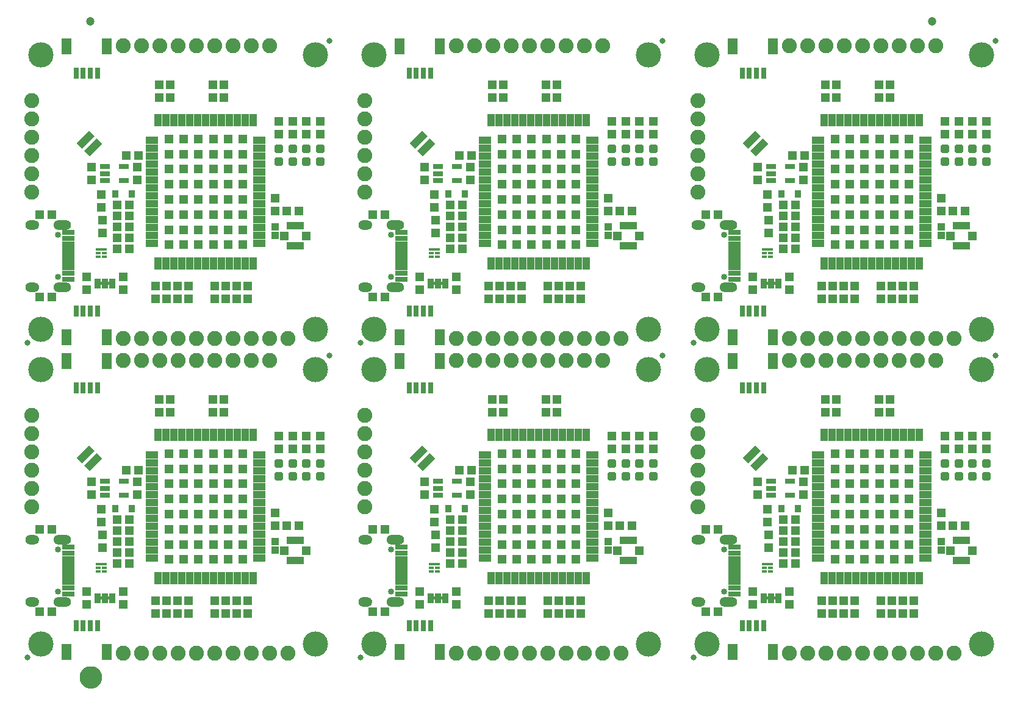
<source format=gts>
G75*
%MOIN*%
%OFA0B0*%
%FSLAX25Y25*%
%IPPOS*%
%LPD*%
%AMOC8*
5,1,8,0,0,1.08239X$1,22.5*
%
%ADD10C,0.13800*%
%ADD11C,0.03300*%
%ADD12R,0.05524X0.08674*%
%ADD13R,0.03162X0.06115*%
%ADD14C,0.08200*%
%ADD15R,0.04737X0.05131*%
%ADD16R,0.09658X0.04146*%
%ADD17R,0.03300X0.05800*%
%ADD18C,0.00500*%
%ADD19C,0.01990*%
%ADD20R,0.03280X0.04068*%
%ADD21R,0.09461X0.04146*%
%ADD22R,0.04934X0.04737*%
%ADD23R,0.05131X0.04737*%
%ADD24R,0.05524X0.02965*%
%ADD25R,0.04343X0.04146*%
%ADD26R,0.03202X0.01784*%
%ADD27R,0.03005X0.01784*%
%ADD28R,0.06784X0.04146*%
%ADD29R,0.04146X0.06784*%
%ADD30R,0.05131X0.05131*%
%ADD31R,0.06509X0.01981*%
%ADD32R,0.06509X0.03162*%
%ADD33R,0.06509X0.02965*%
%ADD34C,0.03359*%
%ADD35C,0.00039*%
%ADD36C,0.04737*%
%ADD37C,0.05000*%
%ADD38C,0.06706*%
D10*
X0053342Y0038500D03*
X0203342Y0038500D03*
X0235342Y0038500D03*
X0385342Y0038500D03*
X0417342Y0038500D03*
X0567342Y0038500D03*
X0567342Y0188500D03*
X0567342Y0210500D03*
X0417342Y0210500D03*
X0385342Y0210500D03*
X0385342Y0188500D03*
X0417342Y0188500D03*
X0235342Y0188500D03*
X0203342Y0188500D03*
X0203342Y0210500D03*
X0235342Y0210500D03*
X0053342Y0210500D03*
X0053342Y0188500D03*
X0053342Y0360500D03*
X0203342Y0360500D03*
X0235342Y0360500D03*
X0385342Y0360500D03*
X0417342Y0360500D03*
X0567342Y0360500D03*
D11*
X0045842Y0031000D03*
X0227842Y0031000D03*
X0409842Y0031000D03*
X0392842Y0196000D03*
X0409842Y0203000D03*
X0574842Y0196000D03*
X0574842Y0368000D03*
X0392842Y0368000D03*
X0210842Y0368000D03*
X0227842Y0203000D03*
X0210842Y0196000D03*
X0045842Y0203000D03*
D12*
X0067318Y0206031D03*
X0089365Y0206031D03*
X0089365Y0192969D03*
X0067318Y0192969D03*
X0249318Y0192969D03*
X0271365Y0192969D03*
X0271365Y0206031D03*
X0249318Y0206031D03*
X0431318Y0206031D03*
X0453365Y0206031D03*
X0453365Y0192969D03*
X0431318Y0192969D03*
X0431318Y0034031D03*
X0453365Y0034031D03*
X0271365Y0034031D03*
X0249318Y0034031D03*
X0089365Y0034031D03*
X0067318Y0034031D03*
X0067318Y0364969D03*
X0089365Y0364969D03*
X0249318Y0364969D03*
X0271365Y0364969D03*
X0431318Y0364969D03*
X0453365Y0364969D03*
D13*
X0448247Y0350500D03*
X0444310Y0350500D03*
X0440373Y0350500D03*
X0436436Y0350500D03*
X0266247Y0350500D03*
X0262310Y0350500D03*
X0258373Y0350500D03*
X0254436Y0350500D03*
X0084247Y0350500D03*
X0080310Y0350500D03*
X0076373Y0350500D03*
X0072436Y0350500D03*
X0072436Y0220500D03*
X0076373Y0220500D03*
X0080310Y0220500D03*
X0084247Y0220500D03*
X0084247Y0178500D03*
X0080310Y0178500D03*
X0076373Y0178500D03*
X0072436Y0178500D03*
X0254436Y0178500D03*
X0258373Y0178500D03*
X0262310Y0178500D03*
X0266247Y0178500D03*
X0266247Y0220500D03*
X0262310Y0220500D03*
X0258373Y0220500D03*
X0254436Y0220500D03*
X0436436Y0220500D03*
X0440373Y0220500D03*
X0444310Y0220500D03*
X0448247Y0220500D03*
X0448247Y0178500D03*
X0444310Y0178500D03*
X0440373Y0178500D03*
X0436436Y0178500D03*
X0436436Y0048500D03*
X0440373Y0048500D03*
X0444310Y0048500D03*
X0448247Y0048500D03*
X0266247Y0048500D03*
X0262310Y0048500D03*
X0258373Y0048500D03*
X0254436Y0048500D03*
X0084247Y0048500D03*
X0080310Y0048500D03*
X0076373Y0048500D03*
X0072436Y0048500D03*
D14*
X0098342Y0033500D03*
X0108342Y0033500D03*
X0118342Y0033500D03*
X0128342Y0033500D03*
X0138342Y0033500D03*
X0148342Y0033500D03*
X0158342Y0033500D03*
X0168342Y0033500D03*
X0178342Y0033500D03*
X0188342Y0033500D03*
X0280342Y0033500D03*
X0290342Y0033500D03*
X0300342Y0033500D03*
X0310342Y0033500D03*
X0320342Y0033500D03*
X0330342Y0033500D03*
X0340342Y0033500D03*
X0350342Y0033500D03*
X0360342Y0033500D03*
X0370342Y0033500D03*
X0462342Y0033500D03*
X0472342Y0033500D03*
X0482342Y0033500D03*
X0492342Y0033500D03*
X0502342Y0033500D03*
X0512342Y0033500D03*
X0522342Y0033500D03*
X0532342Y0033500D03*
X0542342Y0033500D03*
X0552342Y0033500D03*
X0412342Y0113500D03*
X0412342Y0123500D03*
X0412342Y0133500D03*
X0412342Y0143500D03*
X0412342Y0153500D03*
X0412342Y0163500D03*
X0462342Y0193500D03*
X0472342Y0193500D03*
X0482342Y0193500D03*
X0492342Y0193500D03*
X0502342Y0193500D03*
X0512342Y0193500D03*
X0522342Y0193500D03*
X0532342Y0193500D03*
X0542342Y0193500D03*
X0542342Y0205500D03*
X0552342Y0205500D03*
X0532342Y0205500D03*
X0522342Y0205500D03*
X0512342Y0205500D03*
X0502342Y0205500D03*
X0492342Y0205500D03*
X0482342Y0205500D03*
X0472342Y0205500D03*
X0462342Y0205500D03*
X0370342Y0205500D03*
X0360342Y0205500D03*
X0350342Y0205500D03*
X0340342Y0205500D03*
X0330342Y0205500D03*
X0320342Y0205500D03*
X0310342Y0205500D03*
X0300342Y0205500D03*
X0290342Y0205500D03*
X0280342Y0205500D03*
X0280342Y0193500D03*
X0290342Y0193500D03*
X0300342Y0193500D03*
X0310342Y0193500D03*
X0320342Y0193500D03*
X0330342Y0193500D03*
X0340342Y0193500D03*
X0350342Y0193500D03*
X0360342Y0193500D03*
X0230342Y0163500D03*
X0230342Y0153500D03*
X0230342Y0143500D03*
X0230342Y0133500D03*
X0230342Y0123500D03*
X0230342Y0113500D03*
X0178342Y0193500D03*
X0168342Y0193500D03*
X0158342Y0193500D03*
X0148342Y0193500D03*
X0138342Y0193500D03*
X0128342Y0193500D03*
X0118342Y0193500D03*
X0108342Y0193500D03*
X0098342Y0193500D03*
X0098342Y0205500D03*
X0108342Y0205500D03*
X0118342Y0205500D03*
X0128342Y0205500D03*
X0138342Y0205500D03*
X0148342Y0205500D03*
X0158342Y0205500D03*
X0168342Y0205500D03*
X0178342Y0205500D03*
X0188342Y0205500D03*
X0230342Y0285500D03*
X0230342Y0295500D03*
X0230342Y0305500D03*
X0230342Y0315500D03*
X0230342Y0325500D03*
X0230342Y0335500D03*
X0280342Y0365500D03*
X0290342Y0365500D03*
X0300342Y0365500D03*
X0310342Y0365500D03*
X0320342Y0365500D03*
X0330342Y0365500D03*
X0340342Y0365500D03*
X0350342Y0365500D03*
X0360342Y0365500D03*
X0412342Y0335500D03*
X0412342Y0325500D03*
X0412342Y0315500D03*
X0412342Y0305500D03*
X0412342Y0295500D03*
X0412342Y0285500D03*
X0462342Y0365500D03*
X0472342Y0365500D03*
X0482342Y0365500D03*
X0492342Y0365500D03*
X0502342Y0365500D03*
X0512342Y0365500D03*
X0522342Y0365500D03*
X0532342Y0365500D03*
X0542342Y0365500D03*
X0178342Y0365500D03*
X0168342Y0365500D03*
X0158342Y0365500D03*
X0148342Y0365500D03*
X0138342Y0365500D03*
X0128342Y0365500D03*
X0118342Y0365500D03*
X0108342Y0365500D03*
X0098342Y0365500D03*
X0048342Y0335500D03*
X0048342Y0325500D03*
X0048342Y0315500D03*
X0048342Y0305500D03*
X0048342Y0295500D03*
X0048342Y0285500D03*
X0048342Y0163500D03*
X0048342Y0153500D03*
X0048342Y0143500D03*
X0048342Y0133500D03*
X0048342Y0123500D03*
X0048342Y0113500D03*
D15*
X0080842Y0120154D03*
X0080842Y0126846D03*
X0086342Y0111846D03*
X0086342Y0105154D03*
X0086842Y0097846D03*
X0086842Y0091154D03*
X0078342Y0066846D03*
X0078342Y0060154D03*
X0098342Y0060154D03*
X0098342Y0066846D03*
X0115842Y0061846D03*
X0121842Y0061846D03*
X0127842Y0061846D03*
X0133842Y0061846D03*
X0133842Y0055154D03*
X0127842Y0055154D03*
X0121842Y0055154D03*
X0115842Y0055154D03*
X0148342Y0055154D03*
X0154342Y0055154D03*
X0160342Y0055154D03*
X0166342Y0055154D03*
X0166342Y0061846D03*
X0160342Y0061846D03*
X0154342Y0061846D03*
X0148342Y0061846D03*
X0181342Y0103154D03*
X0181342Y0109846D03*
X0183342Y0145154D03*
X0190842Y0145154D03*
X0198342Y0145154D03*
X0205842Y0145154D03*
X0205842Y0151846D03*
X0198342Y0151846D03*
X0190842Y0151846D03*
X0183342Y0151846D03*
X0153342Y0165154D03*
X0147342Y0165154D03*
X0147342Y0171846D03*
X0153342Y0171846D03*
X0123842Y0171846D03*
X0117842Y0171846D03*
X0117842Y0165154D03*
X0123842Y0165154D03*
X0105842Y0126846D03*
X0105842Y0120154D03*
X0260342Y0066846D03*
X0260342Y0060154D03*
X0280342Y0060154D03*
X0280342Y0066846D03*
X0297842Y0061846D03*
X0303842Y0061846D03*
X0309842Y0061846D03*
X0315842Y0061846D03*
X0315842Y0055154D03*
X0309842Y0055154D03*
X0303842Y0055154D03*
X0297842Y0055154D03*
X0330342Y0055154D03*
X0336342Y0055154D03*
X0342342Y0055154D03*
X0348342Y0055154D03*
X0348342Y0061846D03*
X0342342Y0061846D03*
X0336342Y0061846D03*
X0330342Y0061846D03*
X0268842Y0091154D03*
X0268842Y0097846D03*
X0268342Y0105154D03*
X0268342Y0111846D03*
X0262842Y0120154D03*
X0262842Y0126846D03*
X0287842Y0126846D03*
X0287842Y0120154D03*
X0299842Y0165154D03*
X0305842Y0165154D03*
X0305842Y0171846D03*
X0299842Y0171846D03*
X0329342Y0171846D03*
X0335342Y0171846D03*
X0335342Y0165154D03*
X0329342Y0165154D03*
X0365342Y0151846D03*
X0365342Y0145154D03*
X0372842Y0145154D03*
X0380342Y0145154D03*
X0387842Y0145154D03*
X0387842Y0151846D03*
X0380342Y0151846D03*
X0372842Y0151846D03*
X0363342Y0109846D03*
X0363342Y0103154D03*
X0444842Y0120154D03*
X0444842Y0126846D03*
X0450342Y0111846D03*
X0450342Y0105154D03*
X0450842Y0097846D03*
X0450842Y0091154D03*
X0442342Y0066846D03*
X0442342Y0060154D03*
X0462342Y0060154D03*
X0462342Y0066846D03*
X0479842Y0061846D03*
X0485842Y0061846D03*
X0491842Y0061846D03*
X0497842Y0061846D03*
X0497842Y0055154D03*
X0491842Y0055154D03*
X0485842Y0055154D03*
X0479842Y0055154D03*
X0512342Y0055154D03*
X0518342Y0055154D03*
X0524342Y0055154D03*
X0530342Y0055154D03*
X0530342Y0061846D03*
X0524342Y0061846D03*
X0518342Y0061846D03*
X0512342Y0061846D03*
X0545342Y0103154D03*
X0545342Y0109846D03*
X0547342Y0145154D03*
X0554842Y0145154D03*
X0562342Y0145154D03*
X0569842Y0145154D03*
X0569842Y0151846D03*
X0562342Y0151846D03*
X0554842Y0151846D03*
X0547342Y0151846D03*
X0517342Y0165154D03*
X0511342Y0165154D03*
X0511342Y0171846D03*
X0517342Y0171846D03*
X0487842Y0171846D03*
X0481842Y0171846D03*
X0481842Y0165154D03*
X0487842Y0165154D03*
X0469842Y0126846D03*
X0469842Y0120154D03*
X0479842Y0227154D03*
X0485842Y0227154D03*
X0491842Y0227154D03*
X0497842Y0227154D03*
X0497842Y0233846D03*
X0491842Y0233846D03*
X0485842Y0233846D03*
X0479842Y0233846D03*
X0462342Y0232154D03*
X0462342Y0238846D03*
X0442342Y0238846D03*
X0442342Y0232154D03*
X0450842Y0263154D03*
X0450842Y0269846D03*
X0450342Y0277154D03*
X0450342Y0283846D03*
X0444842Y0292154D03*
X0444842Y0298846D03*
X0469842Y0298846D03*
X0469842Y0292154D03*
X0545342Y0281846D03*
X0545342Y0275154D03*
X0547342Y0317154D03*
X0554842Y0317154D03*
X0562342Y0317154D03*
X0569842Y0317154D03*
X0569842Y0323846D03*
X0562342Y0323846D03*
X0554842Y0323846D03*
X0547342Y0323846D03*
X0517342Y0337154D03*
X0511342Y0337154D03*
X0511342Y0343846D03*
X0517342Y0343846D03*
X0487842Y0343846D03*
X0481842Y0343846D03*
X0481842Y0337154D03*
X0487842Y0337154D03*
X0387842Y0323846D03*
X0380342Y0323846D03*
X0372842Y0323846D03*
X0372842Y0317154D03*
X0380342Y0317154D03*
X0387842Y0317154D03*
X0365342Y0317154D03*
X0365342Y0323846D03*
X0335342Y0337154D03*
X0329342Y0337154D03*
X0329342Y0343846D03*
X0335342Y0343846D03*
X0305842Y0343846D03*
X0299842Y0343846D03*
X0299842Y0337154D03*
X0305842Y0337154D03*
X0287842Y0298846D03*
X0287842Y0292154D03*
X0268342Y0283846D03*
X0268342Y0277154D03*
X0268842Y0269846D03*
X0268842Y0263154D03*
X0260342Y0238846D03*
X0260342Y0232154D03*
X0280342Y0232154D03*
X0280342Y0238846D03*
X0297842Y0233846D03*
X0303842Y0233846D03*
X0309842Y0233846D03*
X0315842Y0233846D03*
X0315842Y0227154D03*
X0309842Y0227154D03*
X0303842Y0227154D03*
X0297842Y0227154D03*
X0330342Y0227154D03*
X0336342Y0227154D03*
X0342342Y0227154D03*
X0348342Y0227154D03*
X0348342Y0233846D03*
X0342342Y0233846D03*
X0336342Y0233846D03*
X0330342Y0233846D03*
X0363342Y0275154D03*
X0363342Y0281846D03*
X0262842Y0292154D03*
X0262842Y0298846D03*
X0205842Y0317154D03*
X0198342Y0317154D03*
X0190842Y0317154D03*
X0183342Y0317154D03*
X0183342Y0323846D03*
X0190842Y0323846D03*
X0198342Y0323846D03*
X0205842Y0323846D03*
X0153342Y0337154D03*
X0147342Y0337154D03*
X0147342Y0343846D03*
X0153342Y0343846D03*
X0123842Y0343846D03*
X0117842Y0343846D03*
X0117842Y0337154D03*
X0123842Y0337154D03*
X0105842Y0298846D03*
X0105842Y0292154D03*
X0086342Y0283846D03*
X0086342Y0277154D03*
X0086842Y0269846D03*
X0086842Y0263154D03*
X0078342Y0238846D03*
X0078342Y0232154D03*
X0098342Y0232154D03*
X0098342Y0238846D03*
X0115842Y0233846D03*
X0121842Y0233846D03*
X0127842Y0233846D03*
X0133842Y0233846D03*
X0133842Y0227154D03*
X0127842Y0227154D03*
X0121842Y0227154D03*
X0115842Y0227154D03*
X0148342Y0227154D03*
X0154342Y0227154D03*
X0160342Y0227154D03*
X0166342Y0227154D03*
X0166342Y0233846D03*
X0160342Y0233846D03*
X0154342Y0233846D03*
X0148342Y0233846D03*
X0181342Y0275154D03*
X0181342Y0281846D03*
X0080842Y0292154D03*
X0080842Y0298846D03*
X0512342Y0233846D03*
X0518342Y0233846D03*
X0524342Y0233846D03*
X0530342Y0233846D03*
X0530342Y0227154D03*
X0524342Y0227154D03*
X0518342Y0227154D03*
X0512342Y0227154D03*
D16*
G36*
X0450752Y0311803D02*
X0443924Y0304975D01*
X0440992Y0307907D01*
X0447820Y0314735D01*
X0450752Y0311803D01*
G37*
G36*
X0446576Y0315978D02*
X0439748Y0309150D01*
X0436816Y0312082D01*
X0443644Y0318910D01*
X0446576Y0315978D01*
G37*
G36*
X0268752Y0311803D02*
X0261924Y0304975D01*
X0258992Y0307907D01*
X0265820Y0314735D01*
X0268752Y0311803D01*
G37*
G36*
X0264576Y0315978D02*
X0257748Y0309150D01*
X0254816Y0312082D01*
X0261644Y0318910D01*
X0264576Y0315978D01*
G37*
G36*
X0086752Y0311803D02*
X0079924Y0304975D01*
X0076992Y0307907D01*
X0083820Y0314735D01*
X0086752Y0311803D01*
G37*
G36*
X0082576Y0315978D02*
X0075748Y0309150D01*
X0072816Y0312082D01*
X0079644Y0318910D01*
X0082576Y0315978D01*
G37*
G36*
X0082576Y0143978D02*
X0075748Y0137150D01*
X0072816Y0140082D01*
X0079644Y0146910D01*
X0082576Y0143978D01*
G37*
G36*
X0086752Y0139803D02*
X0079924Y0132975D01*
X0076992Y0135907D01*
X0083820Y0142735D01*
X0086752Y0139803D01*
G37*
G36*
X0264576Y0143978D02*
X0257748Y0137150D01*
X0254816Y0140082D01*
X0261644Y0146910D01*
X0264576Y0143978D01*
G37*
G36*
X0268752Y0139803D02*
X0261924Y0132975D01*
X0258992Y0135907D01*
X0265820Y0142735D01*
X0268752Y0139803D01*
G37*
G36*
X0446576Y0143978D02*
X0439748Y0137150D01*
X0436816Y0140082D01*
X0443644Y0146910D01*
X0446576Y0143978D01*
G37*
G36*
X0450752Y0139803D02*
X0443924Y0132975D01*
X0440992Y0135907D01*
X0447820Y0142735D01*
X0450752Y0139803D01*
G37*
D17*
X0452342Y0063500D03*
X0456342Y0063500D03*
X0448342Y0063500D03*
X0274342Y0063500D03*
X0270342Y0063500D03*
X0266342Y0063500D03*
X0092342Y0063500D03*
X0088342Y0063500D03*
X0084342Y0063500D03*
X0084342Y0235500D03*
X0088342Y0235500D03*
X0092342Y0235500D03*
X0266342Y0235500D03*
X0270342Y0235500D03*
X0274342Y0235500D03*
X0448342Y0235500D03*
X0452342Y0235500D03*
X0456342Y0235500D03*
D18*
X0455092Y0235382D02*
X0449592Y0235382D01*
X0449592Y0235000D02*
X0449592Y0236000D01*
X0455092Y0236000D01*
X0455092Y0235000D01*
X0449592Y0235000D01*
X0449592Y0235881D02*
X0455092Y0235881D01*
X0273092Y0235881D02*
X0267592Y0235881D01*
X0267592Y0236000D02*
X0267592Y0235000D01*
X0273092Y0235000D01*
X0273092Y0236000D01*
X0267592Y0236000D01*
X0267592Y0235382D02*
X0273092Y0235382D01*
X0091092Y0235382D02*
X0085592Y0235382D01*
X0085592Y0235000D02*
X0085592Y0236000D01*
X0091092Y0236000D01*
X0091092Y0235000D01*
X0085592Y0235000D01*
X0085592Y0235881D02*
X0091092Y0235881D01*
X0091092Y0064000D02*
X0085592Y0064000D01*
X0085592Y0063000D01*
X0091092Y0063000D01*
X0091092Y0064000D01*
X0091092Y0063894D02*
X0085592Y0063894D01*
X0085592Y0063396D02*
X0091092Y0063396D01*
X0267592Y0063396D02*
X0273092Y0063396D01*
X0273092Y0063000D02*
X0267592Y0063000D01*
X0267592Y0064000D01*
X0273092Y0064000D01*
X0273092Y0063000D01*
X0273092Y0063894D02*
X0267592Y0063894D01*
X0449592Y0063894D02*
X0455092Y0063894D01*
X0455092Y0064000D02*
X0455092Y0063000D01*
X0449592Y0063000D01*
X0449592Y0064000D01*
X0455092Y0064000D01*
X0455092Y0063396D02*
X0449592Y0063396D01*
D19*
X0389215Y0131420D02*
X0386469Y0131420D01*
X0389215Y0131420D02*
X0389215Y0128674D01*
X0386469Y0128674D01*
X0386469Y0131420D01*
X0386469Y0130564D02*
X0389215Y0130564D01*
X0389215Y0138326D02*
X0386469Y0138326D01*
X0389215Y0138326D02*
X0389215Y0135580D01*
X0386469Y0135580D01*
X0386469Y0138326D01*
X0386469Y0137470D02*
X0389215Y0137470D01*
X0381715Y0138326D02*
X0378969Y0138326D01*
X0381715Y0138326D02*
X0381715Y0135580D01*
X0378969Y0135580D01*
X0378969Y0138326D01*
X0378969Y0137470D02*
X0381715Y0137470D01*
X0374215Y0138326D02*
X0371469Y0138326D01*
X0374215Y0138326D02*
X0374215Y0135580D01*
X0371469Y0135580D01*
X0371469Y0138326D01*
X0371469Y0137470D02*
X0374215Y0137470D01*
X0374215Y0131420D02*
X0371469Y0131420D01*
X0374215Y0131420D02*
X0374215Y0128674D01*
X0371469Y0128674D01*
X0371469Y0131420D01*
X0371469Y0130564D02*
X0374215Y0130564D01*
X0378969Y0131420D02*
X0381715Y0131420D01*
X0381715Y0128674D01*
X0378969Y0128674D01*
X0378969Y0131420D01*
X0378969Y0130564D02*
X0381715Y0130564D01*
X0366715Y0131420D02*
X0363969Y0131420D01*
X0366715Y0131420D02*
X0366715Y0128674D01*
X0363969Y0128674D01*
X0363969Y0131420D01*
X0363969Y0130564D02*
X0366715Y0130564D01*
X0366715Y0138326D02*
X0363969Y0138326D01*
X0366715Y0138326D02*
X0366715Y0135580D01*
X0363969Y0135580D01*
X0363969Y0138326D01*
X0363969Y0137470D02*
X0366715Y0137470D01*
X0207215Y0138326D02*
X0204469Y0138326D01*
X0207215Y0138326D02*
X0207215Y0135580D01*
X0204469Y0135580D01*
X0204469Y0138326D01*
X0204469Y0137470D02*
X0207215Y0137470D01*
X0207215Y0131420D02*
X0204469Y0131420D01*
X0207215Y0131420D02*
X0207215Y0128674D01*
X0204469Y0128674D01*
X0204469Y0131420D01*
X0204469Y0130564D02*
X0207215Y0130564D01*
X0199715Y0131420D02*
X0196969Y0131420D01*
X0199715Y0131420D02*
X0199715Y0128674D01*
X0196969Y0128674D01*
X0196969Y0131420D01*
X0196969Y0130564D02*
X0199715Y0130564D01*
X0199715Y0138326D02*
X0196969Y0138326D01*
X0199715Y0138326D02*
X0199715Y0135580D01*
X0196969Y0135580D01*
X0196969Y0138326D01*
X0196969Y0137470D02*
X0199715Y0137470D01*
X0192215Y0138326D02*
X0189469Y0138326D01*
X0192215Y0138326D02*
X0192215Y0135580D01*
X0189469Y0135580D01*
X0189469Y0138326D01*
X0189469Y0137470D02*
X0192215Y0137470D01*
X0184715Y0138326D02*
X0181969Y0138326D01*
X0184715Y0138326D02*
X0184715Y0135580D01*
X0181969Y0135580D01*
X0181969Y0138326D01*
X0181969Y0137470D02*
X0184715Y0137470D01*
X0184715Y0131420D02*
X0181969Y0131420D01*
X0184715Y0131420D02*
X0184715Y0128674D01*
X0181969Y0128674D01*
X0181969Y0131420D01*
X0181969Y0130564D02*
X0184715Y0130564D01*
X0189469Y0131420D02*
X0192215Y0131420D01*
X0192215Y0128674D01*
X0189469Y0128674D01*
X0189469Y0131420D01*
X0189469Y0130564D02*
X0192215Y0130564D01*
X0192215Y0303420D02*
X0189469Y0303420D01*
X0192215Y0303420D02*
X0192215Y0300674D01*
X0189469Y0300674D01*
X0189469Y0303420D01*
X0189469Y0302564D02*
X0192215Y0302564D01*
X0196969Y0303420D02*
X0199715Y0303420D01*
X0199715Y0300674D01*
X0196969Y0300674D01*
X0196969Y0303420D01*
X0196969Y0302564D02*
X0199715Y0302564D01*
X0204469Y0303420D02*
X0207215Y0303420D01*
X0207215Y0300674D01*
X0204469Y0300674D01*
X0204469Y0303420D01*
X0204469Y0302564D02*
X0207215Y0302564D01*
X0207215Y0310326D02*
X0204469Y0310326D01*
X0207215Y0310326D02*
X0207215Y0307580D01*
X0204469Y0307580D01*
X0204469Y0310326D01*
X0204469Y0309470D02*
X0207215Y0309470D01*
X0199715Y0310326D02*
X0196969Y0310326D01*
X0199715Y0310326D02*
X0199715Y0307580D01*
X0196969Y0307580D01*
X0196969Y0310326D01*
X0196969Y0309470D02*
X0199715Y0309470D01*
X0192215Y0310326D02*
X0189469Y0310326D01*
X0192215Y0310326D02*
X0192215Y0307580D01*
X0189469Y0307580D01*
X0189469Y0310326D01*
X0189469Y0309470D02*
X0192215Y0309470D01*
X0184715Y0310326D02*
X0181969Y0310326D01*
X0184715Y0310326D02*
X0184715Y0307580D01*
X0181969Y0307580D01*
X0181969Y0310326D01*
X0181969Y0309470D02*
X0184715Y0309470D01*
X0184715Y0303420D02*
X0181969Y0303420D01*
X0184715Y0303420D02*
X0184715Y0300674D01*
X0181969Y0300674D01*
X0181969Y0303420D01*
X0181969Y0302564D02*
X0184715Y0302564D01*
X0363969Y0303420D02*
X0366715Y0303420D01*
X0366715Y0300674D01*
X0363969Y0300674D01*
X0363969Y0303420D01*
X0363969Y0302564D02*
X0366715Y0302564D01*
X0371469Y0303420D02*
X0374215Y0303420D01*
X0374215Y0300674D01*
X0371469Y0300674D01*
X0371469Y0303420D01*
X0371469Y0302564D02*
X0374215Y0302564D01*
X0378969Y0303420D02*
X0381715Y0303420D01*
X0381715Y0300674D01*
X0378969Y0300674D01*
X0378969Y0303420D01*
X0378969Y0302564D02*
X0381715Y0302564D01*
X0386469Y0303420D02*
X0389215Y0303420D01*
X0389215Y0300674D01*
X0386469Y0300674D01*
X0386469Y0303420D01*
X0386469Y0302564D02*
X0389215Y0302564D01*
X0389215Y0310326D02*
X0386469Y0310326D01*
X0389215Y0310326D02*
X0389215Y0307580D01*
X0386469Y0307580D01*
X0386469Y0310326D01*
X0386469Y0309470D02*
X0389215Y0309470D01*
X0381715Y0310326D02*
X0378969Y0310326D01*
X0381715Y0310326D02*
X0381715Y0307580D01*
X0378969Y0307580D01*
X0378969Y0310326D01*
X0378969Y0309470D02*
X0381715Y0309470D01*
X0374215Y0310326D02*
X0371469Y0310326D01*
X0374215Y0310326D02*
X0374215Y0307580D01*
X0371469Y0307580D01*
X0371469Y0310326D01*
X0371469Y0309470D02*
X0374215Y0309470D01*
X0366715Y0310326D02*
X0363969Y0310326D01*
X0366715Y0310326D02*
X0366715Y0307580D01*
X0363969Y0307580D01*
X0363969Y0310326D01*
X0363969Y0309470D02*
X0366715Y0309470D01*
X0545969Y0310326D02*
X0548715Y0310326D01*
X0548715Y0307580D01*
X0545969Y0307580D01*
X0545969Y0310326D01*
X0545969Y0309470D02*
X0548715Y0309470D01*
X0553469Y0310326D02*
X0556215Y0310326D01*
X0556215Y0307580D01*
X0553469Y0307580D01*
X0553469Y0310326D01*
X0553469Y0309470D02*
X0556215Y0309470D01*
X0560969Y0310326D02*
X0563715Y0310326D01*
X0563715Y0307580D01*
X0560969Y0307580D01*
X0560969Y0310326D01*
X0560969Y0309470D02*
X0563715Y0309470D01*
X0568469Y0310326D02*
X0571215Y0310326D01*
X0571215Y0307580D01*
X0568469Y0307580D01*
X0568469Y0310326D01*
X0568469Y0309470D02*
X0571215Y0309470D01*
X0571215Y0303420D02*
X0568469Y0303420D01*
X0571215Y0303420D02*
X0571215Y0300674D01*
X0568469Y0300674D01*
X0568469Y0303420D01*
X0568469Y0302564D02*
X0571215Y0302564D01*
X0563715Y0303420D02*
X0560969Y0303420D01*
X0563715Y0303420D02*
X0563715Y0300674D01*
X0560969Y0300674D01*
X0560969Y0303420D01*
X0560969Y0302564D02*
X0563715Y0302564D01*
X0556215Y0303420D02*
X0553469Y0303420D01*
X0556215Y0303420D02*
X0556215Y0300674D01*
X0553469Y0300674D01*
X0553469Y0303420D01*
X0553469Y0302564D02*
X0556215Y0302564D01*
X0548715Y0303420D02*
X0545969Y0303420D01*
X0548715Y0303420D02*
X0548715Y0300674D01*
X0545969Y0300674D01*
X0545969Y0303420D01*
X0545969Y0302564D02*
X0548715Y0302564D01*
X0548715Y0138326D02*
X0545969Y0138326D01*
X0548715Y0138326D02*
X0548715Y0135580D01*
X0545969Y0135580D01*
X0545969Y0138326D01*
X0545969Y0137470D02*
X0548715Y0137470D01*
X0553469Y0138326D02*
X0556215Y0138326D01*
X0556215Y0135580D01*
X0553469Y0135580D01*
X0553469Y0138326D01*
X0553469Y0137470D02*
X0556215Y0137470D01*
X0560969Y0138326D02*
X0563715Y0138326D01*
X0563715Y0135580D01*
X0560969Y0135580D01*
X0560969Y0138326D01*
X0560969Y0137470D02*
X0563715Y0137470D01*
X0568469Y0138326D02*
X0571215Y0138326D01*
X0571215Y0135580D01*
X0568469Y0135580D01*
X0568469Y0138326D01*
X0568469Y0137470D02*
X0571215Y0137470D01*
X0571215Y0131420D02*
X0568469Y0131420D01*
X0571215Y0131420D02*
X0571215Y0128674D01*
X0568469Y0128674D01*
X0568469Y0131420D01*
X0568469Y0130564D02*
X0571215Y0130564D01*
X0563715Y0131420D02*
X0560969Y0131420D01*
X0563715Y0131420D02*
X0563715Y0128674D01*
X0560969Y0128674D01*
X0560969Y0131420D01*
X0560969Y0130564D02*
X0563715Y0130564D01*
X0556215Y0131420D02*
X0553469Y0131420D01*
X0556215Y0131420D02*
X0556215Y0128674D01*
X0553469Y0128674D01*
X0553469Y0131420D01*
X0553469Y0130564D02*
X0556215Y0130564D01*
X0548715Y0131420D02*
X0545969Y0131420D01*
X0548715Y0131420D02*
X0548715Y0128674D01*
X0545969Y0128674D01*
X0545969Y0131420D01*
X0545969Y0130564D02*
X0548715Y0130564D01*
D20*
X0466869Y0112500D03*
X0457814Y0112500D03*
X0284869Y0112500D03*
X0275814Y0112500D03*
X0102869Y0112500D03*
X0093814Y0112500D03*
X0093814Y0284500D03*
X0102869Y0284500D03*
X0275814Y0284500D03*
X0284869Y0284500D03*
X0457814Y0284500D03*
X0466869Y0284500D03*
D21*
X0556342Y0266913D03*
X0556342Y0256087D03*
X0374342Y0256087D03*
X0374342Y0266913D03*
X0192342Y0266913D03*
X0192342Y0256087D03*
X0192342Y0094913D03*
X0192342Y0084087D03*
X0374342Y0084087D03*
X0374342Y0094913D03*
X0556342Y0094913D03*
X0556342Y0084087D03*
D22*
X0562346Y0089500D03*
X0550338Y0089500D03*
X0380346Y0089500D03*
X0368338Y0089500D03*
X0198346Y0089500D03*
X0186338Y0089500D03*
X0186338Y0261500D03*
X0198346Y0261500D03*
X0368338Y0261500D03*
X0380346Y0261500D03*
X0550338Y0261500D03*
X0562346Y0261500D03*
D23*
X0558188Y0275000D03*
X0551495Y0275000D03*
X0470688Y0305500D03*
X0463995Y0305500D03*
X0465688Y0278500D03*
X0465688Y0272500D03*
X0458995Y0272500D03*
X0458995Y0278500D03*
X0458995Y0266500D03*
X0458995Y0260500D03*
X0458995Y0254500D03*
X0465688Y0254500D03*
X0465688Y0260500D03*
X0465688Y0266500D03*
X0423188Y0273000D03*
X0416495Y0273000D03*
X0376188Y0275000D03*
X0369495Y0275000D03*
X0416495Y0228000D03*
X0423188Y0228000D03*
X0283688Y0254500D03*
X0283688Y0260500D03*
X0283688Y0266500D03*
X0276995Y0266500D03*
X0276995Y0260500D03*
X0276995Y0254500D03*
X0276995Y0272500D03*
X0276995Y0278500D03*
X0283688Y0278500D03*
X0283688Y0272500D03*
X0241188Y0273000D03*
X0234495Y0273000D03*
X0194188Y0275000D03*
X0187495Y0275000D03*
X0234495Y0228000D03*
X0241188Y0228000D03*
X0281995Y0305500D03*
X0288688Y0305500D03*
X0106688Y0305500D03*
X0099995Y0305500D03*
X0101688Y0278500D03*
X0101688Y0272500D03*
X0094995Y0272500D03*
X0094995Y0278500D03*
X0094995Y0266500D03*
X0094995Y0260500D03*
X0094995Y0254500D03*
X0101688Y0254500D03*
X0101688Y0260500D03*
X0101688Y0266500D03*
X0059188Y0273000D03*
X0052495Y0273000D03*
X0052495Y0228000D03*
X0059188Y0228000D03*
X0099995Y0133500D03*
X0106688Y0133500D03*
X0101688Y0106500D03*
X0094995Y0106500D03*
X0094995Y0100500D03*
X0094995Y0094500D03*
X0101688Y0094500D03*
X0101688Y0100500D03*
X0101688Y0088500D03*
X0101688Y0082500D03*
X0094995Y0082500D03*
X0094995Y0088500D03*
X0059188Y0101000D03*
X0052495Y0101000D03*
X0052495Y0056000D03*
X0059188Y0056000D03*
X0187495Y0103000D03*
X0194188Y0103000D03*
X0234495Y0101000D03*
X0241188Y0101000D03*
X0276995Y0100500D03*
X0276995Y0094500D03*
X0283688Y0094500D03*
X0283688Y0100500D03*
X0283688Y0106500D03*
X0276995Y0106500D03*
X0276995Y0088500D03*
X0276995Y0082500D03*
X0283688Y0082500D03*
X0283688Y0088500D03*
X0241188Y0056000D03*
X0234495Y0056000D03*
X0281995Y0133500D03*
X0288688Y0133500D03*
X0369495Y0103000D03*
X0376188Y0103000D03*
X0416495Y0101000D03*
X0423188Y0101000D03*
X0458995Y0100500D03*
X0458995Y0094500D03*
X0465688Y0094500D03*
X0465688Y0100500D03*
X0465688Y0106500D03*
X0458995Y0106500D03*
X0458995Y0088500D03*
X0458995Y0082500D03*
X0465688Y0082500D03*
X0465688Y0088500D03*
X0423188Y0056000D03*
X0416495Y0056000D03*
X0551495Y0103000D03*
X0558188Y0103000D03*
X0470688Y0133500D03*
X0463995Y0133500D03*
D24*
X0462460Y0127240D03*
X0452223Y0127240D03*
X0452223Y0123500D03*
X0452223Y0119760D03*
X0462460Y0119760D03*
X0280460Y0119760D03*
X0270223Y0119760D03*
X0270223Y0123500D03*
X0270223Y0127240D03*
X0280460Y0127240D03*
X0098460Y0127240D03*
X0098460Y0119760D03*
X0088223Y0119760D03*
X0088223Y0123500D03*
X0088223Y0127240D03*
X0088223Y0291760D03*
X0088223Y0295500D03*
X0088223Y0299240D03*
X0098460Y0299240D03*
X0098460Y0291760D03*
X0270223Y0291760D03*
X0270223Y0295500D03*
X0270223Y0299240D03*
X0280460Y0299240D03*
X0280460Y0291760D03*
X0452223Y0291760D03*
X0452223Y0295500D03*
X0452223Y0299240D03*
X0462460Y0299240D03*
X0462460Y0291760D03*
D25*
X0545342Y0266283D03*
X0545342Y0261717D03*
X0363342Y0261717D03*
X0363342Y0266283D03*
X0181342Y0266283D03*
X0181342Y0261717D03*
X0181342Y0094283D03*
X0181342Y0089717D03*
X0363342Y0089717D03*
X0363342Y0094283D03*
X0545342Y0094283D03*
X0545342Y0089717D03*
D26*
X0448747Y0081969D03*
X0266747Y0081969D03*
X0084747Y0081969D03*
X0084747Y0253969D03*
X0266747Y0253969D03*
X0448747Y0253969D03*
D27*
X0448649Y0252000D03*
X0448649Y0250031D03*
X0452035Y0250031D03*
X0452035Y0252000D03*
X0452035Y0253969D03*
X0270035Y0253969D03*
X0270035Y0252000D03*
X0270035Y0250031D03*
X0266649Y0250031D03*
X0266649Y0252000D03*
X0088035Y0252000D03*
X0088035Y0253969D03*
X0084649Y0252000D03*
X0084649Y0250031D03*
X0088035Y0250031D03*
X0088035Y0081969D03*
X0088035Y0080000D03*
X0088035Y0078031D03*
X0084649Y0078031D03*
X0084649Y0080000D03*
X0266649Y0080000D03*
X0266649Y0078031D03*
X0270035Y0078031D03*
X0270035Y0080000D03*
X0270035Y0081969D03*
X0448649Y0080000D03*
X0448649Y0078031D03*
X0452035Y0078031D03*
X0452035Y0080000D03*
X0452035Y0081969D03*
D28*
X0478011Y0085350D03*
X0478011Y0089681D03*
X0478011Y0094012D03*
X0478011Y0098343D03*
X0478011Y0102673D03*
X0478011Y0107004D03*
X0478011Y0111335D03*
X0478011Y0115665D03*
X0478011Y0119996D03*
X0478011Y0124327D03*
X0478011Y0128657D03*
X0478011Y0132988D03*
X0478011Y0137319D03*
X0478011Y0141650D03*
X0536673Y0141650D03*
X0536673Y0137319D03*
X0536673Y0132988D03*
X0536673Y0128657D03*
X0536673Y0124327D03*
X0536673Y0119996D03*
X0536673Y0115665D03*
X0536673Y0111335D03*
X0536673Y0107004D03*
X0536673Y0102673D03*
X0536673Y0098343D03*
X0536673Y0094012D03*
X0536673Y0089681D03*
X0536673Y0085350D03*
X0354673Y0085350D03*
X0354673Y0089681D03*
X0354673Y0094012D03*
X0354673Y0098343D03*
X0354673Y0102673D03*
X0354673Y0107004D03*
X0354673Y0111335D03*
X0354673Y0115665D03*
X0354673Y0119996D03*
X0354673Y0124327D03*
X0354673Y0128657D03*
X0354673Y0132988D03*
X0354673Y0137319D03*
X0354673Y0141650D03*
X0296011Y0141650D03*
X0296011Y0137319D03*
X0296011Y0132988D03*
X0296011Y0128657D03*
X0296011Y0124327D03*
X0296011Y0119996D03*
X0296011Y0115665D03*
X0296011Y0111335D03*
X0296011Y0107004D03*
X0296011Y0102673D03*
X0296011Y0098343D03*
X0296011Y0094012D03*
X0296011Y0089681D03*
X0296011Y0085350D03*
X0172673Y0085350D03*
X0172673Y0089681D03*
X0172673Y0094012D03*
X0172673Y0098343D03*
X0172673Y0102673D03*
X0172673Y0107004D03*
X0172673Y0111335D03*
X0172673Y0115665D03*
X0172673Y0119996D03*
X0172673Y0124327D03*
X0172673Y0128657D03*
X0172673Y0132988D03*
X0172673Y0137319D03*
X0172673Y0141650D03*
X0114011Y0141650D03*
X0114011Y0137319D03*
X0114011Y0132988D03*
X0114011Y0128657D03*
X0114011Y0124327D03*
X0114011Y0119996D03*
X0114011Y0115665D03*
X0114011Y0111335D03*
X0114011Y0107004D03*
X0114011Y0102673D03*
X0114011Y0098343D03*
X0114011Y0094012D03*
X0114011Y0089681D03*
X0114011Y0085350D03*
X0114011Y0257350D03*
X0114011Y0261681D03*
X0114011Y0266012D03*
X0114011Y0270343D03*
X0114011Y0274673D03*
X0114011Y0279004D03*
X0114011Y0283335D03*
X0114011Y0287665D03*
X0114011Y0291996D03*
X0114011Y0296327D03*
X0114011Y0300657D03*
X0114011Y0304988D03*
X0114011Y0309319D03*
X0114011Y0313650D03*
X0172673Y0313650D03*
X0172673Y0309319D03*
X0172673Y0304988D03*
X0172673Y0300657D03*
X0172673Y0296327D03*
X0172673Y0291996D03*
X0172673Y0287665D03*
X0172673Y0283335D03*
X0172673Y0279004D03*
X0172673Y0274673D03*
X0172673Y0270343D03*
X0172673Y0266012D03*
X0172673Y0261681D03*
X0172673Y0257350D03*
X0296011Y0257350D03*
X0296011Y0261681D03*
X0296011Y0266012D03*
X0296011Y0270343D03*
X0296011Y0274673D03*
X0296011Y0279004D03*
X0296011Y0283335D03*
X0296011Y0287665D03*
X0296011Y0291996D03*
X0296011Y0296327D03*
X0296011Y0300657D03*
X0296011Y0304988D03*
X0296011Y0309319D03*
X0296011Y0313650D03*
X0354673Y0313650D03*
X0354673Y0309319D03*
X0354673Y0304988D03*
X0354673Y0300657D03*
X0354673Y0296327D03*
X0354673Y0291996D03*
X0354673Y0287665D03*
X0354673Y0283335D03*
X0354673Y0279004D03*
X0354673Y0274673D03*
X0354673Y0270343D03*
X0354673Y0266012D03*
X0354673Y0261681D03*
X0354673Y0257350D03*
X0478011Y0257350D03*
X0478011Y0261681D03*
X0478011Y0266012D03*
X0478011Y0270343D03*
X0478011Y0274673D03*
X0478011Y0279004D03*
X0478011Y0283335D03*
X0478011Y0287665D03*
X0478011Y0291996D03*
X0478011Y0296327D03*
X0478011Y0300657D03*
X0478011Y0304988D03*
X0478011Y0309319D03*
X0478011Y0313650D03*
X0536673Y0313650D03*
X0536673Y0309319D03*
X0536673Y0304988D03*
X0536673Y0300657D03*
X0536673Y0296327D03*
X0536673Y0291996D03*
X0536673Y0287665D03*
X0536673Y0283335D03*
X0536673Y0279004D03*
X0536673Y0274673D03*
X0536673Y0270343D03*
X0536673Y0266012D03*
X0536673Y0261681D03*
X0536673Y0257350D03*
D29*
X0533326Y0246327D03*
X0528995Y0246327D03*
X0524665Y0246327D03*
X0520334Y0246327D03*
X0516003Y0246327D03*
X0511673Y0246327D03*
X0507342Y0246327D03*
X0503011Y0246327D03*
X0498680Y0246327D03*
X0494350Y0246327D03*
X0490019Y0246327D03*
X0485688Y0246327D03*
X0481358Y0246327D03*
X0351326Y0246327D03*
X0346995Y0246327D03*
X0342665Y0246327D03*
X0338334Y0246327D03*
X0334003Y0246327D03*
X0329673Y0246327D03*
X0325342Y0246327D03*
X0321011Y0246327D03*
X0316680Y0246327D03*
X0312350Y0246327D03*
X0308019Y0246327D03*
X0303688Y0246327D03*
X0299358Y0246327D03*
X0169326Y0246327D03*
X0164995Y0246327D03*
X0160665Y0246327D03*
X0156334Y0246327D03*
X0152003Y0246327D03*
X0147673Y0246327D03*
X0143342Y0246327D03*
X0139011Y0246327D03*
X0134680Y0246327D03*
X0130350Y0246327D03*
X0126019Y0246327D03*
X0121688Y0246327D03*
X0117358Y0246327D03*
X0117358Y0324673D03*
X0121688Y0324673D03*
X0126019Y0324673D03*
X0130350Y0324673D03*
X0134680Y0324673D03*
X0139011Y0324673D03*
X0143342Y0324673D03*
X0147673Y0324673D03*
X0152003Y0324673D03*
X0156334Y0324673D03*
X0160665Y0324673D03*
X0164995Y0324673D03*
X0169326Y0324673D03*
X0299358Y0324673D03*
X0303688Y0324673D03*
X0308019Y0324673D03*
X0312350Y0324673D03*
X0316680Y0324673D03*
X0321011Y0324673D03*
X0325342Y0324673D03*
X0329673Y0324673D03*
X0334003Y0324673D03*
X0338334Y0324673D03*
X0342665Y0324673D03*
X0346995Y0324673D03*
X0351326Y0324673D03*
X0481358Y0324673D03*
X0485688Y0324673D03*
X0490019Y0324673D03*
X0494350Y0324673D03*
X0498680Y0324673D03*
X0503011Y0324673D03*
X0507342Y0324673D03*
X0511673Y0324673D03*
X0516003Y0324673D03*
X0520334Y0324673D03*
X0524665Y0324673D03*
X0528995Y0324673D03*
X0533326Y0324673D03*
X0533326Y0152673D03*
X0528995Y0152673D03*
X0524665Y0152673D03*
X0520334Y0152673D03*
X0516003Y0152673D03*
X0511673Y0152673D03*
X0507342Y0152673D03*
X0503011Y0152673D03*
X0498680Y0152673D03*
X0494350Y0152673D03*
X0490019Y0152673D03*
X0485688Y0152673D03*
X0481358Y0152673D03*
X0481358Y0074327D03*
X0485688Y0074327D03*
X0490019Y0074327D03*
X0494350Y0074327D03*
X0498680Y0074327D03*
X0503011Y0074327D03*
X0507342Y0074327D03*
X0511673Y0074327D03*
X0516003Y0074327D03*
X0520334Y0074327D03*
X0524665Y0074327D03*
X0528995Y0074327D03*
X0533326Y0074327D03*
X0351326Y0074327D03*
X0346995Y0074327D03*
X0342665Y0074327D03*
X0338334Y0074327D03*
X0334003Y0074327D03*
X0329673Y0074327D03*
X0325342Y0074327D03*
X0321011Y0074327D03*
X0316680Y0074327D03*
X0312350Y0074327D03*
X0308019Y0074327D03*
X0303688Y0074327D03*
X0299358Y0074327D03*
X0299358Y0152673D03*
X0303688Y0152673D03*
X0308019Y0152673D03*
X0312350Y0152673D03*
X0316680Y0152673D03*
X0321011Y0152673D03*
X0325342Y0152673D03*
X0329673Y0152673D03*
X0334003Y0152673D03*
X0338334Y0152673D03*
X0342665Y0152673D03*
X0346995Y0152673D03*
X0351326Y0152673D03*
X0169326Y0152673D03*
X0164995Y0152673D03*
X0160665Y0152673D03*
X0156334Y0152673D03*
X0152003Y0152673D03*
X0147673Y0152673D03*
X0143342Y0152673D03*
X0139011Y0152673D03*
X0134680Y0152673D03*
X0130350Y0152673D03*
X0126019Y0152673D03*
X0121688Y0152673D03*
X0117358Y0152673D03*
X0117358Y0074327D03*
X0121688Y0074327D03*
X0126019Y0074327D03*
X0130350Y0074327D03*
X0134680Y0074327D03*
X0139011Y0074327D03*
X0143342Y0074327D03*
X0147673Y0074327D03*
X0152003Y0074327D03*
X0156334Y0074327D03*
X0160665Y0074327D03*
X0164995Y0074327D03*
X0169326Y0074327D03*
D30*
X0163617Y0084563D03*
X0155547Y0084563D03*
X0147476Y0084563D03*
X0139208Y0084563D03*
X0131137Y0084563D03*
X0123066Y0084563D03*
X0123066Y0092831D03*
X0131137Y0092831D03*
X0139208Y0092831D03*
X0147476Y0092831D03*
X0155547Y0092831D03*
X0163617Y0092831D03*
X0163617Y0101098D03*
X0155547Y0101098D03*
X0147476Y0101098D03*
X0139208Y0101098D03*
X0131137Y0101098D03*
X0123066Y0101098D03*
X0123066Y0109366D03*
X0131137Y0109366D03*
X0139208Y0109366D03*
X0147476Y0109366D03*
X0155547Y0109366D03*
X0163617Y0109366D03*
X0163617Y0117634D03*
X0155547Y0117634D03*
X0147476Y0117634D03*
X0139208Y0117634D03*
X0131137Y0117634D03*
X0123066Y0117634D03*
X0123066Y0125902D03*
X0131137Y0125902D03*
X0139208Y0125902D03*
X0147476Y0125902D03*
X0155547Y0125902D03*
X0163617Y0125902D03*
X0163617Y0134169D03*
X0155547Y0134169D03*
X0147476Y0134169D03*
X0139208Y0134169D03*
X0131137Y0134169D03*
X0123066Y0134169D03*
X0123066Y0142437D03*
X0131137Y0142437D03*
X0139208Y0142437D03*
X0147476Y0142437D03*
X0155547Y0142437D03*
X0163617Y0142437D03*
X0305066Y0142437D03*
X0313137Y0142437D03*
X0321208Y0142437D03*
X0329476Y0142437D03*
X0337547Y0142437D03*
X0345617Y0142437D03*
X0345617Y0134169D03*
X0337547Y0134169D03*
X0329476Y0134169D03*
X0321208Y0134169D03*
X0313137Y0134169D03*
X0305066Y0134169D03*
X0305066Y0125902D03*
X0313137Y0125902D03*
X0321208Y0125902D03*
X0329476Y0125902D03*
X0337547Y0125902D03*
X0345617Y0125902D03*
X0345617Y0117634D03*
X0337547Y0117634D03*
X0329476Y0117634D03*
X0321208Y0117634D03*
X0313137Y0117634D03*
X0305066Y0117634D03*
X0305066Y0109366D03*
X0313137Y0109366D03*
X0321208Y0109366D03*
X0329476Y0109366D03*
X0337547Y0109366D03*
X0345617Y0109366D03*
X0345617Y0101098D03*
X0337547Y0101098D03*
X0329476Y0101098D03*
X0321208Y0101098D03*
X0313137Y0101098D03*
X0305066Y0101098D03*
X0305066Y0092831D03*
X0313137Y0092831D03*
X0321208Y0092831D03*
X0329476Y0092831D03*
X0337547Y0092831D03*
X0345617Y0092831D03*
X0345617Y0084563D03*
X0337547Y0084563D03*
X0329476Y0084563D03*
X0321208Y0084563D03*
X0313137Y0084563D03*
X0305066Y0084563D03*
X0487066Y0084563D03*
X0495137Y0084563D03*
X0503208Y0084563D03*
X0511476Y0084563D03*
X0519547Y0084563D03*
X0527617Y0084563D03*
X0527617Y0092831D03*
X0519547Y0092831D03*
X0511476Y0092831D03*
X0503208Y0092831D03*
X0495137Y0092831D03*
X0487066Y0092831D03*
X0487066Y0101098D03*
X0495137Y0101098D03*
X0503208Y0101098D03*
X0511476Y0101098D03*
X0519547Y0101098D03*
X0527617Y0101098D03*
X0527617Y0109366D03*
X0519547Y0109366D03*
X0511476Y0109366D03*
X0511476Y0117634D03*
X0519547Y0117634D03*
X0527617Y0117634D03*
X0527617Y0125902D03*
X0519547Y0125902D03*
X0511476Y0125902D03*
X0511476Y0134169D03*
X0519547Y0134169D03*
X0527617Y0134169D03*
X0527617Y0142437D03*
X0519547Y0142437D03*
X0511476Y0142437D03*
X0503208Y0142437D03*
X0495137Y0142437D03*
X0487066Y0142437D03*
X0487066Y0134169D03*
X0495137Y0134169D03*
X0503208Y0134169D03*
X0503208Y0125902D03*
X0495137Y0125902D03*
X0487066Y0125902D03*
X0487066Y0117634D03*
X0495137Y0117634D03*
X0503208Y0117634D03*
X0503208Y0109366D03*
X0495137Y0109366D03*
X0487066Y0109366D03*
X0487066Y0256563D03*
X0495137Y0256563D03*
X0503208Y0256563D03*
X0511476Y0256563D03*
X0519547Y0256563D03*
X0527617Y0256563D03*
X0527617Y0264831D03*
X0519547Y0264831D03*
X0511476Y0264831D03*
X0511476Y0273098D03*
X0519547Y0273098D03*
X0527617Y0273098D03*
X0527617Y0281366D03*
X0519547Y0281366D03*
X0511476Y0281366D03*
X0511476Y0289634D03*
X0519547Y0289634D03*
X0527617Y0289634D03*
X0527617Y0297902D03*
X0519547Y0297902D03*
X0511476Y0297902D03*
X0511476Y0306169D03*
X0519547Y0306169D03*
X0527617Y0306169D03*
X0527617Y0314437D03*
X0519547Y0314437D03*
X0511476Y0314437D03*
X0503208Y0314437D03*
X0495137Y0314437D03*
X0487066Y0314437D03*
X0487066Y0306169D03*
X0495137Y0306169D03*
X0503208Y0306169D03*
X0503208Y0297902D03*
X0495137Y0297902D03*
X0487066Y0297902D03*
X0487066Y0289634D03*
X0495137Y0289634D03*
X0503208Y0289634D03*
X0503208Y0281366D03*
X0495137Y0281366D03*
X0487066Y0281366D03*
X0487066Y0273098D03*
X0495137Y0273098D03*
X0503208Y0273098D03*
X0503208Y0264831D03*
X0495137Y0264831D03*
X0487066Y0264831D03*
X0345617Y0264831D03*
X0337547Y0264831D03*
X0329476Y0264831D03*
X0321208Y0264831D03*
X0313137Y0264831D03*
X0305066Y0264831D03*
X0305066Y0273098D03*
X0313137Y0273098D03*
X0321208Y0273098D03*
X0329476Y0273098D03*
X0337547Y0273098D03*
X0345617Y0273098D03*
X0345617Y0281366D03*
X0337547Y0281366D03*
X0329476Y0281366D03*
X0321208Y0281366D03*
X0313137Y0281366D03*
X0305066Y0281366D03*
X0305066Y0289634D03*
X0313137Y0289634D03*
X0321208Y0289634D03*
X0329476Y0289634D03*
X0337547Y0289634D03*
X0345617Y0289634D03*
X0345617Y0297902D03*
X0337547Y0297902D03*
X0329476Y0297902D03*
X0321208Y0297902D03*
X0313137Y0297902D03*
X0305066Y0297902D03*
X0305066Y0306169D03*
X0313137Y0306169D03*
X0321208Y0306169D03*
X0329476Y0306169D03*
X0337547Y0306169D03*
X0345617Y0306169D03*
X0345617Y0314437D03*
X0337547Y0314437D03*
X0329476Y0314437D03*
X0321208Y0314437D03*
X0313137Y0314437D03*
X0305066Y0314437D03*
X0305066Y0256563D03*
X0313137Y0256563D03*
X0321208Y0256563D03*
X0329476Y0256563D03*
X0337547Y0256563D03*
X0345617Y0256563D03*
X0163617Y0256563D03*
X0155547Y0256563D03*
X0147476Y0256563D03*
X0139208Y0256563D03*
X0131137Y0256563D03*
X0123066Y0256563D03*
X0123066Y0264831D03*
X0131137Y0264831D03*
X0139208Y0264831D03*
X0147476Y0264831D03*
X0155547Y0264831D03*
X0163617Y0264831D03*
X0163617Y0273098D03*
X0155547Y0273098D03*
X0147476Y0273098D03*
X0139208Y0273098D03*
X0131137Y0273098D03*
X0123066Y0273098D03*
X0123066Y0281366D03*
X0131137Y0281366D03*
X0139208Y0281366D03*
X0147476Y0281366D03*
X0155547Y0281366D03*
X0163617Y0281366D03*
X0163617Y0289634D03*
X0155547Y0289634D03*
X0147476Y0289634D03*
X0139208Y0289634D03*
X0131137Y0289634D03*
X0123066Y0289634D03*
X0123066Y0297902D03*
X0131137Y0297902D03*
X0139208Y0297902D03*
X0147476Y0297902D03*
X0155547Y0297902D03*
X0163617Y0297902D03*
X0163617Y0306169D03*
X0155547Y0306169D03*
X0147476Y0306169D03*
X0139208Y0306169D03*
X0131137Y0306169D03*
X0123066Y0306169D03*
X0123066Y0314437D03*
X0131137Y0314437D03*
X0139208Y0314437D03*
X0147476Y0314437D03*
X0155547Y0314437D03*
X0163617Y0314437D03*
D31*
X0250342Y0257390D03*
X0250342Y0255421D03*
X0250342Y0253453D03*
X0250342Y0251484D03*
X0250342Y0249516D03*
X0250342Y0247547D03*
X0250342Y0245579D03*
X0250342Y0243610D03*
X0432342Y0243610D03*
X0432342Y0245579D03*
X0432342Y0247547D03*
X0432342Y0249516D03*
X0432342Y0251484D03*
X0432342Y0253453D03*
X0432342Y0255421D03*
X0432342Y0257390D03*
X0432342Y0085390D03*
X0432342Y0083421D03*
X0432342Y0081453D03*
X0432342Y0079484D03*
X0432342Y0077516D03*
X0432342Y0075547D03*
X0432342Y0073579D03*
X0432342Y0071610D03*
X0250342Y0071610D03*
X0250342Y0073579D03*
X0250342Y0075547D03*
X0250342Y0077516D03*
X0250342Y0079484D03*
X0250342Y0081453D03*
X0250342Y0083421D03*
X0250342Y0085390D03*
X0068342Y0085390D03*
X0068342Y0083421D03*
X0068342Y0081453D03*
X0068342Y0079484D03*
X0068342Y0077516D03*
X0068342Y0075547D03*
X0068342Y0073579D03*
X0068342Y0071610D03*
X0068342Y0243610D03*
X0068342Y0245579D03*
X0068342Y0247547D03*
X0068342Y0249516D03*
X0068342Y0251484D03*
X0068342Y0253453D03*
X0068342Y0255421D03*
X0068342Y0257390D03*
D32*
X0068342Y0263197D03*
X0068342Y0237803D03*
X0250342Y0237803D03*
X0250342Y0263197D03*
X0432342Y0263197D03*
X0432342Y0237803D03*
X0432342Y0091197D03*
X0432342Y0065803D03*
X0250342Y0065803D03*
X0250342Y0091197D03*
X0068342Y0091197D03*
X0068342Y0065803D03*
D33*
X0068342Y0068854D03*
X0068342Y0088146D03*
X0250342Y0088146D03*
X0250342Y0068854D03*
X0432342Y0068854D03*
X0432342Y0088146D03*
X0432342Y0240854D03*
X0432342Y0260146D03*
X0250342Y0260146D03*
X0250342Y0240854D03*
X0068342Y0240854D03*
X0068342Y0260146D03*
D34*
X0062653Y0261878D03*
X0062653Y0239122D03*
X0244653Y0239122D03*
X0244653Y0261878D03*
X0426653Y0261878D03*
X0426653Y0239122D03*
X0426653Y0089878D03*
X0426653Y0067122D03*
X0244653Y0067122D03*
X0244653Y0089878D03*
X0062653Y0089878D03*
X0062653Y0067122D03*
D35*
X0062358Y0063854D02*
X0061859Y0063774D01*
X0061390Y0063584D01*
X0060976Y0063295D01*
X0060636Y0062921D01*
X0060388Y0062481D01*
X0060244Y0061996D01*
X0060212Y0061492D01*
X0060244Y0060988D01*
X0060388Y0060503D01*
X0060636Y0060063D01*
X0060976Y0059689D01*
X0061390Y0059400D01*
X0061859Y0059211D01*
X0062358Y0059130D01*
X0067082Y0059130D01*
X0067524Y0059191D01*
X0067945Y0059337D01*
X0068330Y0059562D01*
X0068664Y0059858D01*
X0068933Y0060214D01*
X0069128Y0060615D01*
X0069241Y0061047D01*
X0069267Y0061492D01*
X0069241Y0061937D01*
X0069128Y0062369D01*
X0068933Y0062770D01*
X0068664Y0063126D01*
X0068330Y0063422D01*
X0067945Y0063647D01*
X0067524Y0063793D01*
X0067082Y0063854D01*
X0062358Y0063854D01*
X0062290Y0063843D02*
X0067162Y0063843D01*
X0067436Y0063805D02*
X0062055Y0063805D01*
X0061844Y0063768D02*
X0067598Y0063768D01*
X0067708Y0063730D02*
X0061750Y0063730D01*
X0061656Y0063692D02*
X0067817Y0063692D01*
X0067926Y0063654D02*
X0061563Y0063654D01*
X0061469Y0063616D02*
X0067999Y0063616D01*
X0068063Y0063578D02*
X0061382Y0063578D01*
X0061327Y0063540D02*
X0068128Y0063540D01*
X0068193Y0063502D02*
X0061273Y0063502D01*
X0061219Y0063465D02*
X0068257Y0063465D01*
X0068322Y0063427D02*
X0061165Y0063427D01*
X0061110Y0063389D02*
X0068368Y0063389D01*
X0068410Y0063351D02*
X0061056Y0063351D01*
X0061002Y0063313D02*
X0068453Y0063313D01*
X0068496Y0063275D02*
X0060958Y0063275D01*
X0060923Y0063237D02*
X0068538Y0063237D01*
X0068581Y0063199D02*
X0060889Y0063199D01*
X0060855Y0063161D02*
X0068623Y0063161D01*
X0068665Y0063124D02*
X0060820Y0063124D01*
X0060786Y0063086D02*
X0068694Y0063086D01*
X0068723Y0063048D02*
X0060751Y0063048D01*
X0060717Y0063010D02*
X0068751Y0063010D01*
X0068780Y0062972D02*
X0060682Y0062972D01*
X0060648Y0062934D02*
X0068809Y0062934D01*
X0068838Y0062896D02*
X0060622Y0062896D01*
X0060601Y0062858D02*
X0068866Y0062858D01*
X0068895Y0062821D02*
X0060580Y0062821D01*
X0060558Y0062783D02*
X0068924Y0062783D01*
X0068945Y0062745D02*
X0060537Y0062745D01*
X0060515Y0062707D02*
X0068964Y0062707D01*
X0068982Y0062669D02*
X0060494Y0062669D01*
X0060473Y0062631D02*
X0069001Y0062631D01*
X0069019Y0062593D02*
X0060451Y0062593D01*
X0060430Y0062555D02*
X0069037Y0062555D01*
X0069056Y0062517D02*
X0060409Y0062517D01*
X0060388Y0062480D02*
X0069074Y0062480D01*
X0069092Y0062442D02*
X0060377Y0062442D01*
X0060365Y0062404D02*
X0069111Y0062404D01*
X0069129Y0062366D02*
X0060354Y0062366D01*
X0060343Y0062328D02*
X0069138Y0062328D01*
X0069148Y0062290D02*
X0060332Y0062290D01*
X0060320Y0062252D02*
X0069158Y0062252D01*
X0069168Y0062214D02*
X0060309Y0062214D01*
X0060298Y0062177D02*
X0069178Y0062177D01*
X0069188Y0062139D02*
X0060287Y0062139D01*
X0060275Y0062101D02*
X0069198Y0062101D01*
X0069208Y0062063D02*
X0060264Y0062063D01*
X0060253Y0062025D02*
X0069218Y0062025D01*
X0069228Y0061987D02*
X0060244Y0061987D01*
X0060241Y0061949D02*
X0069237Y0061949D01*
X0069242Y0061911D02*
X0060239Y0061911D01*
X0060236Y0061874D02*
X0069244Y0061874D01*
X0069247Y0061836D02*
X0060234Y0061836D01*
X0060232Y0061798D02*
X0069249Y0061798D01*
X0069251Y0061760D02*
X0060229Y0061760D01*
X0060227Y0061722D02*
X0069253Y0061722D01*
X0069256Y0061684D02*
X0060224Y0061684D01*
X0060222Y0061646D02*
X0069258Y0061646D01*
X0069260Y0061608D02*
X0060219Y0061608D01*
X0060217Y0061570D02*
X0069262Y0061570D01*
X0069265Y0061533D02*
X0060214Y0061533D01*
X0060212Y0061495D02*
X0069267Y0061495D01*
X0069265Y0061457D02*
X0060214Y0061457D01*
X0060217Y0061419D02*
X0069263Y0061419D01*
X0069260Y0061381D02*
X0060219Y0061381D01*
X0060221Y0061343D02*
X0069258Y0061343D01*
X0069256Y0061305D02*
X0060224Y0061305D01*
X0060226Y0061267D02*
X0069254Y0061267D01*
X0069251Y0061230D02*
X0060229Y0061230D01*
X0060231Y0061192D02*
X0069249Y0061192D01*
X0069247Y0061154D02*
X0060234Y0061154D01*
X0060236Y0061116D02*
X0069245Y0061116D01*
X0069242Y0061078D02*
X0060239Y0061078D01*
X0060241Y0061040D02*
X0069239Y0061040D01*
X0069229Y0061002D02*
X0060243Y0061002D01*
X0060251Y0060964D02*
X0069219Y0060964D01*
X0069209Y0060926D02*
X0060263Y0060926D01*
X0060274Y0060889D02*
X0069199Y0060889D01*
X0069189Y0060851D02*
X0060285Y0060851D01*
X0060296Y0060813D02*
X0069179Y0060813D01*
X0069170Y0060775D02*
X0060308Y0060775D01*
X0060319Y0060737D02*
X0069160Y0060737D01*
X0069150Y0060699D02*
X0060330Y0060699D01*
X0060341Y0060661D02*
X0069140Y0060661D01*
X0069130Y0060623D02*
X0060353Y0060623D01*
X0060364Y0060586D02*
X0069113Y0060586D01*
X0069095Y0060548D02*
X0060375Y0060548D01*
X0060386Y0060510D02*
X0069077Y0060510D01*
X0069058Y0060472D02*
X0060406Y0060472D01*
X0060427Y0060434D02*
X0069040Y0060434D01*
X0069021Y0060396D02*
X0060449Y0060396D01*
X0060470Y0060358D02*
X0069003Y0060358D01*
X0068985Y0060320D02*
X0060491Y0060320D01*
X0060513Y0060282D02*
X0068966Y0060282D01*
X0068948Y0060245D02*
X0060534Y0060245D01*
X0060555Y0060207D02*
X0068928Y0060207D01*
X0068899Y0060169D02*
X0060577Y0060169D01*
X0060598Y0060131D02*
X0068870Y0060131D01*
X0068841Y0060093D02*
X0060619Y0060093D01*
X0060643Y0060055D02*
X0068813Y0060055D01*
X0068784Y0060017D02*
X0060678Y0060017D01*
X0060712Y0059979D02*
X0068755Y0059979D01*
X0068727Y0059942D02*
X0060747Y0059942D01*
X0060781Y0059904D02*
X0068698Y0059904D01*
X0068669Y0059866D02*
X0060815Y0059866D01*
X0060850Y0059828D02*
X0068629Y0059828D01*
X0068587Y0059790D02*
X0060884Y0059790D01*
X0060919Y0059752D02*
X0068544Y0059752D01*
X0068501Y0059714D02*
X0060953Y0059714D01*
X0060994Y0059676D02*
X0068459Y0059676D01*
X0068416Y0059639D02*
X0061049Y0059639D01*
X0061103Y0059601D02*
X0068373Y0059601D01*
X0068331Y0059563D02*
X0061157Y0059563D01*
X0061211Y0059525D02*
X0068266Y0059525D01*
X0068202Y0059487D02*
X0061266Y0059487D01*
X0061320Y0059449D02*
X0068137Y0059449D01*
X0068072Y0059411D02*
X0061374Y0059411D01*
X0061456Y0059373D02*
X0068008Y0059373D01*
X0067941Y0059335D02*
X0061550Y0059335D01*
X0061644Y0059298D02*
X0067832Y0059298D01*
X0067722Y0059260D02*
X0061737Y0059260D01*
X0061831Y0059222D02*
X0067613Y0059222D01*
X0067473Y0059184D02*
X0062023Y0059184D01*
X0062258Y0059146D02*
X0067199Y0059146D01*
X0051779Y0061030D02*
X0051642Y0060585D01*
X0051421Y0060176D01*
X0051124Y0059818D01*
X0050764Y0059524D01*
X0050353Y0059307D01*
X0049907Y0059174D01*
X0049444Y0059130D01*
X0047082Y0059130D01*
X0046623Y0059177D01*
X0046183Y0059313D01*
X0045777Y0059532D01*
X0045421Y0059826D01*
X0045130Y0060184D01*
X0044915Y0060591D01*
X0044783Y0061033D01*
X0044739Y0061492D01*
X0044796Y0062016D01*
X0044968Y0062514D01*
X0045247Y0062961D01*
X0045617Y0063335D01*
X0046062Y0063617D01*
X0046559Y0063793D01*
X0047082Y0063854D01*
X0049444Y0063854D01*
X0049972Y0063797D01*
X0050474Y0063624D01*
X0050925Y0063343D01*
X0051302Y0062969D01*
X0051587Y0062520D01*
X0051764Y0062020D01*
X0051826Y0061492D01*
X0051779Y0061030D01*
X0051780Y0061040D02*
X0044782Y0061040D01*
X0044778Y0061078D02*
X0051784Y0061078D01*
X0051787Y0061116D02*
X0044775Y0061116D01*
X0044771Y0061154D02*
X0051791Y0061154D01*
X0051795Y0061192D02*
X0044768Y0061192D01*
X0044764Y0061230D02*
X0051799Y0061230D01*
X0051803Y0061267D02*
X0044761Y0061267D01*
X0044757Y0061305D02*
X0051807Y0061305D01*
X0051811Y0061343D02*
X0044753Y0061343D01*
X0044750Y0061381D02*
X0051815Y0061381D01*
X0051819Y0061419D02*
X0044746Y0061419D01*
X0044743Y0061457D02*
X0051822Y0061457D01*
X0051826Y0061495D02*
X0044740Y0061495D01*
X0044744Y0061533D02*
X0051821Y0061533D01*
X0051817Y0061570D02*
X0044748Y0061570D01*
X0044752Y0061608D02*
X0051812Y0061608D01*
X0051808Y0061646D02*
X0044756Y0061646D01*
X0044760Y0061684D02*
X0051804Y0061684D01*
X0051799Y0061722D02*
X0044764Y0061722D01*
X0044768Y0061760D02*
X0051795Y0061760D01*
X0051790Y0061798D02*
X0044773Y0061798D01*
X0044777Y0061836D02*
X0051786Y0061836D01*
X0051781Y0061874D02*
X0044781Y0061874D01*
X0044785Y0061911D02*
X0051777Y0061911D01*
X0051773Y0061949D02*
X0044789Y0061949D01*
X0044793Y0061987D02*
X0051768Y0061987D01*
X0051762Y0062025D02*
X0044799Y0062025D01*
X0044812Y0062063D02*
X0051749Y0062063D01*
X0051736Y0062101D02*
X0044826Y0062101D01*
X0044839Y0062139D02*
X0051722Y0062139D01*
X0051709Y0062177D02*
X0044852Y0062177D01*
X0044865Y0062214D02*
X0051695Y0062214D01*
X0051682Y0062252D02*
X0044878Y0062252D01*
X0044891Y0062290D02*
X0051668Y0062290D01*
X0051655Y0062328D02*
X0044904Y0062328D01*
X0044917Y0062366D02*
X0051642Y0062366D01*
X0051628Y0062404D02*
X0044930Y0062404D01*
X0044943Y0062442D02*
X0051615Y0062442D01*
X0051601Y0062480D02*
X0044956Y0062480D01*
X0044970Y0062517D02*
X0051588Y0062517D01*
X0051565Y0062555D02*
X0044994Y0062555D01*
X0045018Y0062593D02*
X0051541Y0062593D01*
X0051517Y0062631D02*
X0045041Y0062631D01*
X0045065Y0062669D02*
X0051493Y0062669D01*
X0051469Y0062707D02*
X0045088Y0062707D01*
X0045112Y0062745D02*
X0051445Y0062745D01*
X0051421Y0062783D02*
X0045136Y0062783D01*
X0045159Y0062821D02*
X0051397Y0062821D01*
X0051372Y0062858D02*
X0045183Y0062858D01*
X0045206Y0062896D02*
X0051348Y0062896D01*
X0051324Y0062934D02*
X0045230Y0062934D01*
X0045258Y0062972D02*
X0051299Y0062972D01*
X0051261Y0063010D02*
X0045295Y0063010D01*
X0045333Y0063048D02*
X0051223Y0063048D01*
X0051185Y0063086D02*
X0045370Y0063086D01*
X0045408Y0063124D02*
X0051146Y0063124D01*
X0051108Y0063161D02*
X0045445Y0063161D01*
X0045483Y0063199D02*
X0051070Y0063199D01*
X0051032Y0063237D02*
X0045521Y0063237D01*
X0045558Y0063275D02*
X0050994Y0063275D01*
X0050955Y0063313D02*
X0045596Y0063313D01*
X0045643Y0063351D02*
X0050913Y0063351D01*
X0050852Y0063389D02*
X0045702Y0063389D01*
X0045762Y0063427D02*
X0050791Y0063427D01*
X0050730Y0063465D02*
X0045822Y0063465D01*
X0045881Y0063502D02*
X0050669Y0063502D01*
X0050608Y0063540D02*
X0045941Y0063540D01*
X0046001Y0063578D02*
X0050547Y0063578D01*
X0050487Y0063616D02*
X0046061Y0063616D01*
X0046166Y0063654D02*
X0050387Y0063654D01*
X0050277Y0063692D02*
X0046273Y0063692D01*
X0046380Y0063730D02*
X0050167Y0063730D01*
X0050058Y0063768D02*
X0046487Y0063768D01*
X0046664Y0063805D02*
X0049895Y0063805D01*
X0049545Y0063843D02*
X0046988Y0063843D01*
X0044792Y0061002D02*
X0051770Y0061002D01*
X0051758Y0060964D02*
X0044803Y0060964D01*
X0044815Y0060926D02*
X0051747Y0060926D01*
X0051735Y0060889D02*
X0044826Y0060889D01*
X0044837Y0060851D02*
X0051723Y0060851D01*
X0051712Y0060813D02*
X0044849Y0060813D01*
X0044860Y0060775D02*
X0051700Y0060775D01*
X0051689Y0060737D02*
X0044871Y0060737D01*
X0044882Y0060699D02*
X0051677Y0060699D01*
X0051665Y0060661D02*
X0044894Y0060661D01*
X0044905Y0060623D02*
X0051654Y0060623D01*
X0051642Y0060586D02*
X0044918Y0060586D01*
X0044938Y0060548D02*
X0051622Y0060548D01*
X0051601Y0060510D02*
X0044958Y0060510D01*
X0044978Y0060472D02*
X0051581Y0060472D01*
X0051560Y0060434D02*
X0044998Y0060434D01*
X0045018Y0060396D02*
X0051540Y0060396D01*
X0051519Y0060358D02*
X0045038Y0060358D01*
X0045058Y0060320D02*
X0051499Y0060320D01*
X0051478Y0060282D02*
X0045078Y0060282D01*
X0045098Y0060245D02*
X0051458Y0060245D01*
X0051437Y0060207D02*
X0045118Y0060207D01*
X0045142Y0060169D02*
X0051415Y0060169D01*
X0051384Y0060131D02*
X0045173Y0060131D01*
X0045204Y0060093D02*
X0051352Y0060093D01*
X0051321Y0060055D02*
X0045235Y0060055D01*
X0045266Y0060017D02*
X0051290Y0060017D01*
X0051258Y0059979D02*
X0045297Y0059979D01*
X0045327Y0059942D02*
X0051227Y0059942D01*
X0051195Y0059904D02*
X0045358Y0059904D01*
X0045389Y0059866D02*
X0051164Y0059866D01*
X0051133Y0059828D02*
X0045420Y0059828D01*
X0045465Y0059790D02*
X0051090Y0059790D01*
X0051044Y0059752D02*
X0045511Y0059752D01*
X0045556Y0059714D02*
X0050997Y0059714D01*
X0050951Y0059676D02*
X0045602Y0059676D01*
X0045648Y0059639D02*
X0050904Y0059639D01*
X0050858Y0059601D02*
X0045694Y0059601D01*
X0045739Y0059563D02*
X0050811Y0059563D01*
X0050764Y0059525D02*
X0045790Y0059525D01*
X0045860Y0059487D02*
X0050693Y0059487D01*
X0050622Y0059449D02*
X0045930Y0059449D01*
X0046000Y0059411D02*
X0050550Y0059411D01*
X0050479Y0059373D02*
X0046070Y0059373D01*
X0046140Y0059335D02*
X0050407Y0059335D01*
X0050322Y0059298D02*
X0046232Y0059298D01*
X0046355Y0059260D02*
X0050195Y0059260D01*
X0050069Y0059222D02*
X0046478Y0059222D01*
X0046601Y0059184D02*
X0049942Y0059184D01*
X0049615Y0059146D02*
X0046925Y0059146D01*
X0047082Y0093146D02*
X0046623Y0093193D01*
X0046183Y0093328D01*
X0045777Y0093548D01*
X0045421Y0093842D01*
X0045130Y0094199D01*
X0044915Y0094607D01*
X0044783Y0095049D01*
X0044739Y0095508D01*
X0044796Y0096032D01*
X0044968Y0096530D01*
X0045247Y0096977D01*
X0045617Y0097351D01*
X0046062Y0097633D01*
X0046559Y0097809D01*
X0047082Y0097870D01*
X0049444Y0097870D01*
X0049972Y0097813D01*
X0050474Y0097639D01*
X0050925Y0097359D01*
X0051302Y0096985D01*
X0051587Y0096536D01*
X0051764Y0096035D01*
X0051826Y0095508D01*
X0051779Y0095045D01*
X0051642Y0094601D01*
X0051421Y0094192D01*
X0051124Y0093833D01*
X0050764Y0093540D01*
X0050353Y0093322D01*
X0049907Y0093189D01*
X0049444Y0093146D01*
X0047082Y0093146D01*
X0046908Y0093164D02*
X0049634Y0093164D01*
X0049948Y0093201D02*
X0046595Y0093201D01*
X0046472Y0093239D02*
X0050074Y0093239D01*
X0050201Y0093277D02*
X0046349Y0093277D01*
X0046226Y0093315D02*
X0050328Y0093315D01*
X0050410Y0093353D02*
X0046137Y0093353D01*
X0046067Y0093391D02*
X0050482Y0093391D01*
X0050553Y0093429D02*
X0045997Y0093429D01*
X0045927Y0093467D02*
X0050625Y0093467D01*
X0050697Y0093504D02*
X0045857Y0093504D01*
X0045786Y0093542D02*
X0050767Y0093542D01*
X0050813Y0093580D02*
X0045737Y0093580D01*
X0045691Y0093618D02*
X0050860Y0093618D01*
X0050906Y0093656D02*
X0045646Y0093656D01*
X0045600Y0093694D02*
X0050953Y0093694D01*
X0050999Y0093732D02*
X0045554Y0093732D01*
X0045508Y0093770D02*
X0051046Y0093770D01*
X0051092Y0093808D02*
X0045463Y0093808D01*
X0045418Y0093845D02*
X0051134Y0093845D01*
X0051166Y0093883D02*
X0045388Y0093883D01*
X0045357Y0093921D02*
X0051197Y0093921D01*
X0051228Y0093959D02*
X0045326Y0093959D01*
X0045295Y0093997D02*
X0051260Y0093997D01*
X0051291Y0094035D02*
X0045264Y0094035D01*
X0045233Y0094073D02*
X0051322Y0094073D01*
X0051354Y0094111D02*
X0045203Y0094111D01*
X0045172Y0094148D02*
X0051385Y0094148D01*
X0051416Y0094186D02*
X0045141Y0094186D01*
X0045117Y0094224D02*
X0051438Y0094224D01*
X0051459Y0094262D02*
X0045097Y0094262D01*
X0045077Y0094300D02*
X0051479Y0094300D01*
X0051500Y0094338D02*
X0045057Y0094338D01*
X0045037Y0094376D02*
X0051520Y0094376D01*
X0051541Y0094414D02*
X0045017Y0094414D01*
X0044997Y0094452D02*
X0051561Y0094452D01*
X0051582Y0094489D02*
X0044977Y0094489D01*
X0044957Y0094527D02*
X0051602Y0094527D01*
X0051622Y0094565D02*
X0044937Y0094565D01*
X0044917Y0094603D02*
X0051642Y0094603D01*
X0051654Y0094641D02*
X0044905Y0094641D01*
X0044893Y0094679D02*
X0051666Y0094679D01*
X0051677Y0094717D02*
X0044882Y0094717D01*
X0044871Y0094755D02*
X0051689Y0094755D01*
X0051701Y0094792D02*
X0044859Y0094792D01*
X0044848Y0094830D02*
X0051712Y0094830D01*
X0051724Y0094868D02*
X0044837Y0094868D01*
X0044825Y0094906D02*
X0051736Y0094906D01*
X0051747Y0094944D02*
X0044814Y0094944D01*
X0044803Y0094982D02*
X0051759Y0094982D01*
X0051771Y0095020D02*
X0044791Y0095020D01*
X0044782Y0095058D02*
X0051780Y0095058D01*
X0051784Y0095095D02*
X0044778Y0095095D01*
X0044775Y0095133D02*
X0051788Y0095133D01*
X0051791Y0095171D02*
X0044771Y0095171D01*
X0044768Y0095209D02*
X0051795Y0095209D01*
X0051799Y0095247D02*
X0044764Y0095247D01*
X0044760Y0095285D02*
X0051803Y0095285D01*
X0051807Y0095323D02*
X0044757Y0095323D01*
X0044753Y0095361D02*
X0051811Y0095361D01*
X0051815Y0095399D02*
X0044750Y0095399D01*
X0044746Y0095436D02*
X0051819Y0095436D01*
X0051823Y0095474D02*
X0044743Y0095474D01*
X0044740Y0095512D02*
X0051826Y0095512D01*
X0051821Y0095550D02*
X0044744Y0095550D01*
X0044748Y0095588D02*
X0051817Y0095588D01*
X0051812Y0095626D02*
X0044752Y0095626D01*
X0044756Y0095664D02*
X0051808Y0095664D01*
X0051803Y0095702D02*
X0044760Y0095702D01*
X0044765Y0095739D02*
X0051799Y0095739D01*
X0051795Y0095777D02*
X0044769Y0095777D01*
X0044773Y0095815D02*
X0051790Y0095815D01*
X0051786Y0095853D02*
X0044777Y0095853D01*
X0044781Y0095891D02*
X0051781Y0095891D01*
X0051777Y0095929D02*
X0044785Y0095929D01*
X0044789Y0095967D02*
X0051772Y0095967D01*
X0051768Y0096005D02*
X0044793Y0096005D01*
X0044800Y0096043D02*
X0051762Y0096043D01*
X0051748Y0096080D02*
X0044813Y0096080D01*
X0044826Y0096118D02*
X0051735Y0096118D01*
X0051722Y0096156D02*
X0044839Y0096156D01*
X0044852Y0096194D02*
X0051708Y0096194D01*
X0051695Y0096232D02*
X0044865Y0096232D01*
X0044878Y0096270D02*
X0051681Y0096270D01*
X0051668Y0096308D02*
X0044892Y0096308D01*
X0044905Y0096346D02*
X0051654Y0096346D01*
X0051641Y0096383D02*
X0044918Y0096383D01*
X0044931Y0096421D02*
X0051628Y0096421D01*
X0051614Y0096459D02*
X0044944Y0096459D01*
X0044957Y0096497D02*
X0051601Y0096497D01*
X0051587Y0096535D02*
X0044972Y0096535D01*
X0044995Y0096573D02*
X0051564Y0096573D01*
X0051540Y0096611D02*
X0045019Y0096611D01*
X0045042Y0096649D02*
X0051516Y0096649D01*
X0051491Y0096687D02*
X0045066Y0096687D01*
X0045089Y0096724D02*
X0051467Y0096724D01*
X0051443Y0096762D02*
X0045113Y0096762D01*
X0045137Y0096800D02*
X0051419Y0096800D01*
X0051395Y0096838D02*
X0045160Y0096838D01*
X0045184Y0096876D02*
X0051371Y0096876D01*
X0051347Y0096914D02*
X0045207Y0096914D01*
X0045231Y0096952D02*
X0051323Y0096952D01*
X0051297Y0096990D02*
X0045259Y0096990D01*
X0045297Y0097027D02*
X0051259Y0097027D01*
X0051221Y0097065D02*
X0045334Y0097065D01*
X0045372Y0097103D02*
X0051183Y0097103D01*
X0051145Y0097141D02*
X0045410Y0097141D01*
X0045447Y0097179D02*
X0051106Y0097179D01*
X0051068Y0097217D02*
X0045485Y0097217D01*
X0045522Y0097255D02*
X0051030Y0097255D01*
X0050992Y0097293D02*
X0045560Y0097293D01*
X0045597Y0097330D02*
X0050954Y0097330D01*
X0050910Y0097368D02*
X0045645Y0097368D01*
X0045705Y0097406D02*
X0050849Y0097406D01*
X0050788Y0097444D02*
X0045765Y0097444D01*
X0045824Y0097482D02*
X0050727Y0097482D01*
X0050666Y0097520D02*
X0045884Y0097520D01*
X0045944Y0097558D02*
X0050605Y0097558D01*
X0050545Y0097596D02*
X0046004Y0097596D01*
X0046064Y0097634D02*
X0050484Y0097634D01*
X0050382Y0097671D02*
X0046171Y0097671D01*
X0046278Y0097709D02*
X0050272Y0097709D01*
X0050162Y0097747D02*
X0046385Y0097747D01*
X0046492Y0097785D02*
X0050053Y0097785D01*
X0049879Y0097823D02*
X0046679Y0097823D01*
X0047003Y0097861D02*
X0049529Y0097861D01*
X0060244Y0096012D02*
X0060388Y0096497D01*
X0069073Y0096497D01*
X0069055Y0096535D02*
X0060410Y0096535D01*
X0060431Y0096573D02*
X0069036Y0096573D01*
X0069018Y0096611D02*
X0060452Y0096611D01*
X0060474Y0096649D02*
X0069000Y0096649D01*
X0068981Y0096687D02*
X0060495Y0096687D01*
X0060516Y0096724D02*
X0068963Y0096724D01*
X0068945Y0096762D02*
X0060538Y0096762D01*
X0060559Y0096800D02*
X0068922Y0096800D01*
X0068933Y0096786D02*
X0069128Y0096385D01*
X0069241Y0095953D01*
X0069267Y0095508D01*
X0069241Y0095063D01*
X0069128Y0094631D01*
X0068933Y0094230D01*
X0068664Y0093874D01*
X0068330Y0093578D01*
X0067945Y0093353D01*
X0067524Y0093207D01*
X0067082Y0093146D01*
X0062358Y0093146D01*
X0061859Y0093226D01*
X0061390Y0093416D01*
X0060976Y0093705D01*
X0060636Y0094079D01*
X0060388Y0094519D01*
X0060244Y0095004D01*
X0060212Y0095508D01*
X0060244Y0096012D01*
X0060244Y0096005D02*
X0069227Y0096005D01*
X0069217Y0096043D02*
X0060253Y0096043D01*
X0060265Y0096080D02*
X0069207Y0096080D01*
X0069197Y0096118D02*
X0060276Y0096118D01*
X0060287Y0096156D02*
X0069188Y0096156D01*
X0069178Y0096194D02*
X0060298Y0096194D01*
X0060310Y0096232D02*
X0069168Y0096232D01*
X0069158Y0096270D02*
X0060321Y0096270D01*
X0060332Y0096308D02*
X0069148Y0096308D01*
X0069138Y0096346D02*
X0060343Y0096346D01*
X0060355Y0096383D02*
X0069128Y0096383D01*
X0069110Y0096421D02*
X0060366Y0096421D01*
X0060377Y0096459D02*
X0069092Y0096459D01*
X0068933Y0096786D02*
X0068664Y0097142D01*
X0068330Y0097438D01*
X0067945Y0097663D01*
X0067524Y0097809D01*
X0067082Y0097870D01*
X0062358Y0097870D01*
X0061859Y0097789D01*
X0061390Y0097600D01*
X0060976Y0097311D01*
X0060636Y0096937D01*
X0060388Y0096497D01*
X0060580Y0096838D02*
X0068894Y0096838D01*
X0068865Y0096876D02*
X0060602Y0096876D01*
X0060623Y0096914D02*
X0068836Y0096914D01*
X0068808Y0096952D02*
X0060650Y0096952D01*
X0060684Y0096990D02*
X0068779Y0096990D01*
X0068750Y0097027D02*
X0060718Y0097027D01*
X0060753Y0097065D02*
X0068721Y0097065D01*
X0068693Y0097103D02*
X0060787Y0097103D01*
X0060822Y0097141D02*
X0068664Y0097141D01*
X0068622Y0097179D02*
X0060856Y0097179D01*
X0060891Y0097217D02*
X0068579Y0097217D01*
X0068536Y0097255D02*
X0060925Y0097255D01*
X0060959Y0097293D02*
X0068494Y0097293D01*
X0068451Y0097330D02*
X0061004Y0097330D01*
X0061058Y0097368D02*
X0068408Y0097368D01*
X0068366Y0097406D02*
X0061113Y0097406D01*
X0061167Y0097444D02*
X0068319Y0097444D01*
X0068254Y0097482D02*
X0061221Y0097482D01*
X0061276Y0097520D02*
X0068190Y0097520D01*
X0068125Y0097558D02*
X0061330Y0097558D01*
X0061384Y0097596D02*
X0068060Y0097596D01*
X0067996Y0097634D02*
X0061473Y0097634D01*
X0061567Y0097671D02*
X0067921Y0097671D01*
X0067812Y0097709D02*
X0061661Y0097709D01*
X0061754Y0097747D02*
X0067703Y0097747D01*
X0067593Y0097785D02*
X0061848Y0097785D01*
X0062066Y0097823D02*
X0067423Y0097823D01*
X0067149Y0097861D02*
X0062300Y0097861D01*
X0060241Y0095967D02*
X0069237Y0095967D01*
X0069242Y0095929D02*
X0060239Y0095929D01*
X0060237Y0095891D02*
X0069244Y0095891D01*
X0069247Y0095853D02*
X0060234Y0095853D01*
X0060232Y0095815D02*
X0069249Y0095815D01*
X0069251Y0095777D02*
X0060229Y0095777D01*
X0060227Y0095739D02*
X0069253Y0095739D01*
X0069256Y0095702D02*
X0060224Y0095702D01*
X0060222Y0095664D02*
X0069258Y0095664D01*
X0069260Y0095626D02*
X0060219Y0095626D01*
X0060217Y0095588D02*
X0069262Y0095588D01*
X0069264Y0095550D02*
X0060215Y0095550D01*
X0060212Y0095512D02*
X0069267Y0095512D01*
X0069265Y0095474D02*
X0060214Y0095474D01*
X0060216Y0095436D02*
X0069263Y0095436D01*
X0069261Y0095399D02*
X0060219Y0095399D01*
X0060221Y0095361D02*
X0069258Y0095361D01*
X0069256Y0095323D02*
X0060224Y0095323D01*
X0060226Y0095285D02*
X0069254Y0095285D01*
X0069252Y0095247D02*
X0060229Y0095247D01*
X0060231Y0095209D02*
X0069249Y0095209D01*
X0069247Y0095171D02*
X0060234Y0095171D01*
X0060236Y0095133D02*
X0069245Y0095133D01*
X0069243Y0095095D02*
X0060238Y0095095D01*
X0060241Y0095058D02*
X0069239Y0095058D01*
X0069229Y0095020D02*
X0060243Y0095020D01*
X0060251Y0094982D02*
X0069220Y0094982D01*
X0069210Y0094944D02*
X0060262Y0094944D01*
X0060273Y0094906D02*
X0069200Y0094906D01*
X0069190Y0094868D02*
X0060285Y0094868D01*
X0060296Y0094830D02*
X0069180Y0094830D01*
X0069170Y0094792D02*
X0060307Y0094792D01*
X0060318Y0094755D02*
X0069160Y0094755D01*
X0069150Y0094717D02*
X0060329Y0094717D01*
X0060341Y0094679D02*
X0069140Y0094679D01*
X0069130Y0094641D02*
X0060352Y0094641D01*
X0060363Y0094603D02*
X0069114Y0094603D01*
X0069096Y0094565D02*
X0060374Y0094565D01*
X0060386Y0094527D02*
X0069077Y0094527D01*
X0069059Y0094489D02*
X0060405Y0094489D01*
X0060426Y0094452D02*
X0069041Y0094452D01*
X0069022Y0094414D02*
X0060448Y0094414D01*
X0060469Y0094376D02*
X0069004Y0094376D01*
X0068986Y0094338D02*
X0060490Y0094338D01*
X0060512Y0094300D02*
X0068967Y0094300D01*
X0068949Y0094262D02*
X0060533Y0094262D01*
X0060554Y0094224D02*
X0068929Y0094224D01*
X0068900Y0094186D02*
X0060576Y0094186D01*
X0060597Y0094148D02*
X0068871Y0094148D01*
X0068843Y0094111D02*
X0060618Y0094111D01*
X0060642Y0094073D02*
X0068814Y0094073D01*
X0068785Y0094035D02*
X0060676Y0094035D01*
X0060711Y0093997D02*
X0068757Y0093997D01*
X0068728Y0093959D02*
X0060745Y0093959D01*
X0060779Y0093921D02*
X0068699Y0093921D01*
X0068671Y0093883D02*
X0060814Y0093883D01*
X0060848Y0093845D02*
X0068631Y0093845D01*
X0068589Y0093808D02*
X0060883Y0093808D01*
X0060917Y0093770D02*
X0068546Y0093770D01*
X0068503Y0093732D02*
X0060951Y0093732D01*
X0060992Y0093694D02*
X0068461Y0093694D01*
X0068418Y0093656D02*
X0061046Y0093656D01*
X0061100Y0093618D02*
X0068375Y0093618D01*
X0068333Y0093580D02*
X0061155Y0093580D01*
X0061209Y0093542D02*
X0068269Y0093542D01*
X0068205Y0093504D02*
X0061263Y0093504D01*
X0061318Y0093467D02*
X0068140Y0093467D01*
X0068075Y0093429D02*
X0061372Y0093429D01*
X0061452Y0093391D02*
X0068011Y0093391D01*
X0067946Y0093353D02*
X0061546Y0093353D01*
X0061639Y0093315D02*
X0067837Y0093315D01*
X0067727Y0093277D02*
X0061733Y0093277D01*
X0061827Y0093239D02*
X0067618Y0093239D01*
X0067486Y0093201D02*
X0062012Y0093201D01*
X0062247Y0093164D02*
X0067212Y0093164D01*
X0226739Y0095508D02*
X0226796Y0096032D01*
X0226968Y0096530D01*
X0227247Y0096977D01*
X0227617Y0097351D01*
X0228062Y0097633D01*
X0228559Y0097809D01*
X0229082Y0097870D01*
X0231444Y0097870D01*
X0231972Y0097813D01*
X0232474Y0097639D01*
X0232925Y0097359D01*
X0233302Y0096985D01*
X0233587Y0096536D01*
X0233764Y0096035D01*
X0233826Y0095508D01*
X0233779Y0095045D01*
X0233642Y0094601D01*
X0233421Y0094192D01*
X0233124Y0093833D01*
X0232764Y0093540D01*
X0232353Y0093322D01*
X0231907Y0093189D01*
X0231444Y0093146D01*
X0229082Y0093146D01*
X0228623Y0093193D01*
X0228183Y0093328D01*
X0227777Y0093548D01*
X0227421Y0093842D01*
X0227130Y0094199D01*
X0226915Y0094607D01*
X0226783Y0095049D01*
X0226739Y0095508D01*
X0226740Y0095512D02*
X0233826Y0095512D01*
X0233823Y0095474D02*
X0226743Y0095474D01*
X0226746Y0095436D02*
X0233819Y0095436D01*
X0233815Y0095399D02*
X0226750Y0095399D01*
X0226753Y0095361D02*
X0233811Y0095361D01*
X0233807Y0095323D02*
X0226757Y0095323D01*
X0226760Y0095285D02*
X0233803Y0095285D01*
X0233799Y0095247D02*
X0226764Y0095247D01*
X0226768Y0095209D02*
X0233795Y0095209D01*
X0233791Y0095171D02*
X0226771Y0095171D01*
X0226775Y0095133D02*
X0233788Y0095133D01*
X0233784Y0095095D02*
X0226778Y0095095D01*
X0226782Y0095058D02*
X0233780Y0095058D01*
X0233771Y0095020D02*
X0226791Y0095020D01*
X0226803Y0094982D02*
X0233759Y0094982D01*
X0233747Y0094944D02*
X0226814Y0094944D01*
X0226825Y0094906D02*
X0233736Y0094906D01*
X0233724Y0094868D02*
X0226837Y0094868D01*
X0226848Y0094830D02*
X0233712Y0094830D01*
X0233701Y0094792D02*
X0226859Y0094792D01*
X0226871Y0094755D02*
X0233689Y0094755D01*
X0233677Y0094717D02*
X0226882Y0094717D01*
X0226893Y0094679D02*
X0233666Y0094679D01*
X0233654Y0094641D02*
X0226905Y0094641D01*
X0226917Y0094603D02*
X0233642Y0094603D01*
X0233622Y0094565D02*
X0226937Y0094565D01*
X0226957Y0094527D02*
X0233602Y0094527D01*
X0233582Y0094489D02*
X0226977Y0094489D01*
X0226997Y0094452D02*
X0233561Y0094452D01*
X0233541Y0094414D02*
X0227017Y0094414D01*
X0227037Y0094376D02*
X0233520Y0094376D01*
X0233500Y0094338D02*
X0227057Y0094338D01*
X0227077Y0094300D02*
X0233479Y0094300D01*
X0233459Y0094262D02*
X0227097Y0094262D01*
X0227117Y0094224D02*
X0233438Y0094224D01*
X0233416Y0094186D02*
X0227141Y0094186D01*
X0227172Y0094148D02*
X0233385Y0094148D01*
X0233354Y0094111D02*
X0227203Y0094111D01*
X0227233Y0094073D02*
X0233322Y0094073D01*
X0233291Y0094035D02*
X0227264Y0094035D01*
X0227295Y0093997D02*
X0233260Y0093997D01*
X0233228Y0093959D02*
X0227326Y0093959D01*
X0227357Y0093921D02*
X0233197Y0093921D01*
X0233166Y0093883D02*
X0227388Y0093883D01*
X0227418Y0093845D02*
X0233134Y0093845D01*
X0233092Y0093808D02*
X0227463Y0093808D01*
X0227508Y0093770D02*
X0233046Y0093770D01*
X0232999Y0093732D02*
X0227554Y0093732D01*
X0227600Y0093694D02*
X0232953Y0093694D01*
X0232906Y0093656D02*
X0227646Y0093656D01*
X0227691Y0093618D02*
X0232860Y0093618D01*
X0232813Y0093580D02*
X0227737Y0093580D01*
X0227786Y0093542D02*
X0232767Y0093542D01*
X0232697Y0093504D02*
X0227857Y0093504D01*
X0227927Y0093467D02*
X0232625Y0093467D01*
X0232553Y0093429D02*
X0227997Y0093429D01*
X0228067Y0093391D02*
X0232482Y0093391D01*
X0232410Y0093353D02*
X0228137Y0093353D01*
X0228226Y0093315D02*
X0232328Y0093315D01*
X0232201Y0093277D02*
X0228349Y0093277D01*
X0228472Y0093239D02*
X0232074Y0093239D01*
X0231948Y0093201D02*
X0228595Y0093201D01*
X0228908Y0093164D02*
X0231634Y0093164D01*
X0233821Y0095550D02*
X0226744Y0095550D01*
X0226748Y0095588D02*
X0233817Y0095588D01*
X0233812Y0095626D02*
X0226752Y0095626D01*
X0226756Y0095664D02*
X0233808Y0095664D01*
X0233803Y0095702D02*
X0226760Y0095702D01*
X0226765Y0095739D02*
X0233799Y0095739D01*
X0233795Y0095777D02*
X0226769Y0095777D01*
X0226773Y0095815D02*
X0233790Y0095815D01*
X0233786Y0095853D02*
X0226777Y0095853D01*
X0226781Y0095891D02*
X0233781Y0095891D01*
X0233777Y0095929D02*
X0226785Y0095929D01*
X0226789Y0095967D02*
X0233772Y0095967D01*
X0233768Y0096005D02*
X0226793Y0096005D01*
X0226800Y0096043D02*
X0233762Y0096043D01*
X0233748Y0096080D02*
X0226813Y0096080D01*
X0226826Y0096118D02*
X0233735Y0096118D01*
X0233722Y0096156D02*
X0226839Y0096156D01*
X0226852Y0096194D02*
X0233708Y0096194D01*
X0233695Y0096232D02*
X0226865Y0096232D01*
X0226878Y0096270D02*
X0233681Y0096270D01*
X0233668Y0096308D02*
X0226892Y0096308D01*
X0226905Y0096346D02*
X0233654Y0096346D01*
X0233641Y0096383D02*
X0226918Y0096383D01*
X0226931Y0096421D02*
X0233628Y0096421D01*
X0233614Y0096459D02*
X0226944Y0096459D01*
X0226957Y0096497D02*
X0233601Y0096497D01*
X0233587Y0096535D02*
X0226972Y0096535D01*
X0226995Y0096573D02*
X0233564Y0096573D01*
X0233540Y0096611D02*
X0227019Y0096611D01*
X0227042Y0096649D02*
X0233516Y0096649D01*
X0233491Y0096687D02*
X0227066Y0096687D01*
X0227089Y0096724D02*
X0233467Y0096724D01*
X0233443Y0096762D02*
X0227113Y0096762D01*
X0227137Y0096800D02*
X0233419Y0096800D01*
X0233395Y0096838D02*
X0227160Y0096838D01*
X0227184Y0096876D02*
X0233371Y0096876D01*
X0233347Y0096914D02*
X0227207Y0096914D01*
X0227231Y0096952D02*
X0233323Y0096952D01*
X0233297Y0096990D02*
X0227259Y0096990D01*
X0227297Y0097027D02*
X0233259Y0097027D01*
X0233221Y0097065D02*
X0227334Y0097065D01*
X0227372Y0097103D02*
X0233183Y0097103D01*
X0233145Y0097141D02*
X0227410Y0097141D01*
X0227447Y0097179D02*
X0233106Y0097179D01*
X0233068Y0097217D02*
X0227485Y0097217D01*
X0227522Y0097255D02*
X0233030Y0097255D01*
X0232992Y0097293D02*
X0227560Y0097293D01*
X0227597Y0097330D02*
X0232954Y0097330D01*
X0232910Y0097368D02*
X0227645Y0097368D01*
X0227705Y0097406D02*
X0232849Y0097406D01*
X0232788Y0097444D02*
X0227765Y0097444D01*
X0227824Y0097482D02*
X0232727Y0097482D01*
X0232666Y0097520D02*
X0227884Y0097520D01*
X0227944Y0097558D02*
X0232605Y0097558D01*
X0232545Y0097596D02*
X0228004Y0097596D01*
X0228064Y0097634D02*
X0232484Y0097634D01*
X0232382Y0097671D02*
X0228171Y0097671D01*
X0228278Y0097709D02*
X0232272Y0097709D01*
X0232162Y0097747D02*
X0228385Y0097747D01*
X0228492Y0097785D02*
X0232053Y0097785D01*
X0231879Y0097823D02*
X0228679Y0097823D01*
X0229003Y0097861D02*
X0231529Y0097861D01*
X0242244Y0096012D02*
X0242388Y0096497D01*
X0251073Y0096497D01*
X0251055Y0096535D02*
X0242410Y0096535D01*
X0242431Y0096573D02*
X0251036Y0096573D01*
X0251018Y0096611D02*
X0242452Y0096611D01*
X0242474Y0096649D02*
X0251000Y0096649D01*
X0250981Y0096687D02*
X0242495Y0096687D01*
X0242516Y0096724D02*
X0250963Y0096724D01*
X0250945Y0096762D02*
X0242538Y0096762D01*
X0242559Y0096800D02*
X0250922Y0096800D01*
X0250933Y0096786D02*
X0251128Y0096385D01*
X0251241Y0095953D01*
X0251267Y0095508D01*
X0251241Y0095063D01*
X0251128Y0094631D01*
X0250933Y0094230D01*
X0250664Y0093874D01*
X0250330Y0093578D01*
X0249945Y0093353D01*
X0249524Y0093207D01*
X0249082Y0093146D01*
X0244358Y0093146D01*
X0243859Y0093226D01*
X0243390Y0093416D01*
X0242976Y0093705D01*
X0242636Y0094079D01*
X0242388Y0094519D01*
X0242244Y0095004D01*
X0242212Y0095508D01*
X0242244Y0096012D01*
X0242244Y0096005D02*
X0251227Y0096005D01*
X0251217Y0096043D02*
X0242253Y0096043D01*
X0242265Y0096080D02*
X0251207Y0096080D01*
X0251197Y0096118D02*
X0242276Y0096118D01*
X0242287Y0096156D02*
X0251188Y0096156D01*
X0251178Y0096194D02*
X0242298Y0096194D01*
X0242310Y0096232D02*
X0251168Y0096232D01*
X0251158Y0096270D02*
X0242321Y0096270D01*
X0242332Y0096308D02*
X0251148Y0096308D01*
X0251138Y0096346D02*
X0242343Y0096346D01*
X0242355Y0096383D02*
X0251128Y0096383D01*
X0251110Y0096421D02*
X0242366Y0096421D01*
X0242377Y0096459D02*
X0251092Y0096459D01*
X0250933Y0096786D02*
X0250664Y0097142D01*
X0250330Y0097438D01*
X0249945Y0097663D01*
X0249524Y0097809D01*
X0249082Y0097870D01*
X0244358Y0097870D01*
X0243859Y0097789D01*
X0243390Y0097600D01*
X0242976Y0097311D01*
X0242636Y0096937D01*
X0242388Y0096497D01*
X0242580Y0096838D02*
X0250894Y0096838D01*
X0250865Y0096876D02*
X0242602Y0096876D01*
X0242623Y0096914D02*
X0250836Y0096914D01*
X0250808Y0096952D02*
X0242650Y0096952D01*
X0242684Y0096990D02*
X0250779Y0096990D01*
X0250750Y0097027D02*
X0242718Y0097027D01*
X0242753Y0097065D02*
X0250721Y0097065D01*
X0250693Y0097103D02*
X0242787Y0097103D01*
X0242822Y0097141D02*
X0250664Y0097141D01*
X0250622Y0097179D02*
X0242856Y0097179D01*
X0242891Y0097217D02*
X0250579Y0097217D01*
X0250536Y0097255D02*
X0242925Y0097255D01*
X0242959Y0097293D02*
X0250494Y0097293D01*
X0250451Y0097330D02*
X0243004Y0097330D01*
X0243058Y0097368D02*
X0250408Y0097368D01*
X0250366Y0097406D02*
X0243113Y0097406D01*
X0243167Y0097444D02*
X0250319Y0097444D01*
X0250254Y0097482D02*
X0243221Y0097482D01*
X0243276Y0097520D02*
X0250190Y0097520D01*
X0250125Y0097558D02*
X0243330Y0097558D01*
X0243384Y0097596D02*
X0250060Y0097596D01*
X0249996Y0097634D02*
X0243473Y0097634D01*
X0243567Y0097671D02*
X0249921Y0097671D01*
X0249812Y0097709D02*
X0243661Y0097709D01*
X0243754Y0097747D02*
X0249703Y0097747D01*
X0249593Y0097785D02*
X0243848Y0097785D01*
X0244066Y0097823D02*
X0249423Y0097823D01*
X0249149Y0097861D02*
X0244300Y0097861D01*
X0242241Y0095967D02*
X0251237Y0095967D01*
X0251242Y0095929D02*
X0242239Y0095929D01*
X0242237Y0095891D02*
X0251244Y0095891D01*
X0251247Y0095853D02*
X0242234Y0095853D01*
X0242232Y0095815D02*
X0251249Y0095815D01*
X0251251Y0095777D02*
X0242229Y0095777D01*
X0242227Y0095739D02*
X0251253Y0095739D01*
X0251256Y0095702D02*
X0242224Y0095702D01*
X0242222Y0095664D02*
X0251258Y0095664D01*
X0251260Y0095626D02*
X0242219Y0095626D01*
X0242217Y0095588D02*
X0251262Y0095588D01*
X0251264Y0095550D02*
X0242215Y0095550D01*
X0242212Y0095512D02*
X0251267Y0095512D01*
X0251265Y0095474D02*
X0242214Y0095474D01*
X0242216Y0095436D02*
X0251263Y0095436D01*
X0251261Y0095399D02*
X0242219Y0095399D01*
X0242221Y0095361D02*
X0251258Y0095361D01*
X0251256Y0095323D02*
X0242224Y0095323D01*
X0242226Y0095285D02*
X0251254Y0095285D01*
X0251252Y0095247D02*
X0242229Y0095247D01*
X0242231Y0095209D02*
X0251249Y0095209D01*
X0251247Y0095171D02*
X0242234Y0095171D01*
X0242236Y0095133D02*
X0251245Y0095133D01*
X0251243Y0095095D02*
X0242238Y0095095D01*
X0242241Y0095058D02*
X0251239Y0095058D01*
X0251229Y0095020D02*
X0242243Y0095020D01*
X0242251Y0094982D02*
X0251220Y0094982D01*
X0251210Y0094944D02*
X0242262Y0094944D01*
X0242273Y0094906D02*
X0251200Y0094906D01*
X0251190Y0094868D02*
X0242285Y0094868D01*
X0242296Y0094830D02*
X0251180Y0094830D01*
X0251170Y0094792D02*
X0242307Y0094792D01*
X0242318Y0094755D02*
X0251160Y0094755D01*
X0251150Y0094717D02*
X0242329Y0094717D01*
X0242341Y0094679D02*
X0251140Y0094679D01*
X0251130Y0094641D02*
X0242352Y0094641D01*
X0242363Y0094603D02*
X0251114Y0094603D01*
X0251096Y0094565D02*
X0242374Y0094565D01*
X0242386Y0094527D02*
X0251077Y0094527D01*
X0251059Y0094489D02*
X0242405Y0094489D01*
X0242426Y0094452D02*
X0251041Y0094452D01*
X0251022Y0094414D02*
X0242448Y0094414D01*
X0242469Y0094376D02*
X0251004Y0094376D01*
X0250986Y0094338D02*
X0242490Y0094338D01*
X0242512Y0094300D02*
X0250967Y0094300D01*
X0250949Y0094262D02*
X0242533Y0094262D01*
X0242554Y0094224D02*
X0250929Y0094224D01*
X0250900Y0094186D02*
X0242576Y0094186D01*
X0242597Y0094148D02*
X0250871Y0094148D01*
X0250843Y0094111D02*
X0242618Y0094111D01*
X0242642Y0094073D02*
X0250814Y0094073D01*
X0250785Y0094035D02*
X0242676Y0094035D01*
X0242711Y0093997D02*
X0250757Y0093997D01*
X0250728Y0093959D02*
X0242745Y0093959D01*
X0242779Y0093921D02*
X0250699Y0093921D01*
X0250671Y0093883D02*
X0242814Y0093883D01*
X0242848Y0093845D02*
X0250631Y0093845D01*
X0250589Y0093808D02*
X0242883Y0093808D01*
X0242917Y0093770D02*
X0250546Y0093770D01*
X0250503Y0093732D02*
X0242951Y0093732D01*
X0242992Y0093694D02*
X0250461Y0093694D01*
X0250418Y0093656D02*
X0243046Y0093656D01*
X0243100Y0093618D02*
X0250375Y0093618D01*
X0250333Y0093580D02*
X0243155Y0093580D01*
X0243209Y0093542D02*
X0250269Y0093542D01*
X0250205Y0093504D02*
X0243263Y0093504D01*
X0243318Y0093467D02*
X0250140Y0093467D01*
X0250075Y0093429D02*
X0243372Y0093429D01*
X0243452Y0093391D02*
X0250011Y0093391D01*
X0249946Y0093353D02*
X0243546Y0093353D01*
X0243639Y0093315D02*
X0249837Y0093315D01*
X0249727Y0093277D02*
X0243733Y0093277D01*
X0243827Y0093239D02*
X0249618Y0093239D01*
X0249486Y0093201D02*
X0244012Y0093201D01*
X0244247Y0093164D02*
X0249212Y0093164D01*
X0249082Y0063854D02*
X0244358Y0063854D01*
X0243859Y0063774D01*
X0243390Y0063584D01*
X0242976Y0063295D01*
X0242636Y0062921D01*
X0242388Y0062481D01*
X0242244Y0061996D01*
X0242212Y0061492D01*
X0242244Y0060988D01*
X0242388Y0060503D01*
X0242636Y0060063D01*
X0242976Y0059689D01*
X0243390Y0059400D01*
X0243859Y0059211D01*
X0244358Y0059130D01*
X0249082Y0059130D01*
X0249524Y0059191D01*
X0249945Y0059337D01*
X0250330Y0059562D01*
X0250664Y0059858D01*
X0250933Y0060214D01*
X0251128Y0060615D01*
X0251241Y0061047D01*
X0251267Y0061492D01*
X0251241Y0061937D01*
X0251128Y0062369D01*
X0250933Y0062770D01*
X0250664Y0063126D01*
X0250330Y0063422D01*
X0249945Y0063647D01*
X0249524Y0063793D01*
X0249082Y0063854D01*
X0249162Y0063843D02*
X0244290Y0063843D01*
X0244055Y0063805D02*
X0249436Y0063805D01*
X0249598Y0063768D02*
X0243844Y0063768D01*
X0243750Y0063730D02*
X0249708Y0063730D01*
X0249817Y0063692D02*
X0243656Y0063692D01*
X0243563Y0063654D02*
X0249926Y0063654D01*
X0249999Y0063616D02*
X0243469Y0063616D01*
X0243382Y0063578D02*
X0250063Y0063578D01*
X0250128Y0063540D02*
X0243327Y0063540D01*
X0243273Y0063502D02*
X0250193Y0063502D01*
X0250257Y0063465D02*
X0243219Y0063465D01*
X0243165Y0063427D02*
X0250322Y0063427D01*
X0250368Y0063389D02*
X0243110Y0063389D01*
X0243056Y0063351D02*
X0250410Y0063351D01*
X0250453Y0063313D02*
X0243002Y0063313D01*
X0242958Y0063275D02*
X0250496Y0063275D01*
X0250538Y0063237D02*
X0242923Y0063237D01*
X0242889Y0063199D02*
X0250581Y0063199D01*
X0250623Y0063161D02*
X0242855Y0063161D01*
X0242820Y0063124D02*
X0250665Y0063124D01*
X0250694Y0063086D02*
X0242786Y0063086D01*
X0242751Y0063048D02*
X0250723Y0063048D01*
X0250751Y0063010D02*
X0242717Y0063010D01*
X0242682Y0062972D02*
X0250780Y0062972D01*
X0250809Y0062934D02*
X0242648Y0062934D01*
X0242622Y0062896D02*
X0250838Y0062896D01*
X0250866Y0062858D02*
X0242601Y0062858D01*
X0242580Y0062821D02*
X0250895Y0062821D01*
X0250924Y0062783D02*
X0242558Y0062783D01*
X0242537Y0062745D02*
X0250945Y0062745D01*
X0250964Y0062707D02*
X0242515Y0062707D01*
X0242494Y0062669D02*
X0250982Y0062669D01*
X0251001Y0062631D02*
X0242473Y0062631D01*
X0242451Y0062593D02*
X0251019Y0062593D01*
X0251037Y0062555D02*
X0242430Y0062555D01*
X0242409Y0062517D02*
X0251056Y0062517D01*
X0251074Y0062480D02*
X0242388Y0062480D01*
X0242377Y0062442D02*
X0251092Y0062442D01*
X0251111Y0062404D02*
X0242365Y0062404D01*
X0242354Y0062366D02*
X0251129Y0062366D01*
X0251138Y0062328D02*
X0242343Y0062328D01*
X0242332Y0062290D02*
X0251148Y0062290D01*
X0251158Y0062252D02*
X0242320Y0062252D01*
X0242309Y0062214D02*
X0251168Y0062214D01*
X0251178Y0062177D02*
X0242298Y0062177D01*
X0242287Y0062139D02*
X0251188Y0062139D01*
X0251198Y0062101D02*
X0242275Y0062101D01*
X0242264Y0062063D02*
X0251208Y0062063D01*
X0251218Y0062025D02*
X0242253Y0062025D01*
X0242244Y0061987D02*
X0251228Y0061987D01*
X0251237Y0061949D02*
X0242241Y0061949D01*
X0242239Y0061911D02*
X0251242Y0061911D01*
X0251244Y0061874D02*
X0242236Y0061874D01*
X0242234Y0061836D02*
X0251247Y0061836D01*
X0251249Y0061798D02*
X0242232Y0061798D01*
X0242229Y0061760D02*
X0251251Y0061760D01*
X0251253Y0061722D02*
X0242227Y0061722D01*
X0242224Y0061684D02*
X0251256Y0061684D01*
X0251258Y0061646D02*
X0242222Y0061646D01*
X0242219Y0061608D02*
X0251260Y0061608D01*
X0251262Y0061570D02*
X0242217Y0061570D01*
X0242214Y0061533D02*
X0251265Y0061533D01*
X0251267Y0061495D02*
X0242212Y0061495D01*
X0242214Y0061457D02*
X0251265Y0061457D01*
X0251263Y0061419D02*
X0242217Y0061419D01*
X0242219Y0061381D02*
X0251260Y0061381D01*
X0251258Y0061343D02*
X0242221Y0061343D01*
X0242224Y0061305D02*
X0251256Y0061305D01*
X0251254Y0061267D02*
X0242226Y0061267D01*
X0242229Y0061230D02*
X0251251Y0061230D01*
X0251249Y0061192D02*
X0242231Y0061192D01*
X0242234Y0061154D02*
X0251247Y0061154D01*
X0251245Y0061116D02*
X0242236Y0061116D01*
X0242239Y0061078D02*
X0251242Y0061078D01*
X0251239Y0061040D02*
X0242241Y0061040D01*
X0242243Y0061002D02*
X0251229Y0061002D01*
X0251219Y0060964D02*
X0242251Y0060964D01*
X0242263Y0060926D02*
X0251209Y0060926D01*
X0251199Y0060889D02*
X0242274Y0060889D01*
X0242285Y0060851D02*
X0251189Y0060851D01*
X0251179Y0060813D02*
X0242296Y0060813D01*
X0242308Y0060775D02*
X0251170Y0060775D01*
X0251160Y0060737D02*
X0242319Y0060737D01*
X0242330Y0060699D02*
X0251150Y0060699D01*
X0251140Y0060661D02*
X0242341Y0060661D01*
X0242353Y0060623D02*
X0251130Y0060623D01*
X0251113Y0060586D02*
X0242364Y0060586D01*
X0242375Y0060548D02*
X0251095Y0060548D01*
X0251077Y0060510D02*
X0242386Y0060510D01*
X0242406Y0060472D02*
X0251058Y0060472D01*
X0251040Y0060434D02*
X0242427Y0060434D01*
X0242449Y0060396D02*
X0251021Y0060396D01*
X0251003Y0060358D02*
X0242470Y0060358D01*
X0242491Y0060320D02*
X0250985Y0060320D01*
X0250966Y0060282D02*
X0242513Y0060282D01*
X0242534Y0060245D02*
X0250948Y0060245D01*
X0250928Y0060207D02*
X0242555Y0060207D01*
X0242577Y0060169D02*
X0250899Y0060169D01*
X0250870Y0060131D02*
X0242598Y0060131D01*
X0242619Y0060093D02*
X0250841Y0060093D01*
X0250813Y0060055D02*
X0242643Y0060055D01*
X0242678Y0060017D02*
X0250784Y0060017D01*
X0250755Y0059979D02*
X0242712Y0059979D01*
X0242747Y0059942D02*
X0250727Y0059942D01*
X0250698Y0059904D02*
X0242781Y0059904D01*
X0242815Y0059866D02*
X0250669Y0059866D01*
X0250629Y0059828D02*
X0242850Y0059828D01*
X0242884Y0059790D02*
X0250587Y0059790D01*
X0250544Y0059752D02*
X0242919Y0059752D01*
X0242953Y0059714D02*
X0250501Y0059714D01*
X0250459Y0059676D02*
X0242994Y0059676D01*
X0243049Y0059639D02*
X0250416Y0059639D01*
X0250373Y0059601D02*
X0243103Y0059601D01*
X0243157Y0059563D02*
X0250331Y0059563D01*
X0250266Y0059525D02*
X0243211Y0059525D01*
X0243266Y0059487D02*
X0250202Y0059487D01*
X0250137Y0059449D02*
X0243320Y0059449D01*
X0243374Y0059411D02*
X0250072Y0059411D01*
X0250008Y0059373D02*
X0243456Y0059373D01*
X0243550Y0059335D02*
X0249941Y0059335D01*
X0249832Y0059298D02*
X0243644Y0059298D01*
X0243737Y0059260D02*
X0249722Y0059260D01*
X0249613Y0059222D02*
X0243831Y0059222D01*
X0244023Y0059184D02*
X0249473Y0059184D01*
X0249199Y0059146D02*
X0244258Y0059146D01*
X0233779Y0061030D02*
X0233642Y0060585D01*
X0233421Y0060176D01*
X0233124Y0059818D01*
X0232764Y0059524D01*
X0232353Y0059307D01*
X0231907Y0059174D01*
X0231444Y0059130D01*
X0229082Y0059130D01*
X0228623Y0059177D01*
X0228183Y0059313D01*
X0227777Y0059532D01*
X0227421Y0059826D01*
X0227130Y0060184D01*
X0226915Y0060591D01*
X0226783Y0061033D01*
X0226739Y0061492D01*
X0226796Y0062016D01*
X0226968Y0062514D01*
X0227247Y0062961D01*
X0227617Y0063335D01*
X0228062Y0063617D01*
X0228559Y0063793D01*
X0229082Y0063854D01*
X0231444Y0063854D01*
X0231972Y0063797D01*
X0232474Y0063624D01*
X0232925Y0063343D01*
X0233302Y0062969D01*
X0233587Y0062520D01*
X0233764Y0062020D01*
X0233826Y0061492D01*
X0233779Y0061030D01*
X0233780Y0061040D02*
X0226782Y0061040D01*
X0226778Y0061078D02*
X0233784Y0061078D01*
X0233787Y0061116D02*
X0226775Y0061116D01*
X0226771Y0061154D02*
X0233791Y0061154D01*
X0233795Y0061192D02*
X0226768Y0061192D01*
X0226764Y0061230D02*
X0233799Y0061230D01*
X0233803Y0061267D02*
X0226761Y0061267D01*
X0226757Y0061305D02*
X0233807Y0061305D01*
X0233811Y0061343D02*
X0226753Y0061343D01*
X0226750Y0061381D02*
X0233815Y0061381D01*
X0233819Y0061419D02*
X0226746Y0061419D01*
X0226743Y0061457D02*
X0233822Y0061457D01*
X0233826Y0061495D02*
X0226740Y0061495D01*
X0226744Y0061533D02*
X0233821Y0061533D01*
X0233817Y0061570D02*
X0226748Y0061570D01*
X0226752Y0061608D02*
X0233812Y0061608D01*
X0233808Y0061646D02*
X0226756Y0061646D01*
X0226760Y0061684D02*
X0233804Y0061684D01*
X0233799Y0061722D02*
X0226764Y0061722D01*
X0226768Y0061760D02*
X0233795Y0061760D01*
X0233790Y0061798D02*
X0226773Y0061798D01*
X0226777Y0061836D02*
X0233786Y0061836D01*
X0233781Y0061874D02*
X0226781Y0061874D01*
X0226785Y0061911D02*
X0233777Y0061911D01*
X0233773Y0061949D02*
X0226789Y0061949D01*
X0226793Y0061987D02*
X0233768Y0061987D01*
X0233762Y0062025D02*
X0226799Y0062025D01*
X0226812Y0062063D02*
X0233749Y0062063D01*
X0233736Y0062101D02*
X0226826Y0062101D01*
X0226839Y0062139D02*
X0233722Y0062139D01*
X0233709Y0062177D02*
X0226852Y0062177D01*
X0226865Y0062214D02*
X0233695Y0062214D01*
X0233682Y0062252D02*
X0226878Y0062252D01*
X0226891Y0062290D02*
X0233668Y0062290D01*
X0233655Y0062328D02*
X0226904Y0062328D01*
X0226917Y0062366D02*
X0233642Y0062366D01*
X0233628Y0062404D02*
X0226930Y0062404D01*
X0226943Y0062442D02*
X0233615Y0062442D01*
X0233601Y0062480D02*
X0226956Y0062480D01*
X0226970Y0062517D02*
X0233588Y0062517D01*
X0233565Y0062555D02*
X0226994Y0062555D01*
X0227018Y0062593D02*
X0233541Y0062593D01*
X0233517Y0062631D02*
X0227041Y0062631D01*
X0227065Y0062669D02*
X0233493Y0062669D01*
X0233469Y0062707D02*
X0227088Y0062707D01*
X0227112Y0062745D02*
X0233445Y0062745D01*
X0233421Y0062783D02*
X0227136Y0062783D01*
X0227159Y0062821D02*
X0233397Y0062821D01*
X0233372Y0062858D02*
X0227183Y0062858D01*
X0227206Y0062896D02*
X0233348Y0062896D01*
X0233324Y0062934D02*
X0227230Y0062934D01*
X0227258Y0062972D02*
X0233299Y0062972D01*
X0233261Y0063010D02*
X0227295Y0063010D01*
X0227333Y0063048D02*
X0233223Y0063048D01*
X0233185Y0063086D02*
X0227370Y0063086D01*
X0227408Y0063124D02*
X0233146Y0063124D01*
X0233108Y0063161D02*
X0227445Y0063161D01*
X0227483Y0063199D02*
X0233070Y0063199D01*
X0233032Y0063237D02*
X0227521Y0063237D01*
X0227558Y0063275D02*
X0232994Y0063275D01*
X0232955Y0063313D02*
X0227596Y0063313D01*
X0227643Y0063351D02*
X0232913Y0063351D01*
X0232852Y0063389D02*
X0227702Y0063389D01*
X0227762Y0063427D02*
X0232791Y0063427D01*
X0232730Y0063465D02*
X0227822Y0063465D01*
X0227881Y0063502D02*
X0232669Y0063502D01*
X0232608Y0063540D02*
X0227941Y0063540D01*
X0228001Y0063578D02*
X0232547Y0063578D01*
X0232487Y0063616D02*
X0228061Y0063616D01*
X0228166Y0063654D02*
X0232387Y0063654D01*
X0232277Y0063692D02*
X0228273Y0063692D01*
X0228380Y0063730D02*
X0232167Y0063730D01*
X0232058Y0063768D02*
X0228487Y0063768D01*
X0228664Y0063805D02*
X0231895Y0063805D01*
X0231545Y0063843D02*
X0228988Y0063843D01*
X0226792Y0061002D02*
X0233770Y0061002D01*
X0233758Y0060964D02*
X0226803Y0060964D01*
X0226815Y0060926D02*
X0233747Y0060926D01*
X0233735Y0060889D02*
X0226826Y0060889D01*
X0226837Y0060851D02*
X0233723Y0060851D01*
X0233712Y0060813D02*
X0226849Y0060813D01*
X0226860Y0060775D02*
X0233700Y0060775D01*
X0233689Y0060737D02*
X0226871Y0060737D01*
X0226882Y0060699D02*
X0233677Y0060699D01*
X0233665Y0060661D02*
X0226894Y0060661D01*
X0226905Y0060623D02*
X0233654Y0060623D01*
X0233642Y0060586D02*
X0226918Y0060586D01*
X0226938Y0060548D02*
X0233622Y0060548D01*
X0233601Y0060510D02*
X0226958Y0060510D01*
X0226978Y0060472D02*
X0233581Y0060472D01*
X0233560Y0060434D02*
X0226998Y0060434D01*
X0227018Y0060396D02*
X0233540Y0060396D01*
X0233519Y0060358D02*
X0227038Y0060358D01*
X0227058Y0060320D02*
X0233499Y0060320D01*
X0233478Y0060282D02*
X0227078Y0060282D01*
X0227098Y0060245D02*
X0233458Y0060245D01*
X0233437Y0060207D02*
X0227118Y0060207D01*
X0227142Y0060169D02*
X0233415Y0060169D01*
X0233384Y0060131D02*
X0227173Y0060131D01*
X0227204Y0060093D02*
X0233352Y0060093D01*
X0233321Y0060055D02*
X0227235Y0060055D01*
X0227266Y0060017D02*
X0233290Y0060017D01*
X0233258Y0059979D02*
X0227297Y0059979D01*
X0227327Y0059942D02*
X0233227Y0059942D01*
X0233195Y0059904D02*
X0227358Y0059904D01*
X0227389Y0059866D02*
X0233164Y0059866D01*
X0233133Y0059828D02*
X0227420Y0059828D01*
X0227465Y0059790D02*
X0233090Y0059790D01*
X0233044Y0059752D02*
X0227511Y0059752D01*
X0227556Y0059714D02*
X0232997Y0059714D01*
X0232951Y0059676D02*
X0227602Y0059676D01*
X0227648Y0059639D02*
X0232904Y0059639D01*
X0232858Y0059601D02*
X0227694Y0059601D01*
X0227739Y0059563D02*
X0232811Y0059563D01*
X0232764Y0059525D02*
X0227790Y0059525D01*
X0227860Y0059487D02*
X0232693Y0059487D01*
X0232622Y0059449D02*
X0227930Y0059449D01*
X0228000Y0059411D02*
X0232550Y0059411D01*
X0232479Y0059373D02*
X0228070Y0059373D01*
X0228140Y0059335D02*
X0232407Y0059335D01*
X0232322Y0059298D02*
X0228232Y0059298D01*
X0228355Y0059260D02*
X0232195Y0059260D01*
X0232069Y0059222D02*
X0228478Y0059222D01*
X0228601Y0059184D02*
X0231942Y0059184D01*
X0231615Y0059146D02*
X0228925Y0059146D01*
X0408739Y0061492D02*
X0408796Y0062016D01*
X0408968Y0062514D01*
X0409247Y0062961D01*
X0409617Y0063335D01*
X0410062Y0063617D01*
X0410559Y0063793D01*
X0411082Y0063854D01*
X0413444Y0063854D01*
X0413972Y0063797D01*
X0414474Y0063624D01*
X0414925Y0063343D01*
X0415302Y0062969D01*
X0415587Y0062520D01*
X0415764Y0062020D01*
X0415826Y0061492D01*
X0415779Y0061030D01*
X0415642Y0060585D01*
X0415421Y0060176D01*
X0415124Y0059818D01*
X0414764Y0059524D01*
X0414353Y0059307D01*
X0413907Y0059174D01*
X0413444Y0059130D01*
X0411082Y0059130D01*
X0410623Y0059177D01*
X0410183Y0059313D01*
X0409777Y0059532D01*
X0409421Y0059826D01*
X0409130Y0060184D01*
X0408915Y0060591D01*
X0408783Y0061033D01*
X0408739Y0061492D01*
X0408740Y0061495D02*
X0415826Y0061495D01*
X0415821Y0061533D02*
X0408744Y0061533D01*
X0408748Y0061570D02*
X0415817Y0061570D01*
X0415812Y0061608D02*
X0408752Y0061608D01*
X0408756Y0061646D02*
X0415808Y0061646D01*
X0415804Y0061684D02*
X0408760Y0061684D01*
X0408764Y0061722D02*
X0415799Y0061722D01*
X0415795Y0061760D02*
X0408768Y0061760D01*
X0408773Y0061798D02*
X0415790Y0061798D01*
X0415786Y0061836D02*
X0408777Y0061836D01*
X0408781Y0061874D02*
X0415781Y0061874D01*
X0415777Y0061911D02*
X0408785Y0061911D01*
X0408789Y0061949D02*
X0415773Y0061949D01*
X0415768Y0061987D02*
X0408793Y0061987D01*
X0408799Y0062025D02*
X0415762Y0062025D01*
X0415749Y0062063D02*
X0408812Y0062063D01*
X0408826Y0062101D02*
X0415736Y0062101D01*
X0415722Y0062139D02*
X0408839Y0062139D01*
X0408852Y0062177D02*
X0415709Y0062177D01*
X0415695Y0062214D02*
X0408865Y0062214D01*
X0408878Y0062252D02*
X0415682Y0062252D01*
X0415668Y0062290D02*
X0408891Y0062290D01*
X0408904Y0062328D02*
X0415655Y0062328D01*
X0415642Y0062366D02*
X0408917Y0062366D01*
X0408930Y0062404D02*
X0415628Y0062404D01*
X0415615Y0062442D02*
X0408943Y0062442D01*
X0408956Y0062480D02*
X0415601Y0062480D01*
X0415588Y0062517D02*
X0408970Y0062517D01*
X0408994Y0062555D02*
X0415565Y0062555D01*
X0415541Y0062593D02*
X0409018Y0062593D01*
X0409041Y0062631D02*
X0415517Y0062631D01*
X0415493Y0062669D02*
X0409065Y0062669D01*
X0409088Y0062707D02*
X0415469Y0062707D01*
X0415445Y0062745D02*
X0409112Y0062745D01*
X0409136Y0062783D02*
X0415421Y0062783D01*
X0415397Y0062821D02*
X0409159Y0062821D01*
X0409183Y0062858D02*
X0415372Y0062858D01*
X0415348Y0062896D02*
X0409206Y0062896D01*
X0409230Y0062934D02*
X0415324Y0062934D01*
X0415299Y0062972D02*
X0409258Y0062972D01*
X0409295Y0063010D02*
X0415261Y0063010D01*
X0415223Y0063048D02*
X0409333Y0063048D01*
X0409370Y0063086D02*
X0415185Y0063086D01*
X0415146Y0063124D02*
X0409408Y0063124D01*
X0409445Y0063161D02*
X0415108Y0063161D01*
X0415070Y0063199D02*
X0409483Y0063199D01*
X0409521Y0063237D02*
X0415032Y0063237D01*
X0414994Y0063275D02*
X0409558Y0063275D01*
X0409596Y0063313D02*
X0414955Y0063313D01*
X0414913Y0063351D02*
X0409643Y0063351D01*
X0409702Y0063389D02*
X0414852Y0063389D01*
X0414791Y0063427D02*
X0409762Y0063427D01*
X0409822Y0063465D02*
X0414730Y0063465D01*
X0414669Y0063502D02*
X0409881Y0063502D01*
X0409941Y0063540D02*
X0414608Y0063540D01*
X0414547Y0063578D02*
X0410001Y0063578D01*
X0410061Y0063616D02*
X0414487Y0063616D01*
X0414387Y0063654D02*
X0410166Y0063654D01*
X0410273Y0063692D02*
X0414277Y0063692D01*
X0414167Y0063730D02*
X0410380Y0063730D01*
X0410487Y0063768D02*
X0414058Y0063768D01*
X0413895Y0063805D02*
X0410664Y0063805D01*
X0410988Y0063843D02*
X0413545Y0063843D01*
X0415822Y0061457D02*
X0408743Y0061457D01*
X0408746Y0061419D02*
X0415819Y0061419D01*
X0415815Y0061381D02*
X0408750Y0061381D01*
X0408753Y0061343D02*
X0415811Y0061343D01*
X0415807Y0061305D02*
X0408757Y0061305D01*
X0408761Y0061267D02*
X0415803Y0061267D01*
X0415799Y0061230D02*
X0408764Y0061230D01*
X0408768Y0061192D02*
X0415795Y0061192D01*
X0415791Y0061154D02*
X0408771Y0061154D01*
X0408775Y0061116D02*
X0415787Y0061116D01*
X0415784Y0061078D02*
X0408778Y0061078D01*
X0408782Y0061040D02*
X0415780Y0061040D01*
X0415770Y0061002D02*
X0408792Y0061002D01*
X0408803Y0060964D02*
X0415758Y0060964D01*
X0415747Y0060926D02*
X0408815Y0060926D01*
X0408826Y0060889D02*
X0415735Y0060889D01*
X0415723Y0060851D02*
X0408837Y0060851D01*
X0408849Y0060813D02*
X0415712Y0060813D01*
X0415700Y0060775D02*
X0408860Y0060775D01*
X0408871Y0060737D02*
X0415689Y0060737D01*
X0415677Y0060699D02*
X0408882Y0060699D01*
X0408894Y0060661D02*
X0415665Y0060661D01*
X0415654Y0060623D02*
X0408905Y0060623D01*
X0408918Y0060586D02*
X0415642Y0060586D01*
X0415622Y0060548D02*
X0408938Y0060548D01*
X0408958Y0060510D02*
X0415601Y0060510D01*
X0415581Y0060472D02*
X0408978Y0060472D01*
X0408998Y0060434D02*
X0415560Y0060434D01*
X0415540Y0060396D02*
X0409018Y0060396D01*
X0409038Y0060358D02*
X0415519Y0060358D01*
X0415499Y0060320D02*
X0409058Y0060320D01*
X0409078Y0060282D02*
X0415478Y0060282D01*
X0415458Y0060245D02*
X0409098Y0060245D01*
X0409118Y0060207D02*
X0415437Y0060207D01*
X0415415Y0060169D02*
X0409142Y0060169D01*
X0409173Y0060131D02*
X0415384Y0060131D01*
X0415352Y0060093D02*
X0409204Y0060093D01*
X0409235Y0060055D02*
X0415321Y0060055D01*
X0415290Y0060017D02*
X0409266Y0060017D01*
X0409297Y0059979D02*
X0415258Y0059979D01*
X0415227Y0059942D02*
X0409327Y0059942D01*
X0409358Y0059904D02*
X0415195Y0059904D01*
X0415164Y0059866D02*
X0409389Y0059866D01*
X0409420Y0059828D02*
X0415133Y0059828D01*
X0415090Y0059790D02*
X0409465Y0059790D01*
X0409511Y0059752D02*
X0415044Y0059752D01*
X0414997Y0059714D02*
X0409556Y0059714D01*
X0409602Y0059676D02*
X0414951Y0059676D01*
X0414904Y0059639D02*
X0409648Y0059639D01*
X0409694Y0059601D02*
X0414858Y0059601D01*
X0414811Y0059563D02*
X0409739Y0059563D01*
X0409790Y0059525D02*
X0414764Y0059525D01*
X0414693Y0059487D02*
X0409860Y0059487D01*
X0409930Y0059449D02*
X0414622Y0059449D01*
X0414550Y0059411D02*
X0410000Y0059411D01*
X0410070Y0059373D02*
X0414479Y0059373D01*
X0414407Y0059335D02*
X0410140Y0059335D01*
X0410232Y0059298D02*
X0414322Y0059298D01*
X0414195Y0059260D02*
X0410355Y0059260D01*
X0410478Y0059222D02*
X0414069Y0059222D01*
X0413942Y0059184D02*
X0410601Y0059184D01*
X0410925Y0059146D02*
X0413615Y0059146D01*
X0424244Y0060988D02*
X0424388Y0060503D01*
X0424636Y0060063D01*
X0424976Y0059689D01*
X0425390Y0059400D01*
X0425859Y0059211D01*
X0426358Y0059130D01*
X0431082Y0059130D01*
X0431524Y0059191D01*
X0431945Y0059337D01*
X0432330Y0059562D01*
X0432664Y0059858D01*
X0432933Y0060214D01*
X0433128Y0060615D01*
X0433241Y0061047D01*
X0433267Y0061492D01*
X0433241Y0061937D01*
X0433128Y0062369D01*
X0432933Y0062770D01*
X0432664Y0063126D01*
X0432330Y0063422D01*
X0431945Y0063647D01*
X0431524Y0063793D01*
X0431082Y0063854D01*
X0426358Y0063854D01*
X0425859Y0063774D01*
X0425390Y0063584D01*
X0424976Y0063295D01*
X0424636Y0062921D01*
X0424388Y0062481D01*
X0424244Y0061996D01*
X0424212Y0061492D01*
X0424244Y0060988D01*
X0424243Y0061002D02*
X0433229Y0061002D01*
X0433219Y0060964D02*
X0424251Y0060964D01*
X0424263Y0060926D02*
X0433209Y0060926D01*
X0433199Y0060889D02*
X0424274Y0060889D01*
X0424285Y0060851D02*
X0433189Y0060851D01*
X0433179Y0060813D02*
X0424296Y0060813D01*
X0424308Y0060775D02*
X0433170Y0060775D01*
X0433160Y0060737D02*
X0424319Y0060737D01*
X0424330Y0060699D02*
X0433150Y0060699D01*
X0433140Y0060661D02*
X0424341Y0060661D01*
X0424353Y0060623D02*
X0433130Y0060623D01*
X0433113Y0060586D02*
X0424364Y0060586D01*
X0424375Y0060548D02*
X0433095Y0060548D01*
X0433077Y0060510D02*
X0424386Y0060510D01*
X0424406Y0060472D02*
X0433058Y0060472D01*
X0433040Y0060434D02*
X0424427Y0060434D01*
X0424449Y0060396D02*
X0433021Y0060396D01*
X0433003Y0060358D02*
X0424470Y0060358D01*
X0424491Y0060320D02*
X0432985Y0060320D01*
X0432966Y0060282D02*
X0424513Y0060282D01*
X0424534Y0060245D02*
X0432948Y0060245D01*
X0432928Y0060207D02*
X0424555Y0060207D01*
X0424577Y0060169D02*
X0432899Y0060169D01*
X0432870Y0060131D02*
X0424598Y0060131D01*
X0424619Y0060093D02*
X0432841Y0060093D01*
X0432813Y0060055D02*
X0424643Y0060055D01*
X0424678Y0060017D02*
X0432784Y0060017D01*
X0432755Y0059979D02*
X0424712Y0059979D01*
X0424747Y0059942D02*
X0432727Y0059942D01*
X0432698Y0059904D02*
X0424781Y0059904D01*
X0424815Y0059866D02*
X0432669Y0059866D01*
X0432629Y0059828D02*
X0424850Y0059828D01*
X0424884Y0059790D02*
X0432587Y0059790D01*
X0432544Y0059752D02*
X0424919Y0059752D01*
X0424953Y0059714D02*
X0432501Y0059714D01*
X0432459Y0059676D02*
X0424994Y0059676D01*
X0425049Y0059639D02*
X0432416Y0059639D01*
X0432373Y0059601D02*
X0425103Y0059601D01*
X0425157Y0059563D02*
X0432331Y0059563D01*
X0432266Y0059525D02*
X0425211Y0059525D01*
X0425266Y0059487D02*
X0432202Y0059487D01*
X0432137Y0059449D02*
X0425320Y0059449D01*
X0425374Y0059411D02*
X0432072Y0059411D01*
X0432008Y0059373D02*
X0425456Y0059373D01*
X0425550Y0059335D02*
X0431941Y0059335D01*
X0431832Y0059298D02*
X0425644Y0059298D01*
X0425737Y0059260D02*
X0431722Y0059260D01*
X0431613Y0059222D02*
X0425831Y0059222D01*
X0426023Y0059184D02*
X0431473Y0059184D01*
X0431199Y0059146D02*
X0426258Y0059146D01*
X0424241Y0061040D02*
X0433239Y0061040D01*
X0433242Y0061078D02*
X0424239Y0061078D01*
X0424236Y0061116D02*
X0433245Y0061116D01*
X0433247Y0061154D02*
X0424234Y0061154D01*
X0424231Y0061192D02*
X0433249Y0061192D01*
X0433251Y0061230D02*
X0424229Y0061230D01*
X0424226Y0061267D02*
X0433254Y0061267D01*
X0433256Y0061305D02*
X0424224Y0061305D01*
X0424221Y0061343D02*
X0433258Y0061343D01*
X0433260Y0061381D02*
X0424219Y0061381D01*
X0424217Y0061419D02*
X0433263Y0061419D01*
X0433265Y0061457D02*
X0424214Y0061457D01*
X0424212Y0061495D02*
X0433267Y0061495D01*
X0433265Y0061533D02*
X0424214Y0061533D01*
X0424217Y0061570D02*
X0433262Y0061570D01*
X0433260Y0061608D02*
X0424219Y0061608D01*
X0424222Y0061646D02*
X0433258Y0061646D01*
X0433256Y0061684D02*
X0424224Y0061684D01*
X0424227Y0061722D02*
X0433253Y0061722D01*
X0433251Y0061760D02*
X0424229Y0061760D01*
X0424232Y0061798D02*
X0433249Y0061798D01*
X0433247Y0061836D02*
X0424234Y0061836D01*
X0424236Y0061874D02*
X0433244Y0061874D01*
X0433242Y0061911D02*
X0424239Y0061911D01*
X0424241Y0061949D02*
X0433237Y0061949D01*
X0433228Y0061987D02*
X0424244Y0061987D01*
X0424253Y0062025D02*
X0433218Y0062025D01*
X0433208Y0062063D02*
X0424264Y0062063D01*
X0424275Y0062101D02*
X0433198Y0062101D01*
X0433188Y0062139D02*
X0424287Y0062139D01*
X0424298Y0062177D02*
X0433178Y0062177D01*
X0433168Y0062214D02*
X0424309Y0062214D01*
X0424320Y0062252D02*
X0433158Y0062252D01*
X0433148Y0062290D02*
X0424332Y0062290D01*
X0424343Y0062328D02*
X0433138Y0062328D01*
X0433129Y0062366D02*
X0424354Y0062366D01*
X0424365Y0062404D02*
X0433111Y0062404D01*
X0433092Y0062442D02*
X0424377Y0062442D01*
X0424388Y0062480D02*
X0433074Y0062480D01*
X0433056Y0062517D02*
X0424409Y0062517D01*
X0424430Y0062555D02*
X0433037Y0062555D01*
X0433019Y0062593D02*
X0424451Y0062593D01*
X0424473Y0062631D02*
X0433001Y0062631D01*
X0432982Y0062669D02*
X0424494Y0062669D01*
X0424515Y0062707D02*
X0432964Y0062707D01*
X0432945Y0062745D02*
X0424537Y0062745D01*
X0424558Y0062783D02*
X0432924Y0062783D01*
X0432895Y0062821D02*
X0424580Y0062821D01*
X0424601Y0062858D02*
X0432866Y0062858D01*
X0432838Y0062896D02*
X0424622Y0062896D01*
X0424648Y0062934D02*
X0432809Y0062934D01*
X0432780Y0062972D02*
X0424682Y0062972D01*
X0424717Y0063010D02*
X0432751Y0063010D01*
X0432723Y0063048D02*
X0424751Y0063048D01*
X0424786Y0063086D02*
X0432694Y0063086D01*
X0432665Y0063124D02*
X0424820Y0063124D01*
X0424855Y0063161D02*
X0432623Y0063161D01*
X0432581Y0063199D02*
X0424889Y0063199D01*
X0424923Y0063237D02*
X0432538Y0063237D01*
X0432496Y0063275D02*
X0424958Y0063275D01*
X0425002Y0063313D02*
X0432453Y0063313D01*
X0432410Y0063351D02*
X0425056Y0063351D01*
X0425110Y0063389D02*
X0432368Y0063389D01*
X0432322Y0063427D02*
X0425165Y0063427D01*
X0425219Y0063465D02*
X0432257Y0063465D01*
X0432193Y0063502D02*
X0425273Y0063502D01*
X0425327Y0063540D02*
X0432128Y0063540D01*
X0432063Y0063578D02*
X0425382Y0063578D01*
X0425469Y0063616D02*
X0431999Y0063616D01*
X0431926Y0063654D02*
X0425563Y0063654D01*
X0425656Y0063692D02*
X0431817Y0063692D01*
X0431708Y0063730D02*
X0425750Y0063730D01*
X0425844Y0063768D02*
X0431598Y0063768D01*
X0431436Y0063805D02*
X0426055Y0063805D01*
X0426290Y0063843D02*
X0431162Y0063843D01*
X0431082Y0093146D02*
X0426358Y0093146D01*
X0425859Y0093226D01*
X0425390Y0093416D01*
X0424976Y0093705D01*
X0424636Y0094079D01*
X0424388Y0094519D01*
X0424244Y0095004D01*
X0424212Y0095508D01*
X0424244Y0096012D01*
X0424388Y0096497D01*
X0433073Y0096497D01*
X0433055Y0096535D02*
X0424410Y0096535D01*
X0424431Y0096573D02*
X0433036Y0096573D01*
X0433018Y0096611D02*
X0424452Y0096611D01*
X0424474Y0096649D02*
X0433000Y0096649D01*
X0432981Y0096687D02*
X0424495Y0096687D01*
X0424516Y0096724D02*
X0432963Y0096724D01*
X0432945Y0096762D02*
X0424538Y0096762D01*
X0424559Y0096800D02*
X0432922Y0096800D01*
X0432933Y0096786D02*
X0433128Y0096385D01*
X0433241Y0095953D01*
X0433267Y0095508D01*
X0433241Y0095063D01*
X0433128Y0094631D01*
X0432933Y0094230D01*
X0432664Y0093874D01*
X0432330Y0093578D01*
X0431945Y0093353D01*
X0431524Y0093207D01*
X0431082Y0093146D01*
X0431212Y0093164D02*
X0426247Y0093164D01*
X0426012Y0093201D02*
X0431486Y0093201D01*
X0431618Y0093239D02*
X0425827Y0093239D01*
X0425733Y0093277D02*
X0431727Y0093277D01*
X0431837Y0093315D02*
X0425639Y0093315D01*
X0425546Y0093353D02*
X0431946Y0093353D01*
X0432011Y0093391D02*
X0425452Y0093391D01*
X0425372Y0093429D02*
X0432075Y0093429D01*
X0432140Y0093467D02*
X0425318Y0093467D01*
X0425263Y0093504D02*
X0432205Y0093504D01*
X0432269Y0093542D02*
X0425209Y0093542D01*
X0425155Y0093580D02*
X0432333Y0093580D01*
X0432375Y0093618D02*
X0425100Y0093618D01*
X0425046Y0093656D02*
X0432418Y0093656D01*
X0432461Y0093694D02*
X0424992Y0093694D01*
X0424951Y0093732D02*
X0432503Y0093732D01*
X0432546Y0093770D02*
X0424917Y0093770D01*
X0424883Y0093808D02*
X0432589Y0093808D01*
X0432631Y0093845D02*
X0424848Y0093845D01*
X0424814Y0093883D02*
X0432671Y0093883D01*
X0432699Y0093921D02*
X0424779Y0093921D01*
X0424745Y0093959D02*
X0432728Y0093959D01*
X0432757Y0093997D02*
X0424711Y0093997D01*
X0424676Y0094035D02*
X0432785Y0094035D01*
X0432814Y0094073D02*
X0424642Y0094073D01*
X0424618Y0094111D02*
X0432843Y0094111D01*
X0432871Y0094148D02*
X0424597Y0094148D01*
X0424576Y0094186D02*
X0432900Y0094186D01*
X0432929Y0094224D02*
X0424554Y0094224D01*
X0424533Y0094262D02*
X0432949Y0094262D01*
X0432967Y0094300D02*
X0424512Y0094300D01*
X0424490Y0094338D02*
X0432986Y0094338D01*
X0433004Y0094376D02*
X0424469Y0094376D01*
X0424448Y0094414D02*
X0433022Y0094414D01*
X0433041Y0094452D02*
X0424426Y0094452D01*
X0424405Y0094489D02*
X0433059Y0094489D01*
X0433077Y0094527D02*
X0424386Y0094527D01*
X0424374Y0094565D02*
X0433096Y0094565D01*
X0433114Y0094603D02*
X0424363Y0094603D01*
X0424352Y0094641D02*
X0433130Y0094641D01*
X0433140Y0094679D02*
X0424341Y0094679D01*
X0424329Y0094717D02*
X0433150Y0094717D01*
X0433160Y0094755D02*
X0424318Y0094755D01*
X0424307Y0094792D02*
X0433170Y0094792D01*
X0433180Y0094830D02*
X0424296Y0094830D01*
X0424285Y0094868D02*
X0433190Y0094868D01*
X0433200Y0094906D02*
X0424273Y0094906D01*
X0424262Y0094944D02*
X0433210Y0094944D01*
X0433220Y0094982D02*
X0424251Y0094982D01*
X0424243Y0095020D02*
X0433229Y0095020D01*
X0433239Y0095058D02*
X0424241Y0095058D01*
X0424238Y0095095D02*
X0433243Y0095095D01*
X0433245Y0095133D02*
X0424236Y0095133D01*
X0424234Y0095171D02*
X0433247Y0095171D01*
X0433249Y0095209D02*
X0424231Y0095209D01*
X0424229Y0095247D02*
X0433252Y0095247D01*
X0433254Y0095285D02*
X0424226Y0095285D01*
X0424224Y0095323D02*
X0433256Y0095323D01*
X0433258Y0095361D02*
X0424221Y0095361D01*
X0424219Y0095399D02*
X0433261Y0095399D01*
X0433263Y0095436D02*
X0424216Y0095436D01*
X0424214Y0095474D02*
X0433265Y0095474D01*
X0433267Y0095512D02*
X0424212Y0095512D01*
X0424215Y0095550D02*
X0433264Y0095550D01*
X0433262Y0095588D02*
X0424217Y0095588D01*
X0424219Y0095626D02*
X0433260Y0095626D01*
X0433258Y0095664D02*
X0424222Y0095664D01*
X0424224Y0095702D02*
X0433256Y0095702D01*
X0433253Y0095739D02*
X0424227Y0095739D01*
X0424229Y0095777D02*
X0433251Y0095777D01*
X0433249Y0095815D02*
X0424232Y0095815D01*
X0424234Y0095853D02*
X0433247Y0095853D01*
X0433244Y0095891D02*
X0424237Y0095891D01*
X0424239Y0095929D02*
X0433242Y0095929D01*
X0433237Y0095967D02*
X0424241Y0095967D01*
X0424244Y0096005D02*
X0433227Y0096005D01*
X0433217Y0096043D02*
X0424253Y0096043D01*
X0424265Y0096080D02*
X0433207Y0096080D01*
X0433197Y0096118D02*
X0424276Y0096118D01*
X0424287Y0096156D02*
X0433188Y0096156D01*
X0433178Y0096194D02*
X0424298Y0096194D01*
X0424310Y0096232D02*
X0433168Y0096232D01*
X0433158Y0096270D02*
X0424321Y0096270D01*
X0424332Y0096308D02*
X0433148Y0096308D01*
X0433138Y0096346D02*
X0424343Y0096346D01*
X0424355Y0096383D02*
X0433128Y0096383D01*
X0433110Y0096421D02*
X0424366Y0096421D01*
X0424377Y0096459D02*
X0433092Y0096459D01*
X0432933Y0096786D02*
X0432664Y0097142D01*
X0432330Y0097438D01*
X0431945Y0097663D01*
X0431524Y0097809D01*
X0431082Y0097870D01*
X0426358Y0097870D01*
X0425859Y0097789D01*
X0425390Y0097600D01*
X0424976Y0097311D01*
X0424636Y0096937D01*
X0424388Y0096497D01*
X0424580Y0096838D02*
X0432894Y0096838D01*
X0432865Y0096876D02*
X0424602Y0096876D01*
X0424623Y0096914D02*
X0432836Y0096914D01*
X0432808Y0096952D02*
X0424650Y0096952D01*
X0424684Y0096990D02*
X0432779Y0096990D01*
X0432750Y0097027D02*
X0424718Y0097027D01*
X0424753Y0097065D02*
X0432721Y0097065D01*
X0432693Y0097103D02*
X0424787Y0097103D01*
X0424822Y0097141D02*
X0432664Y0097141D01*
X0432622Y0097179D02*
X0424856Y0097179D01*
X0424891Y0097217D02*
X0432579Y0097217D01*
X0432536Y0097255D02*
X0424925Y0097255D01*
X0424959Y0097293D02*
X0432494Y0097293D01*
X0432451Y0097330D02*
X0425004Y0097330D01*
X0425058Y0097368D02*
X0432408Y0097368D01*
X0432366Y0097406D02*
X0425113Y0097406D01*
X0425167Y0097444D02*
X0432319Y0097444D01*
X0432254Y0097482D02*
X0425221Y0097482D01*
X0425276Y0097520D02*
X0432190Y0097520D01*
X0432125Y0097558D02*
X0425330Y0097558D01*
X0425384Y0097596D02*
X0432060Y0097596D01*
X0431996Y0097634D02*
X0425473Y0097634D01*
X0425567Y0097671D02*
X0431921Y0097671D01*
X0431812Y0097709D02*
X0425661Y0097709D01*
X0425754Y0097747D02*
X0431703Y0097747D01*
X0431593Y0097785D02*
X0425848Y0097785D01*
X0426066Y0097823D02*
X0431423Y0097823D01*
X0431149Y0097861D02*
X0426300Y0097861D01*
X0415764Y0096035D02*
X0415826Y0095508D01*
X0415779Y0095045D01*
X0415642Y0094601D01*
X0415421Y0094192D01*
X0415124Y0093833D01*
X0414764Y0093540D01*
X0414353Y0093322D01*
X0413907Y0093189D01*
X0413444Y0093146D01*
X0411082Y0093146D01*
X0410623Y0093193D01*
X0410183Y0093328D01*
X0409777Y0093548D01*
X0409421Y0093842D01*
X0409130Y0094199D01*
X0408915Y0094607D01*
X0408783Y0095049D01*
X0408739Y0095508D01*
X0408796Y0096032D01*
X0408968Y0096530D01*
X0409247Y0096977D01*
X0409617Y0097351D01*
X0410062Y0097633D01*
X0410559Y0097809D01*
X0411082Y0097870D01*
X0413444Y0097870D01*
X0413972Y0097813D01*
X0414474Y0097639D01*
X0414925Y0097359D01*
X0415302Y0096985D01*
X0415587Y0096536D01*
X0415764Y0096035D01*
X0415762Y0096043D02*
X0408800Y0096043D01*
X0408793Y0096005D02*
X0415768Y0096005D01*
X0415772Y0095967D02*
X0408789Y0095967D01*
X0408785Y0095929D02*
X0415777Y0095929D01*
X0415781Y0095891D02*
X0408781Y0095891D01*
X0408777Y0095853D02*
X0415786Y0095853D01*
X0415790Y0095815D02*
X0408773Y0095815D01*
X0408769Y0095777D02*
X0415795Y0095777D01*
X0415799Y0095739D02*
X0408765Y0095739D01*
X0408760Y0095702D02*
X0415803Y0095702D01*
X0415808Y0095664D02*
X0408756Y0095664D01*
X0408752Y0095626D02*
X0415812Y0095626D01*
X0415817Y0095588D02*
X0408748Y0095588D01*
X0408744Y0095550D02*
X0415821Y0095550D01*
X0415826Y0095512D02*
X0408740Y0095512D01*
X0408743Y0095474D02*
X0415823Y0095474D01*
X0415819Y0095436D02*
X0408746Y0095436D01*
X0408750Y0095399D02*
X0415815Y0095399D01*
X0415811Y0095361D02*
X0408753Y0095361D01*
X0408757Y0095323D02*
X0415807Y0095323D01*
X0415803Y0095285D02*
X0408760Y0095285D01*
X0408764Y0095247D02*
X0415799Y0095247D01*
X0415795Y0095209D02*
X0408768Y0095209D01*
X0408771Y0095171D02*
X0415791Y0095171D01*
X0415788Y0095133D02*
X0408775Y0095133D01*
X0408778Y0095095D02*
X0415784Y0095095D01*
X0415780Y0095058D02*
X0408782Y0095058D01*
X0408791Y0095020D02*
X0415771Y0095020D01*
X0415759Y0094982D02*
X0408803Y0094982D01*
X0408814Y0094944D02*
X0415747Y0094944D01*
X0415736Y0094906D02*
X0408825Y0094906D01*
X0408837Y0094868D02*
X0415724Y0094868D01*
X0415712Y0094830D02*
X0408848Y0094830D01*
X0408859Y0094792D02*
X0415701Y0094792D01*
X0415689Y0094755D02*
X0408871Y0094755D01*
X0408882Y0094717D02*
X0415677Y0094717D01*
X0415666Y0094679D02*
X0408893Y0094679D01*
X0408905Y0094641D02*
X0415654Y0094641D01*
X0415642Y0094603D02*
X0408917Y0094603D01*
X0408937Y0094565D02*
X0415622Y0094565D01*
X0415602Y0094527D02*
X0408957Y0094527D01*
X0408977Y0094489D02*
X0415582Y0094489D01*
X0415561Y0094452D02*
X0408997Y0094452D01*
X0409017Y0094414D02*
X0415541Y0094414D01*
X0415520Y0094376D02*
X0409037Y0094376D01*
X0409057Y0094338D02*
X0415500Y0094338D01*
X0415479Y0094300D02*
X0409077Y0094300D01*
X0409097Y0094262D02*
X0415459Y0094262D01*
X0415438Y0094224D02*
X0409117Y0094224D01*
X0409141Y0094186D02*
X0415416Y0094186D01*
X0415385Y0094148D02*
X0409172Y0094148D01*
X0409203Y0094111D02*
X0415354Y0094111D01*
X0415322Y0094073D02*
X0409233Y0094073D01*
X0409264Y0094035D02*
X0415291Y0094035D01*
X0415260Y0093997D02*
X0409295Y0093997D01*
X0409326Y0093959D02*
X0415228Y0093959D01*
X0415197Y0093921D02*
X0409357Y0093921D01*
X0409388Y0093883D02*
X0415166Y0093883D01*
X0415134Y0093845D02*
X0409418Y0093845D01*
X0409463Y0093808D02*
X0415092Y0093808D01*
X0415046Y0093770D02*
X0409508Y0093770D01*
X0409554Y0093732D02*
X0414999Y0093732D01*
X0414953Y0093694D02*
X0409600Y0093694D01*
X0409646Y0093656D02*
X0414906Y0093656D01*
X0414860Y0093618D02*
X0409691Y0093618D01*
X0409737Y0093580D02*
X0414813Y0093580D01*
X0414767Y0093542D02*
X0409786Y0093542D01*
X0409857Y0093504D02*
X0414697Y0093504D01*
X0414625Y0093467D02*
X0409927Y0093467D01*
X0409997Y0093429D02*
X0414553Y0093429D01*
X0414482Y0093391D02*
X0410067Y0093391D01*
X0410137Y0093353D02*
X0414410Y0093353D01*
X0414328Y0093315D02*
X0410226Y0093315D01*
X0410349Y0093277D02*
X0414201Y0093277D01*
X0414074Y0093239D02*
X0410472Y0093239D01*
X0410595Y0093201D02*
X0413948Y0093201D01*
X0413634Y0093164D02*
X0410908Y0093164D01*
X0408813Y0096080D02*
X0415748Y0096080D01*
X0415735Y0096118D02*
X0408826Y0096118D01*
X0408839Y0096156D02*
X0415722Y0096156D01*
X0415708Y0096194D02*
X0408852Y0096194D01*
X0408865Y0096232D02*
X0415695Y0096232D01*
X0415681Y0096270D02*
X0408878Y0096270D01*
X0408892Y0096308D02*
X0415668Y0096308D01*
X0415654Y0096346D02*
X0408905Y0096346D01*
X0408918Y0096383D02*
X0415641Y0096383D01*
X0415628Y0096421D02*
X0408931Y0096421D01*
X0408944Y0096459D02*
X0415614Y0096459D01*
X0415601Y0096497D02*
X0408957Y0096497D01*
X0408972Y0096535D02*
X0415587Y0096535D01*
X0415564Y0096573D02*
X0408995Y0096573D01*
X0409019Y0096611D02*
X0415540Y0096611D01*
X0415516Y0096649D02*
X0409042Y0096649D01*
X0409066Y0096687D02*
X0415491Y0096687D01*
X0415467Y0096724D02*
X0409089Y0096724D01*
X0409113Y0096762D02*
X0415443Y0096762D01*
X0415419Y0096800D02*
X0409137Y0096800D01*
X0409160Y0096838D02*
X0415395Y0096838D01*
X0415371Y0096876D02*
X0409184Y0096876D01*
X0409207Y0096914D02*
X0415347Y0096914D01*
X0415323Y0096952D02*
X0409231Y0096952D01*
X0409259Y0096990D02*
X0415297Y0096990D01*
X0415259Y0097027D02*
X0409297Y0097027D01*
X0409334Y0097065D02*
X0415221Y0097065D01*
X0415183Y0097103D02*
X0409372Y0097103D01*
X0409410Y0097141D02*
X0415145Y0097141D01*
X0415106Y0097179D02*
X0409447Y0097179D01*
X0409485Y0097217D02*
X0415068Y0097217D01*
X0415030Y0097255D02*
X0409522Y0097255D01*
X0409560Y0097293D02*
X0414992Y0097293D01*
X0414954Y0097330D02*
X0409597Y0097330D01*
X0409645Y0097368D02*
X0414910Y0097368D01*
X0414849Y0097406D02*
X0409705Y0097406D01*
X0409765Y0097444D02*
X0414788Y0097444D01*
X0414727Y0097482D02*
X0409824Y0097482D01*
X0409884Y0097520D02*
X0414666Y0097520D01*
X0414605Y0097558D02*
X0409944Y0097558D01*
X0410004Y0097596D02*
X0414545Y0097596D01*
X0414484Y0097634D02*
X0410064Y0097634D01*
X0410171Y0097671D02*
X0414382Y0097671D01*
X0414272Y0097709D02*
X0410278Y0097709D01*
X0410385Y0097747D02*
X0414162Y0097747D01*
X0414053Y0097785D02*
X0410492Y0097785D01*
X0410679Y0097823D02*
X0413879Y0097823D01*
X0413529Y0097861D02*
X0411003Y0097861D01*
X0411082Y0231130D02*
X0410623Y0231177D01*
X0410183Y0231313D01*
X0409777Y0231532D01*
X0409421Y0231826D01*
X0409130Y0232184D01*
X0408915Y0232591D01*
X0408783Y0233033D01*
X0408739Y0233492D01*
X0408796Y0234016D01*
X0408968Y0234514D01*
X0409247Y0234961D01*
X0409617Y0235335D01*
X0410062Y0235617D01*
X0410559Y0235793D01*
X0411082Y0235854D01*
X0413444Y0235854D01*
X0413972Y0235797D01*
X0414474Y0235624D01*
X0414925Y0235343D01*
X0415302Y0234969D01*
X0415587Y0234520D01*
X0415764Y0234020D01*
X0415826Y0233492D01*
X0415779Y0233030D01*
X0415642Y0232585D01*
X0415421Y0232176D01*
X0415124Y0231818D01*
X0414764Y0231524D01*
X0414353Y0231307D01*
X0413907Y0231174D01*
X0413444Y0231130D01*
X0411082Y0231130D01*
X0410736Y0231165D02*
X0413821Y0231165D01*
X0414007Y0231203D02*
X0410538Y0231203D01*
X0410415Y0231241D02*
X0414134Y0231241D01*
X0414260Y0231279D02*
X0410292Y0231279D01*
X0410175Y0231317D02*
X0414372Y0231317D01*
X0414444Y0231355D02*
X0410104Y0231355D01*
X0410034Y0231393D02*
X0414515Y0231393D01*
X0414587Y0231431D02*
X0409964Y0231431D01*
X0409894Y0231469D02*
X0414658Y0231469D01*
X0414730Y0231506D02*
X0409824Y0231506D01*
X0409762Y0231544D02*
X0414788Y0231544D01*
X0414835Y0231582D02*
X0409716Y0231582D01*
X0409670Y0231620D02*
X0414881Y0231620D01*
X0414928Y0231658D02*
X0409624Y0231658D01*
X0409579Y0231696D02*
X0414975Y0231696D01*
X0415021Y0231734D02*
X0409533Y0231734D01*
X0409487Y0231772D02*
X0415068Y0231772D01*
X0415114Y0231809D02*
X0409441Y0231809D01*
X0409404Y0231847D02*
X0415149Y0231847D01*
X0415180Y0231885D02*
X0409373Y0231885D01*
X0409342Y0231923D02*
X0415212Y0231923D01*
X0415243Y0231961D02*
X0409312Y0231961D01*
X0409281Y0231999D02*
X0415274Y0231999D01*
X0415306Y0232037D02*
X0409250Y0232037D01*
X0409219Y0232075D02*
X0415337Y0232075D01*
X0415368Y0232113D02*
X0409188Y0232113D01*
X0409157Y0232150D02*
X0415400Y0232150D01*
X0415427Y0232188D02*
X0409128Y0232188D01*
X0409108Y0232226D02*
X0415448Y0232226D01*
X0415468Y0232264D02*
X0409088Y0232264D01*
X0409068Y0232302D02*
X0415489Y0232302D01*
X0415509Y0232340D02*
X0409048Y0232340D01*
X0409028Y0232378D02*
X0415530Y0232378D01*
X0415550Y0232416D02*
X0409008Y0232416D01*
X0408988Y0232453D02*
X0415571Y0232453D01*
X0415591Y0232491D02*
X0408968Y0232491D01*
X0408948Y0232529D02*
X0415612Y0232529D01*
X0415632Y0232567D02*
X0408927Y0232567D01*
X0408911Y0232605D02*
X0415648Y0232605D01*
X0415660Y0232643D02*
X0408899Y0232643D01*
X0408888Y0232681D02*
X0415671Y0232681D01*
X0415683Y0232719D02*
X0408877Y0232719D01*
X0408865Y0232756D02*
X0415695Y0232756D01*
X0415706Y0232794D02*
X0408854Y0232794D01*
X0408843Y0232832D02*
X0415718Y0232832D01*
X0415729Y0232870D02*
X0408831Y0232870D01*
X0408820Y0232908D02*
X0415741Y0232908D01*
X0415753Y0232946D02*
X0408809Y0232946D01*
X0408797Y0232984D02*
X0415764Y0232984D01*
X0415776Y0233022D02*
X0408786Y0233022D01*
X0408780Y0233060D02*
X0415782Y0233060D01*
X0415786Y0233097D02*
X0408777Y0233097D01*
X0408773Y0233135D02*
X0415789Y0233135D01*
X0415793Y0233173D02*
X0408770Y0233173D01*
X0408766Y0233211D02*
X0415797Y0233211D01*
X0415801Y0233249D02*
X0408762Y0233249D01*
X0408759Y0233287D02*
X0415805Y0233287D01*
X0415809Y0233325D02*
X0408755Y0233325D01*
X0408752Y0233363D02*
X0415813Y0233363D01*
X0415817Y0233400D02*
X0408748Y0233400D01*
X0408745Y0233438D02*
X0415821Y0233438D01*
X0415824Y0233476D02*
X0408741Y0233476D01*
X0408742Y0233514D02*
X0415823Y0233514D01*
X0415819Y0233552D02*
X0408746Y0233552D01*
X0408750Y0233590D02*
X0415815Y0233590D01*
X0415810Y0233628D02*
X0408754Y0233628D01*
X0408758Y0233666D02*
X0415806Y0233666D01*
X0415801Y0233704D02*
X0408762Y0233704D01*
X0408766Y0233741D02*
X0415797Y0233741D01*
X0415792Y0233779D02*
X0408771Y0233779D01*
X0408775Y0233817D02*
X0415788Y0233817D01*
X0415784Y0233855D02*
X0408779Y0233855D01*
X0408783Y0233893D02*
X0415779Y0233893D01*
X0415775Y0233931D02*
X0408787Y0233931D01*
X0408791Y0233969D02*
X0415770Y0233969D01*
X0415766Y0234007D02*
X0408795Y0234007D01*
X0408806Y0234044D02*
X0415756Y0234044D01*
X0415742Y0234082D02*
X0408819Y0234082D01*
X0408832Y0234120D02*
X0415729Y0234120D01*
X0415715Y0234158D02*
X0408845Y0234158D01*
X0408858Y0234196D02*
X0415702Y0234196D01*
X0415688Y0234234D02*
X0408872Y0234234D01*
X0408885Y0234272D02*
X0415675Y0234272D01*
X0415662Y0234310D02*
X0408898Y0234310D01*
X0408911Y0234348D02*
X0415648Y0234348D01*
X0415635Y0234385D02*
X0408924Y0234385D01*
X0408937Y0234423D02*
X0415621Y0234423D01*
X0415608Y0234461D02*
X0408950Y0234461D01*
X0408963Y0234499D02*
X0415594Y0234499D01*
X0415576Y0234537D02*
X0408983Y0234537D01*
X0409006Y0234575D02*
X0415552Y0234575D01*
X0415528Y0234613D02*
X0409030Y0234613D01*
X0409053Y0234651D02*
X0415504Y0234651D01*
X0415480Y0234688D02*
X0409077Y0234688D01*
X0409100Y0234726D02*
X0415456Y0234726D01*
X0415432Y0234764D02*
X0409124Y0234764D01*
X0409148Y0234802D02*
X0415408Y0234802D01*
X0415384Y0234840D02*
X0409171Y0234840D01*
X0409195Y0234878D02*
X0415360Y0234878D01*
X0415336Y0234916D02*
X0409218Y0234916D01*
X0409242Y0234954D02*
X0415312Y0234954D01*
X0415280Y0234991D02*
X0409277Y0234991D01*
X0409314Y0235029D02*
X0415241Y0235029D01*
X0415203Y0235067D02*
X0409352Y0235067D01*
X0409390Y0235105D02*
X0415165Y0235105D01*
X0415127Y0235143D02*
X0409427Y0235143D01*
X0409465Y0235181D02*
X0415089Y0235181D01*
X0415050Y0235219D02*
X0409502Y0235219D01*
X0409540Y0235257D02*
X0415012Y0235257D01*
X0414974Y0235295D02*
X0409577Y0235295D01*
X0409615Y0235332D02*
X0414936Y0235332D01*
X0414881Y0235370D02*
X0409673Y0235370D01*
X0409733Y0235408D02*
X0414820Y0235408D01*
X0414760Y0235446D02*
X0409793Y0235446D01*
X0409852Y0235484D02*
X0414699Y0235484D01*
X0414638Y0235522D02*
X0409912Y0235522D01*
X0409972Y0235560D02*
X0414577Y0235560D01*
X0414516Y0235598D02*
X0410032Y0235598D01*
X0410114Y0235635D02*
X0414440Y0235635D01*
X0414330Y0235673D02*
X0410221Y0235673D01*
X0410328Y0235711D02*
X0414221Y0235711D01*
X0414111Y0235749D02*
X0410435Y0235749D01*
X0410541Y0235787D02*
X0414001Y0235787D01*
X0413716Y0235825D02*
X0410830Y0235825D01*
X0424244Y0233996D02*
X0424388Y0234481D01*
X0424636Y0234921D01*
X0424976Y0235295D01*
X0425390Y0235584D01*
X0425859Y0235774D01*
X0426358Y0235854D01*
X0431082Y0235854D01*
X0431524Y0235793D01*
X0431945Y0235647D01*
X0432330Y0235422D01*
X0432664Y0235126D01*
X0432933Y0234770D01*
X0433128Y0234369D01*
X0433241Y0233937D01*
X0433267Y0233492D01*
X0433241Y0233047D01*
X0433128Y0232615D01*
X0432933Y0232214D01*
X0432664Y0231858D01*
X0432330Y0231562D01*
X0431945Y0231337D01*
X0431524Y0231191D01*
X0431082Y0231130D01*
X0426358Y0231130D01*
X0425859Y0231211D01*
X0425390Y0231400D01*
X0424976Y0231689D01*
X0424636Y0232063D01*
X0424388Y0232503D01*
X0424244Y0232988D01*
X0424212Y0233492D01*
X0424244Y0233996D01*
X0424247Y0234007D02*
X0433223Y0234007D01*
X0433213Y0234044D02*
X0424259Y0234044D01*
X0424270Y0234082D02*
X0433203Y0234082D01*
X0433193Y0234120D02*
X0424281Y0234120D01*
X0424292Y0234158D02*
X0433183Y0234158D01*
X0433173Y0234196D02*
X0424304Y0234196D01*
X0424315Y0234234D02*
X0433163Y0234234D01*
X0433153Y0234272D02*
X0424326Y0234272D01*
X0424337Y0234310D02*
X0433143Y0234310D01*
X0433133Y0234348D02*
X0424349Y0234348D01*
X0424360Y0234385D02*
X0433120Y0234385D01*
X0433101Y0234423D02*
X0424371Y0234423D01*
X0424382Y0234461D02*
X0433083Y0234461D01*
X0433065Y0234499D02*
X0424398Y0234499D01*
X0424420Y0234537D02*
X0433046Y0234537D01*
X0433028Y0234575D02*
X0424441Y0234575D01*
X0424462Y0234613D02*
X0433010Y0234613D01*
X0432991Y0234651D02*
X0424484Y0234651D01*
X0424505Y0234688D02*
X0432973Y0234688D01*
X0432954Y0234726D02*
X0424526Y0234726D01*
X0424548Y0234764D02*
X0432936Y0234764D01*
X0432909Y0234802D02*
X0424569Y0234802D01*
X0424590Y0234840D02*
X0432880Y0234840D01*
X0432852Y0234878D02*
X0424612Y0234878D01*
X0424633Y0234916D02*
X0432823Y0234916D01*
X0432794Y0234954D02*
X0424666Y0234954D01*
X0424700Y0234991D02*
X0432765Y0234991D01*
X0432737Y0235029D02*
X0424735Y0235029D01*
X0424769Y0235067D02*
X0432708Y0235067D01*
X0432679Y0235105D02*
X0424803Y0235105D01*
X0424838Y0235143D02*
X0432644Y0235143D01*
X0432602Y0235181D02*
X0424872Y0235181D01*
X0424907Y0235219D02*
X0432559Y0235219D01*
X0432516Y0235257D02*
X0424941Y0235257D01*
X0424975Y0235295D02*
X0432474Y0235295D01*
X0432431Y0235332D02*
X0425029Y0235332D01*
X0425084Y0235370D02*
X0432388Y0235370D01*
X0432346Y0235408D02*
X0425138Y0235408D01*
X0425192Y0235446D02*
X0432289Y0235446D01*
X0432224Y0235484D02*
X0425247Y0235484D01*
X0425301Y0235522D02*
X0432160Y0235522D01*
X0432095Y0235560D02*
X0425355Y0235560D01*
X0425424Y0235598D02*
X0432030Y0235598D01*
X0431966Y0235635D02*
X0425517Y0235635D01*
X0425611Y0235673D02*
X0431870Y0235673D01*
X0431761Y0235711D02*
X0425704Y0235711D01*
X0425798Y0235749D02*
X0431652Y0235749D01*
X0431542Y0235787D02*
X0425941Y0235787D01*
X0426175Y0235825D02*
X0431295Y0235825D01*
X0433232Y0233969D02*
X0424243Y0233969D01*
X0424240Y0233931D02*
X0433241Y0233931D01*
X0433243Y0233893D02*
X0424238Y0233893D01*
X0424235Y0233855D02*
X0433245Y0233855D01*
X0433248Y0233817D02*
X0424233Y0233817D01*
X0424230Y0233779D02*
X0433250Y0233779D01*
X0433252Y0233741D02*
X0424228Y0233741D01*
X0424225Y0233704D02*
X0433254Y0233704D01*
X0433257Y0233666D02*
X0424223Y0233666D01*
X0424221Y0233628D02*
X0433259Y0233628D01*
X0433261Y0233590D02*
X0424218Y0233590D01*
X0424216Y0233552D02*
X0433263Y0233552D01*
X0433266Y0233514D02*
X0424213Y0233514D01*
X0424213Y0233476D02*
X0433266Y0233476D01*
X0433264Y0233438D02*
X0424215Y0233438D01*
X0424218Y0233400D02*
X0433262Y0233400D01*
X0433259Y0233363D02*
X0424220Y0233363D01*
X0424223Y0233325D02*
X0433257Y0233325D01*
X0433255Y0233287D02*
X0424225Y0233287D01*
X0424228Y0233249D02*
X0433253Y0233249D01*
X0433250Y0233211D02*
X0424230Y0233211D01*
X0424232Y0233173D02*
X0433248Y0233173D01*
X0433246Y0233135D02*
X0424235Y0233135D01*
X0424237Y0233097D02*
X0433244Y0233097D01*
X0433241Y0233060D02*
X0424240Y0233060D01*
X0424242Y0233022D02*
X0433234Y0233022D01*
X0433224Y0232984D02*
X0424246Y0232984D01*
X0424257Y0232946D02*
X0433214Y0232946D01*
X0433204Y0232908D02*
X0424268Y0232908D01*
X0424279Y0232870D02*
X0433194Y0232870D01*
X0433185Y0232832D02*
X0424291Y0232832D01*
X0424302Y0232794D02*
X0433175Y0232794D01*
X0433165Y0232756D02*
X0424313Y0232756D01*
X0424324Y0232719D02*
X0433155Y0232719D01*
X0433145Y0232681D02*
X0424335Y0232681D01*
X0424347Y0232643D02*
X0433135Y0232643D01*
X0433123Y0232605D02*
X0424358Y0232605D01*
X0424369Y0232567D02*
X0433104Y0232567D01*
X0433086Y0232529D02*
X0424380Y0232529D01*
X0424395Y0232491D02*
X0433068Y0232491D01*
X0433049Y0232453D02*
X0424416Y0232453D01*
X0424438Y0232416D02*
X0433031Y0232416D01*
X0433012Y0232378D02*
X0424459Y0232378D01*
X0424480Y0232340D02*
X0432994Y0232340D01*
X0432976Y0232302D02*
X0424502Y0232302D01*
X0424523Y0232264D02*
X0432957Y0232264D01*
X0432939Y0232226D02*
X0424544Y0232226D01*
X0424566Y0232188D02*
X0432914Y0232188D01*
X0432885Y0232150D02*
X0424587Y0232150D01*
X0424608Y0232113D02*
X0432856Y0232113D01*
X0432827Y0232075D02*
X0424630Y0232075D01*
X0424660Y0232037D02*
X0432799Y0232037D01*
X0432770Y0231999D02*
X0424695Y0231999D01*
X0424729Y0231961D02*
X0432741Y0231961D01*
X0432713Y0231923D02*
X0424763Y0231923D01*
X0424798Y0231885D02*
X0432684Y0231885D01*
X0432651Y0231847D02*
X0424832Y0231847D01*
X0424867Y0231809D02*
X0432609Y0231809D01*
X0432566Y0231772D02*
X0424901Y0231772D01*
X0424935Y0231734D02*
X0432523Y0231734D01*
X0432481Y0231696D02*
X0424970Y0231696D01*
X0425021Y0231658D02*
X0432438Y0231658D01*
X0432395Y0231620D02*
X0425075Y0231620D01*
X0425129Y0231582D02*
X0432353Y0231582D01*
X0432299Y0231544D02*
X0425184Y0231544D01*
X0425238Y0231506D02*
X0432235Y0231506D01*
X0432170Y0231469D02*
X0425292Y0231469D01*
X0425347Y0231431D02*
X0432105Y0231431D01*
X0432041Y0231393D02*
X0425408Y0231393D01*
X0425502Y0231355D02*
X0431976Y0231355D01*
X0431888Y0231317D02*
X0425596Y0231317D01*
X0425689Y0231279D02*
X0431779Y0231279D01*
X0431669Y0231241D02*
X0425783Y0231241D01*
X0425903Y0231203D02*
X0431560Y0231203D01*
X0431340Y0231165D02*
X0426137Y0231165D01*
X0426358Y0265146D02*
X0425859Y0265226D01*
X0425390Y0265416D01*
X0424976Y0265705D01*
X0424636Y0266079D01*
X0424388Y0266519D01*
X0424244Y0267004D01*
X0424212Y0267508D01*
X0424244Y0268012D01*
X0424388Y0268497D01*
X0424636Y0268937D01*
X0424976Y0269311D01*
X0425390Y0269600D01*
X0425859Y0269789D01*
X0426358Y0269870D01*
X0431082Y0269870D01*
X0431524Y0269809D01*
X0431945Y0269663D01*
X0432330Y0269438D01*
X0432664Y0269142D01*
X0432933Y0268786D01*
X0433128Y0268385D01*
X0433241Y0267953D01*
X0433267Y0267508D01*
X0433241Y0267063D01*
X0433128Y0266631D01*
X0432933Y0266230D01*
X0432664Y0265874D01*
X0432330Y0265578D01*
X0431945Y0265353D01*
X0431524Y0265207D01*
X0431082Y0265146D01*
X0426358Y0265146D01*
X0426127Y0265183D02*
X0431352Y0265183D01*
X0431565Y0265221D02*
X0425892Y0265221D01*
X0425779Y0265259D02*
X0431674Y0265259D01*
X0431784Y0265297D02*
X0425685Y0265297D01*
X0425591Y0265334D02*
X0431893Y0265334D01*
X0431979Y0265372D02*
X0425498Y0265372D01*
X0425404Y0265410D02*
X0432044Y0265410D01*
X0432108Y0265448D02*
X0425344Y0265448D01*
X0425290Y0265486D02*
X0432173Y0265486D01*
X0432238Y0265524D02*
X0425235Y0265524D01*
X0425181Y0265562D02*
X0432302Y0265562D01*
X0432355Y0265600D02*
X0425127Y0265600D01*
X0425072Y0265638D02*
X0432397Y0265638D01*
X0432440Y0265675D02*
X0425018Y0265675D01*
X0424968Y0265713D02*
X0432483Y0265713D01*
X0432525Y0265751D02*
X0424934Y0265751D01*
X0424899Y0265789D02*
X0432568Y0265789D01*
X0432610Y0265827D02*
X0424865Y0265827D01*
X0424831Y0265865D02*
X0432653Y0265865D01*
X0432685Y0265903D02*
X0424796Y0265903D01*
X0424762Y0265941D02*
X0432714Y0265941D01*
X0432743Y0265978D02*
X0424727Y0265978D01*
X0424693Y0266016D02*
X0432771Y0266016D01*
X0432800Y0266054D02*
X0424659Y0266054D01*
X0424629Y0266092D02*
X0432829Y0266092D01*
X0432857Y0266130D02*
X0424607Y0266130D01*
X0424586Y0266168D02*
X0432886Y0266168D01*
X0432915Y0266206D02*
X0424565Y0266206D01*
X0424543Y0266244D02*
X0432940Y0266244D01*
X0432958Y0266282D02*
X0424522Y0266282D01*
X0424501Y0266319D02*
X0432977Y0266319D01*
X0432995Y0266357D02*
X0424479Y0266357D01*
X0424458Y0266395D02*
X0433013Y0266395D01*
X0433032Y0266433D02*
X0424437Y0266433D01*
X0424415Y0266471D02*
X0433050Y0266471D01*
X0433069Y0266509D02*
X0424394Y0266509D01*
X0424380Y0266547D02*
X0433087Y0266547D01*
X0433105Y0266585D02*
X0424369Y0266585D01*
X0424357Y0266622D02*
X0433124Y0266622D01*
X0433135Y0266660D02*
X0424346Y0266660D01*
X0424335Y0266698D02*
X0433145Y0266698D01*
X0433155Y0266736D02*
X0424324Y0266736D01*
X0424312Y0266774D02*
X0433165Y0266774D01*
X0433175Y0266812D02*
X0424301Y0266812D01*
X0424290Y0266850D02*
X0433185Y0266850D01*
X0433195Y0266888D02*
X0424279Y0266888D01*
X0424267Y0266926D02*
X0433205Y0266926D01*
X0433215Y0266963D02*
X0424256Y0266963D01*
X0424245Y0267001D02*
X0433225Y0267001D01*
X0433234Y0267039D02*
X0424242Y0267039D01*
X0424240Y0267077D02*
X0433241Y0267077D01*
X0433244Y0267115D02*
X0424237Y0267115D01*
X0424235Y0267153D02*
X0433246Y0267153D01*
X0433248Y0267191D02*
X0424232Y0267191D01*
X0424230Y0267229D02*
X0433250Y0267229D01*
X0433253Y0267266D02*
X0424227Y0267266D01*
X0424225Y0267304D02*
X0433255Y0267304D01*
X0433257Y0267342D02*
X0424223Y0267342D01*
X0424220Y0267380D02*
X0433259Y0267380D01*
X0433262Y0267418D02*
X0424218Y0267418D01*
X0424215Y0267456D02*
X0433264Y0267456D01*
X0433266Y0267494D02*
X0424213Y0267494D01*
X0424213Y0267532D02*
X0433266Y0267532D01*
X0433263Y0267570D02*
X0424216Y0267570D01*
X0424218Y0267607D02*
X0433261Y0267607D01*
X0433259Y0267645D02*
X0424221Y0267645D01*
X0424223Y0267683D02*
X0433257Y0267683D01*
X0433254Y0267721D02*
X0424226Y0267721D01*
X0424228Y0267759D02*
X0433252Y0267759D01*
X0433250Y0267797D02*
X0424230Y0267797D01*
X0424233Y0267835D02*
X0433248Y0267835D01*
X0433245Y0267873D02*
X0424235Y0267873D01*
X0424238Y0267910D02*
X0433243Y0267910D01*
X0433241Y0267948D02*
X0424240Y0267948D01*
X0424243Y0267986D02*
X0433232Y0267986D01*
X0433222Y0268024D02*
X0424248Y0268024D01*
X0424259Y0268062D02*
X0433212Y0268062D01*
X0433202Y0268100D02*
X0424270Y0268100D01*
X0424282Y0268138D02*
X0433192Y0268138D01*
X0433182Y0268176D02*
X0424293Y0268176D01*
X0424304Y0268213D02*
X0433173Y0268213D01*
X0433163Y0268251D02*
X0424315Y0268251D01*
X0424327Y0268289D02*
X0433153Y0268289D01*
X0433143Y0268327D02*
X0424338Y0268327D01*
X0424349Y0268365D02*
X0433133Y0268365D01*
X0433119Y0268403D02*
X0424360Y0268403D01*
X0424372Y0268441D02*
X0433101Y0268441D01*
X0433082Y0268479D02*
X0424383Y0268479D01*
X0424399Y0268517D02*
X0433064Y0268517D01*
X0433045Y0268554D02*
X0424421Y0268554D01*
X0424442Y0268592D02*
X0433027Y0268592D01*
X0433009Y0268630D02*
X0424463Y0268630D01*
X0424485Y0268668D02*
X0432990Y0268668D01*
X0432972Y0268706D02*
X0424506Y0268706D01*
X0424527Y0268744D02*
X0432953Y0268744D01*
X0432935Y0268782D02*
X0424549Y0268782D01*
X0424570Y0268820D02*
X0432908Y0268820D01*
X0432879Y0268857D02*
X0424591Y0268857D01*
X0424613Y0268895D02*
X0432850Y0268895D01*
X0432821Y0268933D02*
X0424634Y0268933D01*
X0424667Y0268971D02*
X0432793Y0268971D01*
X0432764Y0269009D02*
X0424702Y0269009D01*
X0424736Y0269047D02*
X0432735Y0269047D01*
X0432707Y0269085D02*
X0424771Y0269085D01*
X0424805Y0269123D02*
X0432678Y0269123D01*
X0432642Y0269161D02*
X0424839Y0269161D01*
X0424874Y0269198D02*
X0432600Y0269198D01*
X0432557Y0269236D02*
X0424908Y0269236D01*
X0424943Y0269274D02*
X0432514Y0269274D01*
X0432472Y0269312D02*
X0424978Y0269312D01*
X0425032Y0269350D02*
X0432429Y0269350D01*
X0432386Y0269388D02*
X0425086Y0269388D01*
X0425141Y0269426D02*
X0432344Y0269426D01*
X0432286Y0269464D02*
X0425195Y0269464D01*
X0425249Y0269501D02*
X0432221Y0269501D01*
X0432157Y0269539D02*
X0425303Y0269539D01*
X0425358Y0269577D02*
X0432092Y0269577D01*
X0432027Y0269615D02*
X0425428Y0269615D01*
X0425521Y0269653D02*
X0431963Y0269653D01*
X0431865Y0269691D02*
X0425615Y0269691D01*
X0425709Y0269729D02*
X0431756Y0269729D01*
X0431646Y0269767D02*
X0425802Y0269767D01*
X0425952Y0269805D02*
X0431537Y0269805D01*
X0431283Y0269842D02*
X0426186Y0269842D01*
X0415764Y0268035D02*
X0415826Y0267508D01*
X0415779Y0267045D01*
X0415642Y0266601D01*
X0415421Y0266192D01*
X0415124Y0265833D01*
X0414764Y0265540D01*
X0414353Y0265322D01*
X0413907Y0265189D01*
X0413444Y0265146D01*
X0411082Y0265146D01*
X0410623Y0265193D01*
X0410183Y0265328D01*
X0409777Y0265548D01*
X0409421Y0265842D01*
X0409130Y0266199D01*
X0408915Y0266607D01*
X0408783Y0267049D01*
X0408739Y0267508D01*
X0408796Y0268032D01*
X0408968Y0268530D01*
X0409247Y0268977D01*
X0409617Y0269351D01*
X0410062Y0269633D01*
X0410559Y0269809D01*
X0411082Y0269870D01*
X0413444Y0269870D01*
X0413972Y0269813D01*
X0414474Y0269639D01*
X0414925Y0269359D01*
X0415302Y0268985D01*
X0415587Y0268536D01*
X0415764Y0268035D01*
X0415766Y0268024D02*
X0408795Y0268024D01*
X0408791Y0267986D02*
X0415770Y0267986D01*
X0415775Y0267948D02*
X0408787Y0267948D01*
X0408783Y0267910D02*
X0415779Y0267910D01*
X0415783Y0267873D02*
X0408779Y0267873D01*
X0408775Y0267835D02*
X0415788Y0267835D01*
X0415792Y0267797D02*
X0408771Y0267797D01*
X0408767Y0267759D02*
X0415797Y0267759D01*
X0415801Y0267721D02*
X0408763Y0267721D01*
X0408758Y0267683D02*
X0415806Y0267683D01*
X0415810Y0267645D02*
X0408754Y0267645D01*
X0408750Y0267607D02*
X0415814Y0267607D01*
X0415819Y0267570D02*
X0408746Y0267570D01*
X0408742Y0267532D02*
X0415823Y0267532D01*
X0415825Y0267494D02*
X0408741Y0267494D01*
X0408744Y0267456D02*
X0415821Y0267456D01*
X0415817Y0267418D02*
X0408748Y0267418D01*
X0408752Y0267380D02*
X0415813Y0267380D01*
X0415809Y0267342D02*
X0408755Y0267342D01*
X0408759Y0267304D02*
X0415805Y0267304D01*
X0415801Y0267266D02*
X0408762Y0267266D01*
X0408766Y0267229D02*
X0415797Y0267229D01*
X0415793Y0267191D02*
X0408769Y0267191D01*
X0408773Y0267153D02*
X0415790Y0267153D01*
X0415786Y0267115D02*
X0408776Y0267115D01*
X0408780Y0267077D02*
X0415782Y0267077D01*
X0415777Y0267039D02*
X0408786Y0267039D01*
X0408797Y0267001D02*
X0415765Y0267001D01*
X0415753Y0266963D02*
X0408808Y0266963D01*
X0408820Y0266926D02*
X0415742Y0266926D01*
X0415730Y0266888D02*
X0408831Y0266888D01*
X0408842Y0266850D02*
X0415718Y0266850D01*
X0415707Y0266812D02*
X0408854Y0266812D01*
X0408865Y0266774D02*
X0415695Y0266774D01*
X0415683Y0266736D02*
X0408876Y0266736D01*
X0408887Y0266698D02*
X0415672Y0266698D01*
X0415660Y0266660D02*
X0408899Y0266660D01*
X0408910Y0266622D02*
X0415648Y0266622D01*
X0415633Y0266585D02*
X0408927Y0266585D01*
X0408947Y0266547D02*
X0415612Y0266547D01*
X0415592Y0266509D02*
X0408967Y0266509D01*
X0408987Y0266471D02*
X0415572Y0266471D01*
X0415551Y0266433D02*
X0409007Y0266433D01*
X0409027Y0266395D02*
X0415531Y0266395D01*
X0415510Y0266357D02*
X0409047Y0266357D01*
X0409067Y0266319D02*
X0415490Y0266319D01*
X0415469Y0266282D02*
X0409087Y0266282D01*
X0409107Y0266244D02*
X0415449Y0266244D01*
X0415428Y0266206D02*
X0409127Y0266206D01*
X0409156Y0266168D02*
X0415401Y0266168D01*
X0415370Y0266130D02*
X0409187Y0266130D01*
X0409218Y0266092D02*
X0415338Y0266092D01*
X0415307Y0266054D02*
X0409248Y0266054D01*
X0409279Y0266016D02*
X0415276Y0266016D01*
X0415244Y0265978D02*
X0409310Y0265978D01*
X0409341Y0265941D02*
X0415213Y0265941D01*
X0415182Y0265903D02*
X0409372Y0265903D01*
X0409403Y0265865D02*
X0415150Y0265865D01*
X0415116Y0265827D02*
X0409439Y0265827D01*
X0409485Y0265789D02*
X0415070Y0265789D01*
X0415023Y0265751D02*
X0409531Y0265751D01*
X0409576Y0265713D02*
X0414977Y0265713D01*
X0414930Y0265675D02*
X0409622Y0265675D01*
X0409668Y0265638D02*
X0414884Y0265638D01*
X0414837Y0265600D02*
X0409714Y0265600D01*
X0409760Y0265562D02*
X0414791Y0265562D01*
X0414733Y0265524D02*
X0409821Y0265524D01*
X0409891Y0265486D02*
X0414662Y0265486D01*
X0414590Y0265448D02*
X0409961Y0265448D01*
X0410031Y0265410D02*
X0414519Y0265410D01*
X0414447Y0265372D02*
X0410101Y0265372D01*
X0410171Y0265334D02*
X0414375Y0265334D01*
X0414266Y0265297D02*
X0410286Y0265297D01*
X0410409Y0265259D02*
X0414139Y0265259D01*
X0414013Y0265221D02*
X0410532Y0265221D01*
X0410719Y0265183D02*
X0413840Y0265183D01*
X0415755Y0268062D02*
X0408807Y0268062D01*
X0408820Y0268100D02*
X0415742Y0268100D01*
X0415728Y0268138D02*
X0408833Y0268138D01*
X0408846Y0268176D02*
X0415715Y0268176D01*
X0415701Y0268213D02*
X0408859Y0268213D01*
X0408872Y0268251D02*
X0415688Y0268251D01*
X0415674Y0268289D02*
X0408885Y0268289D01*
X0408898Y0268327D02*
X0415661Y0268327D01*
X0415648Y0268365D02*
X0408911Y0268365D01*
X0408924Y0268403D02*
X0415634Y0268403D01*
X0415621Y0268441D02*
X0408937Y0268441D01*
X0408951Y0268479D02*
X0415607Y0268479D01*
X0415594Y0268517D02*
X0408964Y0268517D01*
X0408984Y0268554D02*
X0415575Y0268554D01*
X0415551Y0268592D02*
X0409007Y0268592D01*
X0409031Y0268630D02*
X0415527Y0268630D01*
X0415503Y0268668D02*
X0409054Y0268668D01*
X0409078Y0268706D02*
X0415479Y0268706D01*
X0415455Y0268744D02*
X0409102Y0268744D01*
X0409125Y0268782D02*
X0415431Y0268782D01*
X0415407Y0268820D02*
X0409149Y0268820D01*
X0409172Y0268857D02*
X0415383Y0268857D01*
X0415359Y0268895D02*
X0409196Y0268895D01*
X0409219Y0268933D02*
X0415335Y0268933D01*
X0415311Y0268971D02*
X0409243Y0268971D01*
X0409279Y0269009D02*
X0415278Y0269009D01*
X0415240Y0269047D02*
X0409316Y0269047D01*
X0409354Y0269085D02*
X0415201Y0269085D01*
X0415163Y0269123D02*
X0409391Y0269123D01*
X0409429Y0269161D02*
X0415125Y0269161D01*
X0415087Y0269198D02*
X0409466Y0269198D01*
X0409504Y0269236D02*
X0415049Y0269236D01*
X0415011Y0269274D02*
X0409541Y0269274D01*
X0409579Y0269312D02*
X0414972Y0269312D01*
X0414934Y0269350D02*
X0409617Y0269350D01*
X0409676Y0269388D02*
X0414879Y0269388D01*
X0414818Y0269426D02*
X0409736Y0269426D01*
X0409795Y0269464D02*
X0414757Y0269464D01*
X0414696Y0269501D02*
X0409855Y0269501D01*
X0409915Y0269539D02*
X0414635Y0269539D01*
X0414574Y0269577D02*
X0409975Y0269577D01*
X0410034Y0269615D02*
X0414513Y0269615D01*
X0414435Y0269653D02*
X0410119Y0269653D01*
X0410226Y0269691D02*
X0414325Y0269691D01*
X0414216Y0269729D02*
X0410333Y0269729D01*
X0410440Y0269767D02*
X0414106Y0269767D01*
X0413996Y0269805D02*
X0410546Y0269805D01*
X0410845Y0269842D02*
X0413699Y0269842D01*
X0251267Y0267508D02*
X0251241Y0267063D01*
X0251128Y0266631D01*
X0250933Y0266230D01*
X0250664Y0265874D01*
X0250330Y0265578D01*
X0249945Y0265353D01*
X0249524Y0265207D01*
X0249082Y0265146D01*
X0244358Y0265146D01*
X0243859Y0265226D01*
X0243390Y0265416D01*
X0242976Y0265705D01*
X0242636Y0266079D01*
X0242388Y0266519D01*
X0242244Y0267004D01*
X0242212Y0267508D01*
X0242244Y0268012D01*
X0242388Y0268497D01*
X0242636Y0268937D01*
X0242976Y0269311D01*
X0243390Y0269600D01*
X0243859Y0269789D01*
X0244358Y0269870D01*
X0249082Y0269870D01*
X0249524Y0269809D01*
X0249945Y0269663D01*
X0250330Y0269438D01*
X0250664Y0269142D01*
X0250933Y0268786D01*
X0251128Y0268385D01*
X0251241Y0267953D01*
X0251267Y0267508D01*
X0251266Y0267494D02*
X0242213Y0267494D01*
X0242213Y0267532D02*
X0251266Y0267532D01*
X0251263Y0267570D02*
X0242216Y0267570D01*
X0242218Y0267607D02*
X0251261Y0267607D01*
X0251259Y0267645D02*
X0242221Y0267645D01*
X0242223Y0267683D02*
X0251257Y0267683D01*
X0251254Y0267721D02*
X0242226Y0267721D01*
X0242228Y0267759D02*
X0251252Y0267759D01*
X0251250Y0267797D02*
X0242230Y0267797D01*
X0242233Y0267835D02*
X0251248Y0267835D01*
X0251245Y0267873D02*
X0242235Y0267873D01*
X0242238Y0267910D02*
X0251243Y0267910D01*
X0251241Y0267948D02*
X0242240Y0267948D01*
X0242243Y0267986D02*
X0251232Y0267986D01*
X0251222Y0268024D02*
X0242248Y0268024D01*
X0242259Y0268062D02*
X0251212Y0268062D01*
X0251202Y0268100D02*
X0242270Y0268100D01*
X0242282Y0268138D02*
X0251192Y0268138D01*
X0251182Y0268176D02*
X0242293Y0268176D01*
X0242304Y0268213D02*
X0251173Y0268213D01*
X0251163Y0268251D02*
X0242315Y0268251D01*
X0242327Y0268289D02*
X0251153Y0268289D01*
X0251143Y0268327D02*
X0242338Y0268327D01*
X0242349Y0268365D02*
X0251133Y0268365D01*
X0251119Y0268403D02*
X0242360Y0268403D01*
X0242372Y0268441D02*
X0251101Y0268441D01*
X0251082Y0268479D02*
X0242383Y0268479D01*
X0242399Y0268517D02*
X0251064Y0268517D01*
X0251045Y0268554D02*
X0242421Y0268554D01*
X0242442Y0268592D02*
X0251027Y0268592D01*
X0251009Y0268630D02*
X0242463Y0268630D01*
X0242485Y0268668D02*
X0250990Y0268668D01*
X0250972Y0268706D02*
X0242506Y0268706D01*
X0242527Y0268744D02*
X0250953Y0268744D01*
X0250935Y0268782D02*
X0242549Y0268782D01*
X0242570Y0268820D02*
X0250908Y0268820D01*
X0250879Y0268857D02*
X0242591Y0268857D01*
X0242613Y0268895D02*
X0250850Y0268895D01*
X0250821Y0268933D02*
X0242634Y0268933D01*
X0242667Y0268971D02*
X0250793Y0268971D01*
X0250764Y0269009D02*
X0242702Y0269009D01*
X0242736Y0269047D02*
X0250735Y0269047D01*
X0250707Y0269085D02*
X0242771Y0269085D01*
X0242805Y0269123D02*
X0250678Y0269123D01*
X0250642Y0269161D02*
X0242839Y0269161D01*
X0242874Y0269198D02*
X0250600Y0269198D01*
X0250557Y0269236D02*
X0242908Y0269236D01*
X0242943Y0269274D02*
X0250514Y0269274D01*
X0250472Y0269312D02*
X0242978Y0269312D01*
X0243032Y0269350D02*
X0250429Y0269350D01*
X0250386Y0269388D02*
X0243086Y0269388D01*
X0243141Y0269426D02*
X0250344Y0269426D01*
X0250286Y0269464D02*
X0243195Y0269464D01*
X0243249Y0269501D02*
X0250221Y0269501D01*
X0250157Y0269539D02*
X0243303Y0269539D01*
X0243358Y0269577D02*
X0250092Y0269577D01*
X0250027Y0269615D02*
X0243428Y0269615D01*
X0243521Y0269653D02*
X0249963Y0269653D01*
X0249865Y0269691D02*
X0243615Y0269691D01*
X0243709Y0269729D02*
X0249756Y0269729D01*
X0249646Y0269767D02*
X0243802Y0269767D01*
X0243952Y0269805D02*
X0249537Y0269805D01*
X0249283Y0269842D02*
X0244186Y0269842D01*
X0242215Y0267456D02*
X0251264Y0267456D01*
X0251262Y0267418D02*
X0242218Y0267418D01*
X0242220Y0267380D02*
X0251259Y0267380D01*
X0251257Y0267342D02*
X0242223Y0267342D01*
X0242225Y0267304D02*
X0251255Y0267304D01*
X0251253Y0267266D02*
X0242227Y0267266D01*
X0242230Y0267229D02*
X0251250Y0267229D01*
X0251248Y0267191D02*
X0242232Y0267191D01*
X0242235Y0267153D02*
X0251246Y0267153D01*
X0251244Y0267115D02*
X0242237Y0267115D01*
X0242240Y0267077D02*
X0251241Y0267077D01*
X0251234Y0267039D02*
X0242242Y0267039D01*
X0242245Y0267001D02*
X0251225Y0267001D01*
X0251215Y0266963D02*
X0242256Y0266963D01*
X0242267Y0266926D02*
X0251205Y0266926D01*
X0251195Y0266888D02*
X0242279Y0266888D01*
X0242290Y0266850D02*
X0251185Y0266850D01*
X0251175Y0266812D02*
X0242301Y0266812D01*
X0242312Y0266774D02*
X0251165Y0266774D01*
X0251155Y0266736D02*
X0242324Y0266736D01*
X0242335Y0266698D02*
X0251145Y0266698D01*
X0251135Y0266660D02*
X0242346Y0266660D01*
X0242357Y0266622D02*
X0251124Y0266622D01*
X0251105Y0266585D02*
X0242369Y0266585D01*
X0242380Y0266547D02*
X0251087Y0266547D01*
X0251069Y0266509D02*
X0242394Y0266509D01*
X0242415Y0266471D02*
X0251050Y0266471D01*
X0251032Y0266433D02*
X0242437Y0266433D01*
X0242458Y0266395D02*
X0251013Y0266395D01*
X0250995Y0266357D02*
X0242479Y0266357D01*
X0242501Y0266319D02*
X0250977Y0266319D01*
X0250958Y0266282D02*
X0242522Y0266282D01*
X0242543Y0266244D02*
X0250940Y0266244D01*
X0250915Y0266206D02*
X0242565Y0266206D01*
X0242586Y0266168D02*
X0250886Y0266168D01*
X0250857Y0266130D02*
X0242607Y0266130D01*
X0242629Y0266092D02*
X0250829Y0266092D01*
X0250800Y0266054D02*
X0242659Y0266054D01*
X0242693Y0266016D02*
X0250771Y0266016D01*
X0250743Y0265978D02*
X0242727Y0265978D01*
X0242762Y0265941D02*
X0250714Y0265941D01*
X0250685Y0265903D02*
X0242796Y0265903D01*
X0242831Y0265865D02*
X0250653Y0265865D01*
X0250610Y0265827D02*
X0242865Y0265827D01*
X0242899Y0265789D02*
X0250568Y0265789D01*
X0250525Y0265751D02*
X0242934Y0265751D01*
X0242968Y0265713D02*
X0250483Y0265713D01*
X0250440Y0265675D02*
X0243018Y0265675D01*
X0243072Y0265638D02*
X0250397Y0265638D01*
X0250355Y0265600D02*
X0243127Y0265600D01*
X0243181Y0265562D02*
X0250302Y0265562D01*
X0250238Y0265524D02*
X0243235Y0265524D01*
X0243290Y0265486D02*
X0250173Y0265486D01*
X0250108Y0265448D02*
X0243344Y0265448D01*
X0243404Y0265410D02*
X0250044Y0265410D01*
X0249979Y0265372D02*
X0243498Y0265372D01*
X0243591Y0265334D02*
X0249893Y0265334D01*
X0249784Y0265297D02*
X0243685Y0265297D01*
X0243779Y0265259D02*
X0249674Y0265259D01*
X0249565Y0265221D02*
X0243892Y0265221D01*
X0244127Y0265183D02*
X0249352Y0265183D01*
X0233779Y0267045D02*
X0233642Y0266601D01*
X0233421Y0266192D01*
X0233124Y0265833D01*
X0232764Y0265540D01*
X0232353Y0265322D01*
X0231907Y0265189D01*
X0231444Y0265146D01*
X0229082Y0265146D01*
X0228623Y0265193D01*
X0228183Y0265328D01*
X0227777Y0265548D01*
X0227421Y0265842D01*
X0227130Y0266199D01*
X0226915Y0266607D01*
X0226783Y0267049D01*
X0226739Y0267508D01*
X0226796Y0268032D01*
X0226968Y0268530D01*
X0227247Y0268977D01*
X0227617Y0269351D01*
X0228062Y0269633D01*
X0228559Y0269809D01*
X0229082Y0269870D01*
X0231444Y0269870D01*
X0231972Y0269813D01*
X0232474Y0269639D01*
X0232925Y0269359D01*
X0233302Y0268985D01*
X0233587Y0268536D01*
X0233764Y0268035D01*
X0233826Y0267508D01*
X0233779Y0267045D01*
X0233777Y0267039D02*
X0226786Y0267039D01*
X0226780Y0267077D02*
X0233782Y0267077D01*
X0233786Y0267115D02*
X0226776Y0267115D01*
X0226773Y0267153D02*
X0233790Y0267153D01*
X0233793Y0267191D02*
X0226769Y0267191D01*
X0226766Y0267229D02*
X0233797Y0267229D01*
X0233801Y0267266D02*
X0226762Y0267266D01*
X0226759Y0267304D02*
X0233805Y0267304D01*
X0233809Y0267342D02*
X0226755Y0267342D01*
X0226752Y0267380D02*
X0233813Y0267380D01*
X0233817Y0267418D02*
X0226748Y0267418D01*
X0226744Y0267456D02*
X0233821Y0267456D01*
X0233825Y0267494D02*
X0226741Y0267494D01*
X0226742Y0267532D02*
X0233823Y0267532D01*
X0233819Y0267570D02*
X0226746Y0267570D01*
X0226750Y0267607D02*
X0233814Y0267607D01*
X0233810Y0267645D02*
X0226754Y0267645D01*
X0226758Y0267683D02*
X0233806Y0267683D01*
X0233801Y0267721D02*
X0226763Y0267721D01*
X0226767Y0267759D02*
X0233797Y0267759D01*
X0233792Y0267797D02*
X0226771Y0267797D01*
X0226775Y0267835D02*
X0233788Y0267835D01*
X0233783Y0267873D02*
X0226779Y0267873D01*
X0226783Y0267910D02*
X0233779Y0267910D01*
X0233775Y0267948D02*
X0226787Y0267948D01*
X0226791Y0267986D02*
X0233770Y0267986D01*
X0233766Y0268024D02*
X0226795Y0268024D01*
X0226807Y0268062D02*
X0233755Y0268062D01*
X0233742Y0268100D02*
X0226820Y0268100D01*
X0226833Y0268138D02*
X0233728Y0268138D01*
X0233715Y0268176D02*
X0226846Y0268176D01*
X0226859Y0268213D02*
X0233701Y0268213D01*
X0233688Y0268251D02*
X0226872Y0268251D01*
X0226885Y0268289D02*
X0233674Y0268289D01*
X0233661Y0268327D02*
X0226898Y0268327D01*
X0226911Y0268365D02*
X0233648Y0268365D01*
X0233634Y0268403D02*
X0226924Y0268403D01*
X0226937Y0268441D02*
X0233621Y0268441D01*
X0233607Y0268479D02*
X0226951Y0268479D01*
X0226964Y0268517D02*
X0233594Y0268517D01*
X0233575Y0268554D02*
X0226984Y0268554D01*
X0227007Y0268592D02*
X0233551Y0268592D01*
X0233527Y0268630D02*
X0227031Y0268630D01*
X0227054Y0268668D02*
X0233503Y0268668D01*
X0233479Y0268706D02*
X0227078Y0268706D01*
X0227102Y0268744D02*
X0233455Y0268744D01*
X0233431Y0268782D02*
X0227125Y0268782D01*
X0227149Y0268820D02*
X0233407Y0268820D01*
X0233383Y0268857D02*
X0227172Y0268857D01*
X0227196Y0268895D02*
X0233359Y0268895D01*
X0233335Y0268933D02*
X0227219Y0268933D01*
X0227243Y0268971D02*
X0233311Y0268971D01*
X0233278Y0269009D02*
X0227279Y0269009D01*
X0227316Y0269047D02*
X0233240Y0269047D01*
X0233201Y0269085D02*
X0227354Y0269085D01*
X0227391Y0269123D02*
X0233163Y0269123D01*
X0233125Y0269161D02*
X0227429Y0269161D01*
X0227466Y0269198D02*
X0233087Y0269198D01*
X0233049Y0269236D02*
X0227504Y0269236D01*
X0227541Y0269274D02*
X0233011Y0269274D01*
X0232972Y0269312D02*
X0227579Y0269312D01*
X0227617Y0269350D02*
X0232934Y0269350D01*
X0232879Y0269388D02*
X0227676Y0269388D01*
X0227736Y0269426D02*
X0232818Y0269426D01*
X0232757Y0269464D02*
X0227795Y0269464D01*
X0227855Y0269501D02*
X0232696Y0269501D01*
X0232635Y0269539D02*
X0227915Y0269539D01*
X0227975Y0269577D02*
X0232574Y0269577D01*
X0232513Y0269615D02*
X0228034Y0269615D01*
X0228119Y0269653D02*
X0232435Y0269653D01*
X0232325Y0269691D02*
X0228226Y0269691D01*
X0228333Y0269729D02*
X0232216Y0269729D01*
X0232106Y0269767D02*
X0228440Y0269767D01*
X0228546Y0269805D02*
X0231996Y0269805D01*
X0231699Y0269842D02*
X0228845Y0269842D01*
X0226797Y0267001D02*
X0233765Y0267001D01*
X0233753Y0266963D02*
X0226808Y0266963D01*
X0226820Y0266926D02*
X0233742Y0266926D01*
X0233730Y0266888D02*
X0226831Y0266888D01*
X0226842Y0266850D02*
X0233718Y0266850D01*
X0233707Y0266812D02*
X0226854Y0266812D01*
X0226865Y0266774D02*
X0233695Y0266774D01*
X0233683Y0266736D02*
X0226876Y0266736D01*
X0226887Y0266698D02*
X0233672Y0266698D01*
X0233660Y0266660D02*
X0226899Y0266660D01*
X0226910Y0266622D02*
X0233648Y0266622D01*
X0233633Y0266585D02*
X0226927Y0266585D01*
X0226947Y0266547D02*
X0233612Y0266547D01*
X0233592Y0266509D02*
X0226967Y0266509D01*
X0226987Y0266471D02*
X0233572Y0266471D01*
X0233551Y0266433D02*
X0227007Y0266433D01*
X0227027Y0266395D02*
X0233531Y0266395D01*
X0233510Y0266357D02*
X0227047Y0266357D01*
X0227067Y0266319D02*
X0233490Y0266319D01*
X0233469Y0266282D02*
X0227087Y0266282D01*
X0227107Y0266244D02*
X0233449Y0266244D01*
X0233428Y0266206D02*
X0227127Y0266206D01*
X0227156Y0266168D02*
X0233401Y0266168D01*
X0233370Y0266130D02*
X0227187Y0266130D01*
X0227218Y0266092D02*
X0233338Y0266092D01*
X0233307Y0266054D02*
X0227248Y0266054D01*
X0227279Y0266016D02*
X0233276Y0266016D01*
X0233244Y0265978D02*
X0227310Y0265978D01*
X0227341Y0265941D02*
X0233213Y0265941D01*
X0233182Y0265903D02*
X0227372Y0265903D01*
X0227403Y0265865D02*
X0233150Y0265865D01*
X0233116Y0265827D02*
X0227439Y0265827D01*
X0227485Y0265789D02*
X0233070Y0265789D01*
X0233023Y0265751D02*
X0227531Y0265751D01*
X0227576Y0265713D02*
X0232977Y0265713D01*
X0232930Y0265675D02*
X0227622Y0265675D01*
X0227668Y0265638D02*
X0232884Y0265638D01*
X0232837Y0265600D02*
X0227714Y0265600D01*
X0227760Y0265562D02*
X0232791Y0265562D01*
X0232733Y0265524D02*
X0227821Y0265524D01*
X0227891Y0265486D02*
X0232662Y0265486D01*
X0232590Y0265448D02*
X0227961Y0265448D01*
X0228031Y0265410D02*
X0232519Y0265410D01*
X0232447Y0265372D02*
X0228101Y0265372D01*
X0228171Y0265334D02*
X0232375Y0265334D01*
X0232266Y0265297D02*
X0228286Y0265297D01*
X0228409Y0265259D02*
X0232139Y0265259D01*
X0232013Y0265221D02*
X0228532Y0265221D01*
X0228719Y0265183D02*
X0231840Y0265183D01*
X0231444Y0235854D02*
X0231972Y0235797D01*
X0232474Y0235624D01*
X0232925Y0235343D01*
X0233302Y0234969D01*
X0233587Y0234520D01*
X0233764Y0234020D01*
X0233826Y0233492D01*
X0233779Y0233030D01*
X0233642Y0232585D01*
X0233421Y0232176D01*
X0233124Y0231818D01*
X0232764Y0231524D01*
X0232353Y0231307D01*
X0231907Y0231174D01*
X0231444Y0231130D01*
X0229082Y0231130D01*
X0228623Y0231177D01*
X0228183Y0231313D01*
X0227777Y0231532D01*
X0227421Y0231826D01*
X0227130Y0232184D01*
X0226915Y0232591D01*
X0226783Y0233033D01*
X0226739Y0233492D01*
X0226796Y0234016D01*
X0226968Y0234514D01*
X0227247Y0234961D01*
X0227617Y0235335D01*
X0228062Y0235617D01*
X0228559Y0235793D01*
X0229082Y0235854D01*
X0231444Y0235854D01*
X0231716Y0235825D02*
X0228830Y0235825D01*
X0228541Y0235787D02*
X0232001Y0235787D01*
X0232111Y0235749D02*
X0228435Y0235749D01*
X0228328Y0235711D02*
X0232221Y0235711D01*
X0232330Y0235673D02*
X0228221Y0235673D01*
X0228114Y0235635D02*
X0232440Y0235635D01*
X0232516Y0235598D02*
X0228032Y0235598D01*
X0227972Y0235560D02*
X0232577Y0235560D01*
X0232638Y0235522D02*
X0227912Y0235522D01*
X0227852Y0235484D02*
X0232699Y0235484D01*
X0232760Y0235446D02*
X0227793Y0235446D01*
X0227733Y0235408D02*
X0232820Y0235408D01*
X0232881Y0235370D02*
X0227673Y0235370D01*
X0227615Y0235332D02*
X0232936Y0235332D01*
X0232974Y0235295D02*
X0227577Y0235295D01*
X0227540Y0235257D02*
X0233012Y0235257D01*
X0233050Y0235219D02*
X0227502Y0235219D01*
X0227465Y0235181D02*
X0233089Y0235181D01*
X0233127Y0235143D02*
X0227427Y0235143D01*
X0227390Y0235105D02*
X0233165Y0235105D01*
X0233203Y0235067D02*
X0227352Y0235067D01*
X0227314Y0235029D02*
X0233241Y0235029D01*
X0233280Y0234991D02*
X0227277Y0234991D01*
X0227242Y0234954D02*
X0233312Y0234954D01*
X0233336Y0234916D02*
X0227218Y0234916D01*
X0227195Y0234878D02*
X0233360Y0234878D01*
X0233384Y0234840D02*
X0227171Y0234840D01*
X0227148Y0234802D02*
X0233408Y0234802D01*
X0233432Y0234764D02*
X0227124Y0234764D01*
X0227100Y0234726D02*
X0233456Y0234726D01*
X0233480Y0234688D02*
X0227077Y0234688D01*
X0227053Y0234651D02*
X0233504Y0234651D01*
X0233528Y0234613D02*
X0227030Y0234613D01*
X0227006Y0234575D02*
X0233552Y0234575D01*
X0233576Y0234537D02*
X0226983Y0234537D01*
X0226963Y0234499D02*
X0233594Y0234499D01*
X0233608Y0234461D02*
X0226950Y0234461D01*
X0226937Y0234423D02*
X0233621Y0234423D01*
X0233635Y0234385D02*
X0226924Y0234385D01*
X0226911Y0234348D02*
X0233648Y0234348D01*
X0233662Y0234310D02*
X0226898Y0234310D01*
X0226885Y0234272D02*
X0233675Y0234272D01*
X0233688Y0234234D02*
X0226872Y0234234D01*
X0226858Y0234196D02*
X0233702Y0234196D01*
X0233715Y0234158D02*
X0226845Y0234158D01*
X0226832Y0234120D02*
X0233729Y0234120D01*
X0233742Y0234082D02*
X0226819Y0234082D01*
X0226806Y0234044D02*
X0233756Y0234044D01*
X0233766Y0234007D02*
X0226795Y0234007D01*
X0226791Y0233969D02*
X0233770Y0233969D01*
X0233775Y0233931D02*
X0226787Y0233931D01*
X0226783Y0233893D02*
X0233779Y0233893D01*
X0233784Y0233855D02*
X0226779Y0233855D01*
X0226775Y0233817D02*
X0233788Y0233817D01*
X0233792Y0233779D02*
X0226771Y0233779D01*
X0226766Y0233741D02*
X0233797Y0233741D01*
X0233801Y0233704D02*
X0226762Y0233704D01*
X0226758Y0233666D02*
X0233806Y0233666D01*
X0233810Y0233628D02*
X0226754Y0233628D01*
X0226750Y0233590D02*
X0233815Y0233590D01*
X0233819Y0233552D02*
X0226746Y0233552D01*
X0226742Y0233514D02*
X0233823Y0233514D01*
X0233824Y0233476D02*
X0226741Y0233476D01*
X0226745Y0233438D02*
X0233821Y0233438D01*
X0233817Y0233400D02*
X0226748Y0233400D01*
X0226752Y0233363D02*
X0233813Y0233363D01*
X0233809Y0233325D02*
X0226755Y0233325D01*
X0226759Y0233287D02*
X0233805Y0233287D01*
X0233801Y0233249D02*
X0226762Y0233249D01*
X0226766Y0233211D02*
X0233797Y0233211D01*
X0233793Y0233173D02*
X0226770Y0233173D01*
X0226773Y0233135D02*
X0233789Y0233135D01*
X0233786Y0233097D02*
X0226777Y0233097D01*
X0226780Y0233060D02*
X0233782Y0233060D01*
X0233776Y0233022D02*
X0226786Y0233022D01*
X0226797Y0232984D02*
X0233764Y0232984D01*
X0233753Y0232946D02*
X0226809Y0232946D01*
X0226820Y0232908D02*
X0233741Y0232908D01*
X0233729Y0232870D02*
X0226831Y0232870D01*
X0226843Y0232832D02*
X0233718Y0232832D01*
X0233706Y0232794D02*
X0226854Y0232794D01*
X0226865Y0232756D02*
X0233695Y0232756D01*
X0233683Y0232719D02*
X0226877Y0232719D01*
X0226888Y0232681D02*
X0233671Y0232681D01*
X0233660Y0232643D02*
X0226899Y0232643D01*
X0226911Y0232605D02*
X0233648Y0232605D01*
X0233632Y0232567D02*
X0226927Y0232567D01*
X0226948Y0232529D02*
X0233612Y0232529D01*
X0233591Y0232491D02*
X0226968Y0232491D01*
X0226988Y0232453D02*
X0233571Y0232453D01*
X0233550Y0232416D02*
X0227008Y0232416D01*
X0227028Y0232378D02*
X0233530Y0232378D01*
X0233509Y0232340D02*
X0227048Y0232340D01*
X0227068Y0232302D02*
X0233489Y0232302D01*
X0233468Y0232264D02*
X0227088Y0232264D01*
X0227108Y0232226D02*
X0233448Y0232226D01*
X0233427Y0232188D02*
X0227128Y0232188D01*
X0227157Y0232150D02*
X0233400Y0232150D01*
X0233368Y0232113D02*
X0227188Y0232113D01*
X0227219Y0232075D02*
X0233337Y0232075D01*
X0233306Y0232037D02*
X0227250Y0232037D01*
X0227281Y0231999D02*
X0233274Y0231999D01*
X0233243Y0231961D02*
X0227312Y0231961D01*
X0227342Y0231923D02*
X0233212Y0231923D01*
X0233180Y0231885D02*
X0227373Y0231885D01*
X0227404Y0231847D02*
X0233149Y0231847D01*
X0233114Y0231809D02*
X0227441Y0231809D01*
X0227487Y0231772D02*
X0233068Y0231772D01*
X0233021Y0231734D02*
X0227533Y0231734D01*
X0227579Y0231696D02*
X0232975Y0231696D01*
X0232928Y0231658D02*
X0227624Y0231658D01*
X0227670Y0231620D02*
X0232881Y0231620D01*
X0232835Y0231582D02*
X0227716Y0231582D01*
X0227762Y0231544D02*
X0232788Y0231544D01*
X0232730Y0231506D02*
X0227824Y0231506D01*
X0227894Y0231469D02*
X0232658Y0231469D01*
X0232587Y0231431D02*
X0227964Y0231431D01*
X0228034Y0231393D02*
X0232515Y0231393D01*
X0232444Y0231355D02*
X0228104Y0231355D01*
X0228175Y0231317D02*
X0232372Y0231317D01*
X0232260Y0231279D02*
X0228292Y0231279D01*
X0228415Y0231241D02*
X0232134Y0231241D01*
X0232007Y0231203D02*
X0228538Y0231203D01*
X0228736Y0231165D02*
X0231821Y0231165D01*
X0242244Y0232988D02*
X0242212Y0233492D01*
X0242244Y0233996D01*
X0242388Y0234481D01*
X0242636Y0234921D01*
X0242976Y0235295D01*
X0243390Y0235584D01*
X0243859Y0235774D01*
X0244358Y0235854D01*
X0249082Y0235854D01*
X0249524Y0235793D01*
X0249945Y0235647D01*
X0250330Y0235422D01*
X0250664Y0235126D01*
X0250933Y0234770D01*
X0251128Y0234369D01*
X0251241Y0233937D01*
X0251267Y0233492D01*
X0251241Y0233047D01*
X0251128Y0232615D01*
X0250933Y0232214D01*
X0250664Y0231858D01*
X0250330Y0231562D01*
X0249945Y0231337D01*
X0249524Y0231191D01*
X0249082Y0231130D01*
X0244358Y0231130D01*
X0243859Y0231211D01*
X0243390Y0231400D01*
X0242976Y0231689D01*
X0242636Y0232063D01*
X0242388Y0232503D01*
X0242244Y0232988D01*
X0242246Y0232984D02*
X0251224Y0232984D01*
X0251234Y0233022D02*
X0242242Y0233022D01*
X0242240Y0233060D02*
X0251241Y0233060D01*
X0251244Y0233097D02*
X0242237Y0233097D01*
X0242235Y0233135D02*
X0251246Y0233135D01*
X0251248Y0233173D02*
X0242232Y0233173D01*
X0242230Y0233211D02*
X0251250Y0233211D01*
X0251253Y0233249D02*
X0242228Y0233249D01*
X0242225Y0233287D02*
X0251255Y0233287D01*
X0251257Y0233325D02*
X0242223Y0233325D01*
X0242220Y0233363D02*
X0251259Y0233363D01*
X0251262Y0233400D02*
X0242218Y0233400D01*
X0242215Y0233438D02*
X0251264Y0233438D01*
X0251266Y0233476D02*
X0242213Y0233476D01*
X0242213Y0233514D02*
X0251266Y0233514D01*
X0251263Y0233552D02*
X0242216Y0233552D01*
X0242218Y0233590D02*
X0251261Y0233590D01*
X0251259Y0233628D02*
X0242221Y0233628D01*
X0242223Y0233666D02*
X0251257Y0233666D01*
X0251254Y0233704D02*
X0242225Y0233704D01*
X0242228Y0233741D02*
X0251252Y0233741D01*
X0251250Y0233779D02*
X0242230Y0233779D01*
X0242233Y0233817D02*
X0251248Y0233817D01*
X0251245Y0233855D02*
X0242235Y0233855D01*
X0242238Y0233893D02*
X0251243Y0233893D01*
X0251241Y0233931D02*
X0242240Y0233931D01*
X0242243Y0233969D02*
X0251232Y0233969D01*
X0251223Y0234007D02*
X0242247Y0234007D01*
X0242259Y0234044D02*
X0251213Y0234044D01*
X0251203Y0234082D02*
X0242270Y0234082D01*
X0242281Y0234120D02*
X0251193Y0234120D01*
X0251183Y0234158D02*
X0242292Y0234158D01*
X0242304Y0234196D02*
X0251173Y0234196D01*
X0251163Y0234234D02*
X0242315Y0234234D01*
X0242326Y0234272D02*
X0251153Y0234272D01*
X0251143Y0234310D02*
X0242337Y0234310D01*
X0242349Y0234348D02*
X0251133Y0234348D01*
X0251120Y0234385D02*
X0242360Y0234385D01*
X0242371Y0234423D02*
X0251101Y0234423D01*
X0251083Y0234461D02*
X0242382Y0234461D01*
X0242398Y0234499D02*
X0251065Y0234499D01*
X0251046Y0234537D02*
X0242420Y0234537D01*
X0242441Y0234575D02*
X0251028Y0234575D01*
X0251010Y0234613D02*
X0242462Y0234613D01*
X0242484Y0234651D02*
X0250991Y0234651D01*
X0250973Y0234688D02*
X0242505Y0234688D01*
X0242526Y0234726D02*
X0250954Y0234726D01*
X0250936Y0234764D02*
X0242548Y0234764D01*
X0242569Y0234802D02*
X0250909Y0234802D01*
X0250880Y0234840D02*
X0242590Y0234840D01*
X0242612Y0234878D02*
X0250852Y0234878D01*
X0250823Y0234916D02*
X0242633Y0234916D01*
X0242666Y0234954D02*
X0250794Y0234954D01*
X0250765Y0234991D02*
X0242700Y0234991D01*
X0242735Y0235029D02*
X0250737Y0235029D01*
X0250708Y0235067D02*
X0242769Y0235067D01*
X0242803Y0235105D02*
X0250679Y0235105D01*
X0250644Y0235143D02*
X0242838Y0235143D01*
X0242872Y0235181D02*
X0250602Y0235181D01*
X0250559Y0235219D02*
X0242907Y0235219D01*
X0242941Y0235257D02*
X0250516Y0235257D01*
X0250474Y0235295D02*
X0242975Y0235295D01*
X0243029Y0235332D02*
X0250431Y0235332D01*
X0250388Y0235370D02*
X0243084Y0235370D01*
X0243138Y0235408D02*
X0250346Y0235408D01*
X0250289Y0235446D02*
X0243192Y0235446D01*
X0243247Y0235484D02*
X0250224Y0235484D01*
X0250160Y0235522D02*
X0243301Y0235522D01*
X0243355Y0235560D02*
X0250095Y0235560D01*
X0250030Y0235598D02*
X0243424Y0235598D01*
X0243517Y0235635D02*
X0249966Y0235635D01*
X0249870Y0235673D02*
X0243611Y0235673D01*
X0243704Y0235711D02*
X0249761Y0235711D01*
X0249652Y0235749D02*
X0243798Y0235749D01*
X0243941Y0235787D02*
X0249542Y0235787D01*
X0249295Y0235825D02*
X0244175Y0235825D01*
X0242257Y0232946D02*
X0251214Y0232946D01*
X0251204Y0232908D02*
X0242268Y0232908D01*
X0242279Y0232870D02*
X0251194Y0232870D01*
X0251185Y0232832D02*
X0242291Y0232832D01*
X0242302Y0232794D02*
X0251175Y0232794D01*
X0251165Y0232756D02*
X0242313Y0232756D01*
X0242324Y0232719D02*
X0251155Y0232719D01*
X0251145Y0232681D02*
X0242335Y0232681D01*
X0242347Y0232643D02*
X0251135Y0232643D01*
X0251123Y0232605D02*
X0242358Y0232605D01*
X0242369Y0232567D02*
X0251104Y0232567D01*
X0251086Y0232529D02*
X0242380Y0232529D01*
X0242395Y0232491D02*
X0251068Y0232491D01*
X0251049Y0232453D02*
X0242416Y0232453D01*
X0242438Y0232416D02*
X0251031Y0232416D01*
X0251012Y0232378D02*
X0242459Y0232378D01*
X0242480Y0232340D02*
X0250994Y0232340D01*
X0250976Y0232302D02*
X0242502Y0232302D01*
X0242523Y0232264D02*
X0250957Y0232264D01*
X0250939Y0232226D02*
X0242544Y0232226D01*
X0242566Y0232188D02*
X0250914Y0232188D01*
X0250885Y0232150D02*
X0242587Y0232150D01*
X0242608Y0232113D02*
X0250856Y0232113D01*
X0250827Y0232075D02*
X0242630Y0232075D01*
X0242660Y0232037D02*
X0250799Y0232037D01*
X0250770Y0231999D02*
X0242695Y0231999D01*
X0242729Y0231961D02*
X0250741Y0231961D01*
X0250713Y0231923D02*
X0242763Y0231923D01*
X0242798Y0231885D02*
X0250684Y0231885D01*
X0250651Y0231847D02*
X0242832Y0231847D01*
X0242867Y0231809D02*
X0250609Y0231809D01*
X0250566Y0231772D02*
X0242901Y0231772D01*
X0242935Y0231734D02*
X0250523Y0231734D01*
X0250481Y0231696D02*
X0242970Y0231696D01*
X0243021Y0231658D02*
X0250438Y0231658D01*
X0250395Y0231620D02*
X0243075Y0231620D01*
X0243129Y0231582D02*
X0250353Y0231582D01*
X0250299Y0231544D02*
X0243184Y0231544D01*
X0243238Y0231506D02*
X0250235Y0231506D01*
X0250170Y0231469D02*
X0243292Y0231469D01*
X0243347Y0231431D02*
X0250105Y0231431D01*
X0250041Y0231393D02*
X0243408Y0231393D01*
X0243502Y0231355D02*
X0249976Y0231355D01*
X0249888Y0231317D02*
X0243596Y0231317D01*
X0243689Y0231279D02*
X0249779Y0231279D01*
X0249669Y0231241D02*
X0243783Y0231241D01*
X0243903Y0231203D02*
X0249560Y0231203D01*
X0249340Y0231165D02*
X0244137Y0231165D01*
X0069267Y0233492D02*
X0069241Y0233047D01*
X0069128Y0232615D01*
X0068933Y0232214D01*
X0068664Y0231858D01*
X0068330Y0231562D01*
X0067945Y0231337D01*
X0067524Y0231191D01*
X0067082Y0231130D01*
X0062358Y0231130D01*
X0061859Y0231211D01*
X0061390Y0231400D01*
X0060976Y0231689D01*
X0060636Y0232063D01*
X0060388Y0232503D01*
X0060244Y0232988D01*
X0060212Y0233492D01*
X0060244Y0233996D01*
X0060388Y0234481D01*
X0060636Y0234921D01*
X0060976Y0235295D01*
X0061390Y0235584D01*
X0061859Y0235774D01*
X0062358Y0235854D01*
X0067082Y0235854D01*
X0067524Y0235793D01*
X0067945Y0235647D01*
X0068330Y0235422D01*
X0068664Y0235126D01*
X0068933Y0234770D01*
X0069128Y0234369D01*
X0069241Y0233937D01*
X0069267Y0233492D01*
X0069266Y0233476D02*
X0060213Y0233476D01*
X0060215Y0233438D02*
X0069264Y0233438D01*
X0069262Y0233400D02*
X0060218Y0233400D01*
X0060220Y0233363D02*
X0069259Y0233363D01*
X0069257Y0233325D02*
X0060223Y0233325D01*
X0060225Y0233287D02*
X0069255Y0233287D01*
X0069253Y0233249D02*
X0060228Y0233249D01*
X0060230Y0233211D02*
X0069250Y0233211D01*
X0069248Y0233173D02*
X0060232Y0233173D01*
X0060235Y0233135D02*
X0069246Y0233135D01*
X0069244Y0233097D02*
X0060237Y0233097D01*
X0060240Y0233060D02*
X0069241Y0233060D01*
X0069234Y0233022D02*
X0060242Y0233022D01*
X0060246Y0232984D02*
X0069224Y0232984D01*
X0069214Y0232946D02*
X0060257Y0232946D01*
X0060268Y0232908D02*
X0069204Y0232908D01*
X0069194Y0232870D02*
X0060279Y0232870D01*
X0060291Y0232832D02*
X0069185Y0232832D01*
X0069175Y0232794D02*
X0060302Y0232794D01*
X0060313Y0232756D02*
X0069165Y0232756D01*
X0069155Y0232719D02*
X0060324Y0232719D01*
X0060335Y0232681D02*
X0069145Y0232681D01*
X0069135Y0232643D02*
X0060347Y0232643D01*
X0060358Y0232605D02*
X0069123Y0232605D01*
X0069104Y0232567D02*
X0060369Y0232567D01*
X0060380Y0232529D02*
X0069086Y0232529D01*
X0069068Y0232491D02*
X0060395Y0232491D01*
X0060416Y0232453D02*
X0069049Y0232453D01*
X0069031Y0232416D02*
X0060438Y0232416D01*
X0060459Y0232378D02*
X0069012Y0232378D01*
X0068994Y0232340D02*
X0060480Y0232340D01*
X0060502Y0232302D02*
X0068976Y0232302D01*
X0068957Y0232264D02*
X0060523Y0232264D01*
X0060544Y0232226D02*
X0068939Y0232226D01*
X0068914Y0232188D02*
X0060566Y0232188D01*
X0060587Y0232150D02*
X0068885Y0232150D01*
X0068856Y0232113D02*
X0060608Y0232113D01*
X0060630Y0232075D02*
X0068827Y0232075D01*
X0068799Y0232037D02*
X0060660Y0232037D01*
X0060695Y0231999D02*
X0068770Y0231999D01*
X0068741Y0231961D02*
X0060729Y0231961D01*
X0060763Y0231923D02*
X0068713Y0231923D01*
X0068684Y0231885D02*
X0060798Y0231885D01*
X0060832Y0231847D02*
X0068651Y0231847D01*
X0068609Y0231809D02*
X0060867Y0231809D01*
X0060901Y0231772D02*
X0068566Y0231772D01*
X0068523Y0231734D02*
X0060935Y0231734D01*
X0060970Y0231696D02*
X0068481Y0231696D01*
X0068438Y0231658D02*
X0061021Y0231658D01*
X0061075Y0231620D02*
X0068395Y0231620D01*
X0068353Y0231582D02*
X0061129Y0231582D01*
X0061184Y0231544D02*
X0068299Y0231544D01*
X0068235Y0231506D02*
X0061238Y0231506D01*
X0061292Y0231469D02*
X0068170Y0231469D01*
X0068105Y0231431D02*
X0061347Y0231431D01*
X0061408Y0231393D02*
X0068041Y0231393D01*
X0067976Y0231355D02*
X0061502Y0231355D01*
X0061596Y0231317D02*
X0067888Y0231317D01*
X0067779Y0231279D02*
X0061689Y0231279D01*
X0061783Y0231241D02*
X0067669Y0231241D01*
X0067560Y0231203D02*
X0061903Y0231203D01*
X0062137Y0231165D02*
X0067340Y0231165D01*
X0069266Y0233514D02*
X0060213Y0233514D01*
X0060216Y0233552D02*
X0069263Y0233552D01*
X0069261Y0233590D02*
X0060218Y0233590D01*
X0060221Y0233628D02*
X0069259Y0233628D01*
X0069257Y0233666D02*
X0060223Y0233666D01*
X0060225Y0233704D02*
X0069254Y0233704D01*
X0069252Y0233741D02*
X0060228Y0233741D01*
X0060230Y0233779D02*
X0069250Y0233779D01*
X0069248Y0233817D02*
X0060233Y0233817D01*
X0060235Y0233855D02*
X0069245Y0233855D01*
X0069243Y0233893D02*
X0060238Y0233893D01*
X0060240Y0233931D02*
X0069241Y0233931D01*
X0069232Y0233969D02*
X0060243Y0233969D01*
X0060247Y0234007D02*
X0069223Y0234007D01*
X0069213Y0234044D02*
X0060259Y0234044D01*
X0060270Y0234082D02*
X0069203Y0234082D01*
X0069193Y0234120D02*
X0060281Y0234120D01*
X0060292Y0234158D02*
X0069183Y0234158D01*
X0069173Y0234196D02*
X0060304Y0234196D01*
X0060315Y0234234D02*
X0069163Y0234234D01*
X0069153Y0234272D02*
X0060326Y0234272D01*
X0060337Y0234310D02*
X0069143Y0234310D01*
X0069133Y0234348D02*
X0060349Y0234348D01*
X0060360Y0234385D02*
X0069120Y0234385D01*
X0069101Y0234423D02*
X0060371Y0234423D01*
X0060382Y0234461D02*
X0069083Y0234461D01*
X0069065Y0234499D02*
X0060398Y0234499D01*
X0060420Y0234537D02*
X0069046Y0234537D01*
X0069028Y0234575D02*
X0060441Y0234575D01*
X0060462Y0234613D02*
X0069010Y0234613D01*
X0068991Y0234651D02*
X0060484Y0234651D01*
X0060505Y0234688D02*
X0068973Y0234688D01*
X0068954Y0234726D02*
X0060526Y0234726D01*
X0060548Y0234764D02*
X0068936Y0234764D01*
X0068909Y0234802D02*
X0060569Y0234802D01*
X0060590Y0234840D02*
X0068880Y0234840D01*
X0068852Y0234878D02*
X0060612Y0234878D01*
X0060633Y0234916D02*
X0068823Y0234916D01*
X0068794Y0234954D02*
X0060666Y0234954D01*
X0060700Y0234991D02*
X0068765Y0234991D01*
X0068737Y0235029D02*
X0060735Y0235029D01*
X0060769Y0235067D02*
X0068708Y0235067D01*
X0068679Y0235105D02*
X0060803Y0235105D01*
X0060838Y0235143D02*
X0068644Y0235143D01*
X0068602Y0235181D02*
X0060872Y0235181D01*
X0060907Y0235219D02*
X0068559Y0235219D01*
X0068516Y0235257D02*
X0060941Y0235257D01*
X0060975Y0235295D02*
X0068474Y0235295D01*
X0068431Y0235332D02*
X0061029Y0235332D01*
X0061084Y0235370D02*
X0068388Y0235370D01*
X0068346Y0235408D02*
X0061138Y0235408D01*
X0061192Y0235446D02*
X0068289Y0235446D01*
X0068224Y0235484D02*
X0061247Y0235484D01*
X0061301Y0235522D02*
X0068160Y0235522D01*
X0068095Y0235560D02*
X0061355Y0235560D01*
X0061424Y0235598D02*
X0068030Y0235598D01*
X0067966Y0235635D02*
X0061517Y0235635D01*
X0061611Y0235673D02*
X0067870Y0235673D01*
X0067761Y0235711D02*
X0061704Y0235711D01*
X0061798Y0235749D02*
X0067652Y0235749D01*
X0067542Y0235787D02*
X0061941Y0235787D01*
X0062175Y0235825D02*
X0067295Y0235825D01*
X0051764Y0234020D02*
X0051826Y0233492D01*
X0051779Y0233030D01*
X0051642Y0232585D01*
X0051421Y0232176D01*
X0051124Y0231818D01*
X0050764Y0231524D01*
X0050353Y0231307D01*
X0049907Y0231174D01*
X0049444Y0231130D01*
X0047082Y0231130D01*
X0046623Y0231177D01*
X0046183Y0231313D01*
X0045777Y0231532D01*
X0045421Y0231826D01*
X0045130Y0232184D01*
X0044915Y0232591D01*
X0044783Y0233033D01*
X0044739Y0233492D01*
X0044796Y0234016D01*
X0044968Y0234514D01*
X0045247Y0234961D01*
X0045617Y0235335D01*
X0046062Y0235617D01*
X0046559Y0235793D01*
X0047082Y0235854D01*
X0049444Y0235854D01*
X0049972Y0235797D01*
X0050474Y0235624D01*
X0050925Y0235343D01*
X0051302Y0234969D01*
X0051587Y0234520D01*
X0051764Y0234020D01*
X0051766Y0234007D02*
X0044795Y0234007D01*
X0044791Y0233969D02*
X0051770Y0233969D01*
X0051775Y0233931D02*
X0044787Y0233931D01*
X0044783Y0233893D02*
X0051779Y0233893D01*
X0051784Y0233855D02*
X0044779Y0233855D01*
X0044775Y0233817D02*
X0051788Y0233817D01*
X0051792Y0233779D02*
X0044771Y0233779D01*
X0044766Y0233741D02*
X0051797Y0233741D01*
X0051801Y0233704D02*
X0044762Y0233704D01*
X0044758Y0233666D02*
X0051806Y0233666D01*
X0051810Y0233628D02*
X0044754Y0233628D01*
X0044750Y0233590D02*
X0051815Y0233590D01*
X0051819Y0233552D02*
X0044746Y0233552D01*
X0044742Y0233514D02*
X0051823Y0233514D01*
X0051824Y0233476D02*
X0044741Y0233476D01*
X0044745Y0233438D02*
X0051821Y0233438D01*
X0051817Y0233400D02*
X0044748Y0233400D01*
X0044752Y0233363D02*
X0051813Y0233363D01*
X0051809Y0233325D02*
X0044755Y0233325D01*
X0044759Y0233287D02*
X0051805Y0233287D01*
X0051801Y0233249D02*
X0044762Y0233249D01*
X0044766Y0233211D02*
X0051797Y0233211D01*
X0051793Y0233173D02*
X0044770Y0233173D01*
X0044773Y0233135D02*
X0051789Y0233135D01*
X0051786Y0233097D02*
X0044777Y0233097D01*
X0044780Y0233060D02*
X0051782Y0233060D01*
X0051776Y0233022D02*
X0044786Y0233022D01*
X0044797Y0232984D02*
X0051764Y0232984D01*
X0051753Y0232946D02*
X0044809Y0232946D01*
X0044820Y0232908D02*
X0051741Y0232908D01*
X0051729Y0232870D02*
X0044831Y0232870D01*
X0044843Y0232832D02*
X0051718Y0232832D01*
X0051706Y0232794D02*
X0044854Y0232794D01*
X0044865Y0232756D02*
X0051695Y0232756D01*
X0051683Y0232719D02*
X0044877Y0232719D01*
X0044888Y0232681D02*
X0051671Y0232681D01*
X0051660Y0232643D02*
X0044899Y0232643D01*
X0044911Y0232605D02*
X0051648Y0232605D01*
X0051632Y0232567D02*
X0044927Y0232567D01*
X0044948Y0232529D02*
X0051612Y0232529D01*
X0051591Y0232491D02*
X0044968Y0232491D01*
X0044988Y0232453D02*
X0051571Y0232453D01*
X0051550Y0232416D02*
X0045008Y0232416D01*
X0045028Y0232378D02*
X0051530Y0232378D01*
X0051509Y0232340D02*
X0045048Y0232340D01*
X0045068Y0232302D02*
X0051489Y0232302D01*
X0051468Y0232264D02*
X0045088Y0232264D01*
X0045108Y0232226D02*
X0051448Y0232226D01*
X0051427Y0232188D02*
X0045128Y0232188D01*
X0045157Y0232150D02*
X0051400Y0232150D01*
X0051368Y0232113D02*
X0045188Y0232113D01*
X0045219Y0232075D02*
X0051337Y0232075D01*
X0051306Y0232037D02*
X0045250Y0232037D01*
X0045281Y0231999D02*
X0051274Y0231999D01*
X0051243Y0231961D02*
X0045312Y0231961D01*
X0045342Y0231923D02*
X0051212Y0231923D01*
X0051180Y0231885D02*
X0045373Y0231885D01*
X0045404Y0231847D02*
X0051149Y0231847D01*
X0051114Y0231809D02*
X0045441Y0231809D01*
X0045487Y0231772D02*
X0051068Y0231772D01*
X0051021Y0231734D02*
X0045533Y0231734D01*
X0045579Y0231696D02*
X0050975Y0231696D01*
X0050928Y0231658D02*
X0045624Y0231658D01*
X0045670Y0231620D02*
X0050881Y0231620D01*
X0050835Y0231582D02*
X0045716Y0231582D01*
X0045762Y0231544D02*
X0050788Y0231544D01*
X0050730Y0231506D02*
X0045824Y0231506D01*
X0045894Y0231469D02*
X0050658Y0231469D01*
X0050587Y0231431D02*
X0045964Y0231431D01*
X0046034Y0231393D02*
X0050515Y0231393D01*
X0050444Y0231355D02*
X0046104Y0231355D01*
X0046175Y0231317D02*
X0050372Y0231317D01*
X0050260Y0231279D02*
X0046292Y0231279D01*
X0046415Y0231241D02*
X0050134Y0231241D01*
X0050007Y0231203D02*
X0046538Y0231203D01*
X0046736Y0231165D02*
X0049821Y0231165D01*
X0051756Y0234044D02*
X0044806Y0234044D01*
X0044819Y0234082D02*
X0051742Y0234082D01*
X0051729Y0234120D02*
X0044832Y0234120D01*
X0044845Y0234158D02*
X0051715Y0234158D01*
X0051702Y0234196D02*
X0044858Y0234196D01*
X0044872Y0234234D02*
X0051688Y0234234D01*
X0051675Y0234272D02*
X0044885Y0234272D01*
X0044898Y0234310D02*
X0051662Y0234310D01*
X0051648Y0234348D02*
X0044911Y0234348D01*
X0044924Y0234385D02*
X0051635Y0234385D01*
X0051621Y0234423D02*
X0044937Y0234423D01*
X0044950Y0234461D02*
X0051608Y0234461D01*
X0051594Y0234499D02*
X0044963Y0234499D01*
X0044983Y0234537D02*
X0051576Y0234537D01*
X0051552Y0234575D02*
X0045006Y0234575D01*
X0045030Y0234613D02*
X0051528Y0234613D01*
X0051504Y0234651D02*
X0045053Y0234651D01*
X0045077Y0234688D02*
X0051480Y0234688D01*
X0051456Y0234726D02*
X0045100Y0234726D01*
X0045124Y0234764D02*
X0051432Y0234764D01*
X0051408Y0234802D02*
X0045148Y0234802D01*
X0045171Y0234840D02*
X0051384Y0234840D01*
X0051360Y0234878D02*
X0045195Y0234878D01*
X0045218Y0234916D02*
X0051336Y0234916D01*
X0051312Y0234954D02*
X0045242Y0234954D01*
X0045277Y0234991D02*
X0051280Y0234991D01*
X0051241Y0235029D02*
X0045314Y0235029D01*
X0045352Y0235067D02*
X0051203Y0235067D01*
X0051165Y0235105D02*
X0045390Y0235105D01*
X0045427Y0235143D02*
X0051127Y0235143D01*
X0051089Y0235181D02*
X0045465Y0235181D01*
X0045502Y0235219D02*
X0051050Y0235219D01*
X0051012Y0235257D02*
X0045540Y0235257D01*
X0045577Y0235295D02*
X0050974Y0235295D01*
X0050936Y0235332D02*
X0045615Y0235332D01*
X0045673Y0235370D02*
X0050881Y0235370D01*
X0050820Y0235408D02*
X0045733Y0235408D01*
X0045793Y0235446D02*
X0050760Y0235446D01*
X0050699Y0235484D02*
X0045852Y0235484D01*
X0045912Y0235522D02*
X0050638Y0235522D01*
X0050577Y0235560D02*
X0045972Y0235560D01*
X0046032Y0235598D02*
X0050516Y0235598D01*
X0050440Y0235635D02*
X0046114Y0235635D01*
X0046221Y0235673D02*
X0050330Y0235673D01*
X0050221Y0235711D02*
X0046328Y0235711D01*
X0046435Y0235749D02*
X0050111Y0235749D01*
X0050001Y0235787D02*
X0046541Y0235787D01*
X0046830Y0235825D02*
X0049716Y0235825D01*
X0049444Y0265146D02*
X0047082Y0265146D01*
X0046623Y0265193D01*
X0046183Y0265328D01*
X0045777Y0265548D01*
X0045421Y0265842D01*
X0045130Y0266199D01*
X0044915Y0266607D01*
X0044783Y0267049D01*
X0044739Y0267508D01*
X0044796Y0268032D01*
X0044968Y0268530D01*
X0045247Y0268977D01*
X0045617Y0269351D01*
X0046062Y0269633D01*
X0046559Y0269809D01*
X0047082Y0269870D01*
X0049444Y0269870D01*
X0049972Y0269813D01*
X0050474Y0269639D01*
X0050925Y0269359D01*
X0051302Y0268985D01*
X0051587Y0268536D01*
X0051764Y0268035D01*
X0051826Y0267508D01*
X0051779Y0267045D01*
X0051642Y0266601D01*
X0051421Y0266192D01*
X0051124Y0265833D01*
X0050764Y0265540D01*
X0050353Y0265322D01*
X0049907Y0265189D01*
X0049444Y0265146D01*
X0049840Y0265183D02*
X0046719Y0265183D01*
X0046532Y0265221D02*
X0050013Y0265221D01*
X0050139Y0265259D02*
X0046409Y0265259D01*
X0046286Y0265297D02*
X0050266Y0265297D01*
X0050375Y0265334D02*
X0046171Y0265334D01*
X0046101Y0265372D02*
X0050447Y0265372D01*
X0050519Y0265410D02*
X0046031Y0265410D01*
X0045961Y0265448D02*
X0050590Y0265448D01*
X0050662Y0265486D02*
X0045891Y0265486D01*
X0045821Y0265524D02*
X0050733Y0265524D01*
X0050791Y0265562D02*
X0045760Y0265562D01*
X0045714Y0265600D02*
X0050837Y0265600D01*
X0050884Y0265638D02*
X0045668Y0265638D01*
X0045622Y0265675D02*
X0050930Y0265675D01*
X0050977Y0265713D02*
X0045576Y0265713D01*
X0045531Y0265751D02*
X0051023Y0265751D01*
X0051070Y0265789D02*
X0045485Y0265789D01*
X0045439Y0265827D02*
X0051116Y0265827D01*
X0051150Y0265865D02*
X0045403Y0265865D01*
X0045372Y0265903D02*
X0051182Y0265903D01*
X0051213Y0265941D02*
X0045341Y0265941D01*
X0045310Y0265978D02*
X0051244Y0265978D01*
X0051276Y0266016D02*
X0045279Y0266016D01*
X0045248Y0266054D02*
X0051307Y0266054D01*
X0051338Y0266092D02*
X0045218Y0266092D01*
X0045187Y0266130D02*
X0051370Y0266130D01*
X0051401Y0266168D02*
X0045156Y0266168D01*
X0045127Y0266206D02*
X0051428Y0266206D01*
X0051449Y0266244D02*
X0045107Y0266244D01*
X0045087Y0266282D02*
X0051469Y0266282D01*
X0051490Y0266319D02*
X0045067Y0266319D01*
X0045047Y0266357D02*
X0051510Y0266357D01*
X0051531Y0266395D02*
X0045027Y0266395D01*
X0045007Y0266433D02*
X0051551Y0266433D01*
X0051572Y0266471D02*
X0044987Y0266471D01*
X0044967Y0266509D02*
X0051592Y0266509D01*
X0051612Y0266547D02*
X0044947Y0266547D01*
X0044927Y0266585D02*
X0051633Y0266585D01*
X0051648Y0266622D02*
X0044910Y0266622D01*
X0044899Y0266660D02*
X0051660Y0266660D01*
X0051672Y0266698D02*
X0044887Y0266698D01*
X0044876Y0266736D02*
X0051683Y0266736D01*
X0051695Y0266774D02*
X0044865Y0266774D01*
X0044854Y0266812D02*
X0051707Y0266812D01*
X0051718Y0266850D02*
X0044842Y0266850D01*
X0044831Y0266888D02*
X0051730Y0266888D01*
X0051742Y0266926D02*
X0044820Y0266926D01*
X0044808Y0266963D02*
X0051753Y0266963D01*
X0051765Y0267001D02*
X0044797Y0267001D01*
X0044786Y0267039D02*
X0051777Y0267039D01*
X0051782Y0267077D02*
X0044780Y0267077D01*
X0044776Y0267115D02*
X0051786Y0267115D01*
X0051790Y0267153D02*
X0044773Y0267153D01*
X0044769Y0267191D02*
X0051793Y0267191D01*
X0051797Y0267229D02*
X0044766Y0267229D01*
X0044762Y0267266D02*
X0051801Y0267266D01*
X0051805Y0267304D02*
X0044759Y0267304D01*
X0044755Y0267342D02*
X0051809Y0267342D01*
X0051813Y0267380D02*
X0044752Y0267380D01*
X0044748Y0267418D02*
X0051817Y0267418D01*
X0051821Y0267456D02*
X0044744Y0267456D01*
X0044741Y0267494D02*
X0051825Y0267494D01*
X0051823Y0267532D02*
X0044742Y0267532D01*
X0044746Y0267570D02*
X0051819Y0267570D01*
X0051814Y0267607D02*
X0044750Y0267607D01*
X0044754Y0267645D02*
X0051810Y0267645D01*
X0051806Y0267683D02*
X0044758Y0267683D01*
X0044763Y0267721D02*
X0051801Y0267721D01*
X0051797Y0267759D02*
X0044767Y0267759D01*
X0044771Y0267797D02*
X0051792Y0267797D01*
X0051788Y0267835D02*
X0044775Y0267835D01*
X0044779Y0267873D02*
X0051783Y0267873D01*
X0051779Y0267910D02*
X0044783Y0267910D01*
X0044787Y0267948D02*
X0051775Y0267948D01*
X0051770Y0267986D02*
X0044791Y0267986D01*
X0044795Y0268024D02*
X0051766Y0268024D01*
X0051755Y0268062D02*
X0044807Y0268062D01*
X0044820Y0268100D02*
X0051742Y0268100D01*
X0051728Y0268138D02*
X0044833Y0268138D01*
X0044846Y0268176D02*
X0051715Y0268176D01*
X0051701Y0268213D02*
X0044859Y0268213D01*
X0044872Y0268251D02*
X0051688Y0268251D01*
X0051674Y0268289D02*
X0044885Y0268289D01*
X0044898Y0268327D02*
X0051661Y0268327D01*
X0051648Y0268365D02*
X0044911Y0268365D01*
X0044924Y0268403D02*
X0051634Y0268403D01*
X0051621Y0268441D02*
X0044937Y0268441D01*
X0044951Y0268479D02*
X0051607Y0268479D01*
X0051594Y0268517D02*
X0044964Y0268517D01*
X0044984Y0268554D02*
X0051575Y0268554D01*
X0051551Y0268592D02*
X0045007Y0268592D01*
X0045031Y0268630D02*
X0051527Y0268630D01*
X0051503Y0268668D02*
X0045054Y0268668D01*
X0045078Y0268706D02*
X0051479Y0268706D01*
X0051455Y0268744D02*
X0045102Y0268744D01*
X0045125Y0268782D02*
X0051431Y0268782D01*
X0051407Y0268820D02*
X0045149Y0268820D01*
X0045172Y0268857D02*
X0051383Y0268857D01*
X0051359Y0268895D02*
X0045196Y0268895D01*
X0045219Y0268933D02*
X0051335Y0268933D01*
X0051311Y0268971D02*
X0045243Y0268971D01*
X0045279Y0269009D02*
X0051278Y0269009D01*
X0051240Y0269047D02*
X0045316Y0269047D01*
X0045354Y0269085D02*
X0051201Y0269085D01*
X0051163Y0269123D02*
X0045391Y0269123D01*
X0045429Y0269161D02*
X0051125Y0269161D01*
X0051087Y0269198D02*
X0045466Y0269198D01*
X0045504Y0269236D02*
X0051049Y0269236D01*
X0051011Y0269274D02*
X0045541Y0269274D01*
X0045579Y0269312D02*
X0050972Y0269312D01*
X0050934Y0269350D02*
X0045617Y0269350D01*
X0045676Y0269388D02*
X0050879Y0269388D01*
X0050818Y0269426D02*
X0045736Y0269426D01*
X0045795Y0269464D02*
X0050757Y0269464D01*
X0050696Y0269501D02*
X0045855Y0269501D01*
X0045915Y0269539D02*
X0050635Y0269539D01*
X0050574Y0269577D02*
X0045975Y0269577D01*
X0046034Y0269615D02*
X0050513Y0269615D01*
X0050435Y0269653D02*
X0046119Y0269653D01*
X0046226Y0269691D02*
X0050325Y0269691D01*
X0050216Y0269729D02*
X0046333Y0269729D01*
X0046440Y0269767D02*
X0050106Y0269767D01*
X0049996Y0269805D02*
X0046546Y0269805D01*
X0046845Y0269842D02*
X0049699Y0269842D01*
X0060244Y0268012D02*
X0060388Y0268497D01*
X0060636Y0268937D01*
X0060976Y0269311D01*
X0061390Y0269600D01*
X0061859Y0269789D01*
X0062358Y0269870D01*
X0067082Y0269870D01*
X0067524Y0269809D01*
X0067945Y0269663D01*
X0068330Y0269438D01*
X0068664Y0269142D01*
X0068933Y0268786D01*
X0069128Y0268385D01*
X0069241Y0267953D01*
X0069267Y0267508D01*
X0069241Y0267063D01*
X0069128Y0266631D01*
X0068933Y0266230D01*
X0068664Y0265874D01*
X0068330Y0265578D01*
X0067945Y0265353D01*
X0067524Y0265207D01*
X0067082Y0265146D01*
X0062358Y0265146D01*
X0061859Y0265226D01*
X0061390Y0265416D01*
X0060976Y0265705D01*
X0060636Y0266079D01*
X0060388Y0266519D01*
X0060244Y0267004D01*
X0060212Y0267508D01*
X0060244Y0268012D01*
X0060248Y0268024D02*
X0069222Y0268024D01*
X0069232Y0267986D02*
X0060243Y0267986D01*
X0060240Y0267948D02*
X0069241Y0267948D01*
X0069243Y0267910D02*
X0060238Y0267910D01*
X0060235Y0267873D02*
X0069245Y0267873D01*
X0069248Y0267835D02*
X0060233Y0267835D01*
X0060230Y0267797D02*
X0069250Y0267797D01*
X0069252Y0267759D02*
X0060228Y0267759D01*
X0060226Y0267721D02*
X0069254Y0267721D01*
X0069257Y0267683D02*
X0060223Y0267683D01*
X0060221Y0267645D02*
X0069259Y0267645D01*
X0069261Y0267607D02*
X0060218Y0267607D01*
X0060216Y0267570D02*
X0069263Y0267570D01*
X0069266Y0267532D02*
X0060213Y0267532D01*
X0060213Y0267494D02*
X0069266Y0267494D01*
X0069264Y0267456D02*
X0060215Y0267456D01*
X0060218Y0267418D02*
X0069262Y0267418D01*
X0069259Y0267380D02*
X0060220Y0267380D01*
X0060223Y0267342D02*
X0069257Y0267342D01*
X0069255Y0267304D02*
X0060225Y0267304D01*
X0060227Y0267266D02*
X0069253Y0267266D01*
X0069250Y0267229D02*
X0060230Y0267229D01*
X0060232Y0267191D02*
X0069248Y0267191D01*
X0069246Y0267153D02*
X0060235Y0267153D01*
X0060237Y0267115D02*
X0069244Y0267115D01*
X0069241Y0267077D02*
X0060240Y0267077D01*
X0060242Y0267039D02*
X0069234Y0267039D01*
X0069225Y0267001D02*
X0060245Y0267001D01*
X0060256Y0266963D02*
X0069215Y0266963D01*
X0069205Y0266926D02*
X0060267Y0266926D01*
X0060279Y0266888D02*
X0069195Y0266888D01*
X0069185Y0266850D02*
X0060290Y0266850D01*
X0060301Y0266812D02*
X0069175Y0266812D01*
X0069165Y0266774D02*
X0060312Y0266774D01*
X0060324Y0266736D02*
X0069155Y0266736D01*
X0069145Y0266698D02*
X0060335Y0266698D01*
X0060346Y0266660D02*
X0069135Y0266660D01*
X0069124Y0266622D02*
X0060357Y0266622D01*
X0060369Y0266585D02*
X0069105Y0266585D01*
X0069087Y0266547D02*
X0060380Y0266547D01*
X0060394Y0266509D02*
X0069069Y0266509D01*
X0069050Y0266471D02*
X0060415Y0266471D01*
X0060437Y0266433D02*
X0069032Y0266433D01*
X0069013Y0266395D02*
X0060458Y0266395D01*
X0060479Y0266357D02*
X0068995Y0266357D01*
X0068977Y0266319D02*
X0060501Y0266319D01*
X0060522Y0266282D02*
X0068958Y0266282D01*
X0068940Y0266244D02*
X0060543Y0266244D01*
X0060565Y0266206D02*
X0068915Y0266206D01*
X0068886Y0266168D02*
X0060586Y0266168D01*
X0060607Y0266130D02*
X0068857Y0266130D01*
X0068829Y0266092D02*
X0060629Y0266092D01*
X0060659Y0266054D02*
X0068800Y0266054D01*
X0068771Y0266016D02*
X0060693Y0266016D01*
X0060727Y0265978D02*
X0068743Y0265978D01*
X0068714Y0265941D02*
X0060762Y0265941D01*
X0060796Y0265903D02*
X0068685Y0265903D01*
X0068653Y0265865D02*
X0060831Y0265865D01*
X0060865Y0265827D02*
X0068610Y0265827D01*
X0068568Y0265789D02*
X0060899Y0265789D01*
X0060934Y0265751D02*
X0068525Y0265751D01*
X0068483Y0265713D02*
X0060968Y0265713D01*
X0061018Y0265675D02*
X0068440Y0265675D01*
X0068397Y0265638D02*
X0061072Y0265638D01*
X0061127Y0265600D02*
X0068355Y0265600D01*
X0068302Y0265562D02*
X0061181Y0265562D01*
X0061235Y0265524D02*
X0068238Y0265524D01*
X0068173Y0265486D02*
X0061290Y0265486D01*
X0061344Y0265448D02*
X0068108Y0265448D01*
X0068044Y0265410D02*
X0061404Y0265410D01*
X0061498Y0265372D02*
X0067979Y0265372D01*
X0067893Y0265334D02*
X0061591Y0265334D01*
X0061685Y0265297D02*
X0067784Y0265297D01*
X0067674Y0265259D02*
X0061779Y0265259D01*
X0061892Y0265221D02*
X0067565Y0265221D01*
X0067352Y0265183D02*
X0062127Y0265183D01*
X0060259Y0268062D02*
X0069212Y0268062D01*
X0069202Y0268100D02*
X0060270Y0268100D01*
X0060282Y0268138D02*
X0069192Y0268138D01*
X0069182Y0268176D02*
X0060293Y0268176D01*
X0060304Y0268213D02*
X0069173Y0268213D01*
X0069163Y0268251D02*
X0060315Y0268251D01*
X0060327Y0268289D02*
X0069153Y0268289D01*
X0069143Y0268327D02*
X0060338Y0268327D01*
X0060349Y0268365D02*
X0069133Y0268365D01*
X0069119Y0268403D02*
X0060360Y0268403D01*
X0060372Y0268441D02*
X0069101Y0268441D01*
X0069082Y0268479D02*
X0060383Y0268479D01*
X0060399Y0268517D02*
X0069064Y0268517D01*
X0069045Y0268554D02*
X0060421Y0268554D01*
X0060442Y0268592D02*
X0069027Y0268592D01*
X0069009Y0268630D02*
X0060463Y0268630D01*
X0060485Y0268668D02*
X0068990Y0268668D01*
X0068972Y0268706D02*
X0060506Y0268706D01*
X0060527Y0268744D02*
X0068953Y0268744D01*
X0068935Y0268782D02*
X0060549Y0268782D01*
X0060570Y0268820D02*
X0068908Y0268820D01*
X0068879Y0268857D02*
X0060591Y0268857D01*
X0060613Y0268895D02*
X0068850Y0268895D01*
X0068821Y0268933D02*
X0060634Y0268933D01*
X0060667Y0268971D02*
X0068793Y0268971D01*
X0068764Y0269009D02*
X0060702Y0269009D01*
X0060736Y0269047D02*
X0068735Y0269047D01*
X0068707Y0269085D02*
X0060771Y0269085D01*
X0060805Y0269123D02*
X0068678Y0269123D01*
X0068642Y0269161D02*
X0060839Y0269161D01*
X0060874Y0269198D02*
X0068600Y0269198D01*
X0068557Y0269236D02*
X0060908Y0269236D01*
X0060943Y0269274D02*
X0068514Y0269274D01*
X0068472Y0269312D02*
X0060978Y0269312D01*
X0061032Y0269350D02*
X0068429Y0269350D01*
X0068386Y0269388D02*
X0061086Y0269388D01*
X0061141Y0269426D02*
X0068344Y0269426D01*
X0068286Y0269464D02*
X0061195Y0269464D01*
X0061249Y0269501D02*
X0068221Y0269501D01*
X0068157Y0269539D02*
X0061303Y0269539D01*
X0061358Y0269577D02*
X0068092Y0269577D01*
X0068027Y0269615D02*
X0061428Y0269615D01*
X0061521Y0269653D02*
X0067963Y0269653D01*
X0067865Y0269691D02*
X0061615Y0269691D01*
X0061709Y0269729D02*
X0067756Y0269729D01*
X0067646Y0269767D02*
X0061802Y0269767D01*
X0061952Y0269805D02*
X0067537Y0269805D01*
X0067283Y0269842D02*
X0062186Y0269842D01*
D36*
X0080342Y0378750D03*
X0540342Y0378750D03*
D37*
X0076777Y0020250D02*
X0076779Y0020369D01*
X0076785Y0020488D01*
X0076795Y0020607D01*
X0076809Y0020725D01*
X0076827Y0020843D01*
X0076848Y0020960D01*
X0076874Y0021076D01*
X0076904Y0021192D01*
X0076937Y0021306D01*
X0076974Y0021419D01*
X0077015Y0021531D01*
X0077060Y0021642D01*
X0077108Y0021751D01*
X0077160Y0021858D01*
X0077216Y0021963D01*
X0077275Y0022067D01*
X0077337Y0022168D01*
X0077403Y0022268D01*
X0077472Y0022365D01*
X0077544Y0022459D01*
X0077620Y0022552D01*
X0077698Y0022641D01*
X0077779Y0022728D01*
X0077864Y0022813D01*
X0077951Y0022894D01*
X0078040Y0022972D01*
X0078133Y0023048D01*
X0078227Y0023120D01*
X0078324Y0023189D01*
X0078424Y0023255D01*
X0078525Y0023317D01*
X0078629Y0023376D01*
X0078734Y0023432D01*
X0078841Y0023484D01*
X0078950Y0023532D01*
X0079061Y0023577D01*
X0079173Y0023618D01*
X0079286Y0023655D01*
X0079400Y0023688D01*
X0079516Y0023718D01*
X0079632Y0023744D01*
X0079749Y0023765D01*
X0079867Y0023783D01*
X0079985Y0023797D01*
X0080104Y0023807D01*
X0080223Y0023813D01*
X0080342Y0023815D01*
X0080461Y0023813D01*
X0080580Y0023807D01*
X0080699Y0023797D01*
X0080817Y0023783D01*
X0080935Y0023765D01*
X0081052Y0023744D01*
X0081168Y0023718D01*
X0081284Y0023688D01*
X0081398Y0023655D01*
X0081511Y0023618D01*
X0081623Y0023577D01*
X0081734Y0023532D01*
X0081843Y0023484D01*
X0081950Y0023432D01*
X0082055Y0023376D01*
X0082159Y0023317D01*
X0082260Y0023255D01*
X0082360Y0023189D01*
X0082457Y0023120D01*
X0082551Y0023048D01*
X0082644Y0022972D01*
X0082733Y0022894D01*
X0082820Y0022813D01*
X0082905Y0022728D01*
X0082986Y0022641D01*
X0083064Y0022552D01*
X0083140Y0022459D01*
X0083212Y0022365D01*
X0083281Y0022268D01*
X0083347Y0022168D01*
X0083409Y0022067D01*
X0083468Y0021963D01*
X0083524Y0021858D01*
X0083576Y0021751D01*
X0083624Y0021642D01*
X0083669Y0021531D01*
X0083710Y0021419D01*
X0083747Y0021306D01*
X0083780Y0021192D01*
X0083810Y0021076D01*
X0083836Y0020960D01*
X0083857Y0020843D01*
X0083875Y0020725D01*
X0083889Y0020607D01*
X0083899Y0020488D01*
X0083905Y0020369D01*
X0083907Y0020250D01*
X0083905Y0020131D01*
X0083899Y0020012D01*
X0083889Y0019893D01*
X0083875Y0019775D01*
X0083857Y0019657D01*
X0083836Y0019540D01*
X0083810Y0019424D01*
X0083780Y0019308D01*
X0083747Y0019194D01*
X0083710Y0019081D01*
X0083669Y0018969D01*
X0083624Y0018858D01*
X0083576Y0018749D01*
X0083524Y0018642D01*
X0083468Y0018537D01*
X0083409Y0018433D01*
X0083347Y0018332D01*
X0083281Y0018232D01*
X0083212Y0018135D01*
X0083140Y0018041D01*
X0083064Y0017948D01*
X0082986Y0017859D01*
X0082905Y0017772D01*
X0082820Y0017687D01*
X0082733Y0017606D01*
X0082644Y0017528D01*
X0082551Y0017452D01*
X0082457Y0017380D01*
X0082360Y0017311D01*
X0082260Y0017245D01*
X0082159Y0017183D01*
X0082055Y0017124D01*
X0081950Y0017068D01*
X0081843Y0017016D01*
X0081734Y0016968D01*
X0081623Y0016923D01*
X0081511Y0016882D01*
X0081398Y0016845D01*
X0081284Y0016812D01*
X0081168Y0016782D01*
X0081052Y0016756D01*
X0080935Y0016735D01*
X0080817Y0016717D01*
X0080699Y0016703D01*
X0080580Y0016693D01*
X0080461Y0016687D01*
X0080342Y0016685D01*
X0080223Y0016687D01*
X0080104Y0016693D01*
X0079985Y0016703D01*
X0079867Y0016717D01*
X0079749Y0016735D01*
X0079632Y0016756D01*
X0079516Y0016782D01*
X0079400Y0016812D01*
X0079286Y0016845D01*
X0079173Y0016882D01*
X0079061Y0016923D01*
X0078950Y0016968D01*
X0078841Y0017016D01*
X0078734Y0017068D01*
X0078629Y0017124D01*
X0078525Y0017183D01*
X0078424Y0017245D01*
X0078324Y0017311D01*
X0078227Y0017380D01*
X0078133Y0017452D01*
X0078040Y0017528D01*
X0077951Y0017606D01*
X0077864Y0017687D01*
X0077779Y0017772D01*
X0077698Y0017859D01*
X0077620Y0017948D01*
X0077544Y0018041D01*
X0077472Y0018135D01*
X0077403Y0018232D01*
X0077337Y0018332D01*
X0077275Y0018433D01*
X0077216Y0018537D01*
X0077160Y0018642D01*
X0077108Y0018749D01*
X0077060Y0018858D01*
X0077015Y0018969D01*
X0076974Y0019081D01*
X0076937Y0019194D01*
X0076904Y0019308D01*
X0076874Y0019424D01*
X0076848Y0019540D01*
X0076827Y0019657D01*
X0076809Y0019775D01*
X0076795Y0019893D01*
X0076785Y0020012D01*
X0076779Y0020131D01*
X0076777Y0020250D01*
D38*
X0080342Y0020250D03*
M02*

</source>
